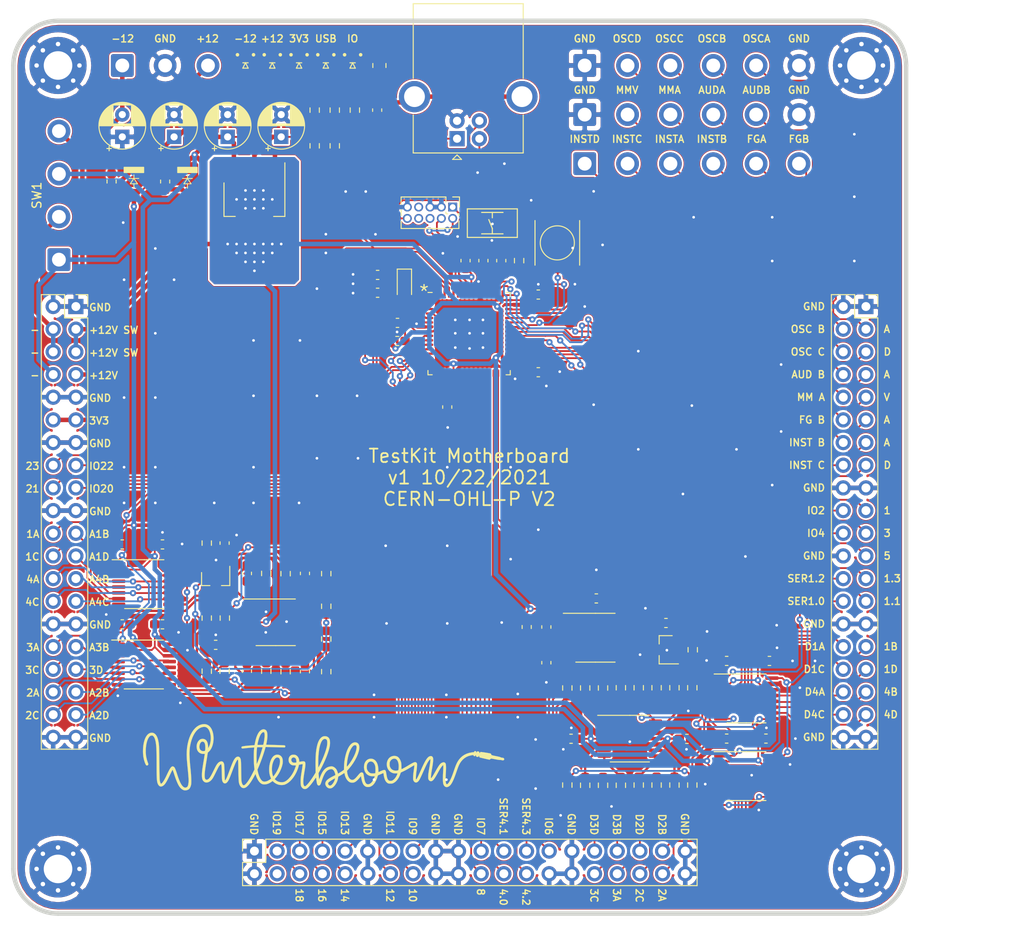
<source format=kicad_pcb>
(kicad_pcb (version 20171130) (host pcbnew "(5.1.10-1-10_14)")
  (title_block (title "TestKit Motherboard") (date 2021-10-22) (rev v1) (company Winterbloom) (comment 1 "Alethea Flowers") (comment 2 "CERN-OHL-P V2"))
  (layers (0 F.Cu signal) (31 B.Cu signal) (34 B.Paste user) (35 F.Paste user) (36 B.SilkS user) (37 F.SilkS user) (38 B.Mask user) (39 F.Mask user) (44 Edge.Cuts user))
  (net 0 "")
  (net 1 +12V)
  (net 2 -12V)
  (net 3 +3V3)
  (net 4 GND)
  (net 5 /MCU/DOTSTAR_CI)
  (net 6 /MCU/DOTSTAR_DI)
  (net 7 +12VRAW)
  (net 8 -12VRAW)
  (net 9 /MCU/SWCLK)
  (net 10 /MCU/RESET)
  (net 11 /MCU/SWDIO)
  (net 12 "Net-(R15-Pad2)")
  (net 13 "Net-(D1-Pad1)")
  (net 14 /MCU/VDDCORE)
  (net 15 /MCU/XOUT)
  (net 16 /MCU/XIN)
  (net 17 /MCU/DAC_CS)
  (net 18 "Net-(D2-Pad2)")
  (net 19 "Net-(D3-Pad6)")
  (net 20 "Net-(D3-Pad5)")
  (net 21 /Switching/DAC_1)
  (net 22 /Switching/DAC_3)
  (net 23 /Switching/DAC_4)
  (net 24 "Net-(R21-Pad2)")
  (net 25 "Net-(R22-Pad2)")
  (net 26 "Net-(R10-Pad1)")
  (net 27 "Net-(R11-Pad1)")
  (net 28 "Net-(R13-Pad1)")
  (net 29 "Net-(R19-Pad2)")
  (net 30 "Net-(R20-Pad2)")
  (net 31 "Net-(U5-Pad55)")
  (net 32 "Net-(U6-Pad8)")
  (net 33 SERIAL1.3)
  (net 34 SERIAL1.2)
  (net 35 SERIAL1.1)
  (net 36 SERIAL1.0)
  (net 37 +12VDOWNSTREAM)
  (net 38 -12VDOWNSTREAM)
  (net 39 /DAC_4D)
  (net 40 /DAC_2D)
  (net 41 /DAC_4C)
  (net 42 /DAC_2C)
  (net 43 /DAC_4B)
  (net 44 /DAC_2B)
  (net 45 /DAC_4A)
  (net 46 /DAC_2A)
  (net 47 /DAC_3D)
  (net 48 /DAC_1D)
  (net 49 /DAC_3C)
  (net 50 /DAC_1C)
  (net 51 /DAC_3B)
  (net 52 /DAC_1B)
  (net 53 /DAC_3A)
  (net 54 /DAC_1A)
  (net 55 /Switching/DAC_2)
  (net 56 "Net-(C21-Pad1)")
  (net 57 "Net-(C22-Pad1)")
  (net 58 "Net-(C23-Pad1)")
  (net 59 "Net-(C24-Pad1)")
  (net 60 SERIAL4.3)
  (net 61 SERIAL4.2)
  (net 62 SERIAL4.1)
  (net 63 SERIAL4.0)
  (net 64 "Net-(C5-Pad1)")
  (net 65 /AnalogOutBuffers/-10v_DAC)
  (net 66 /DAC/VDD_DAC)
  (net 67 /AnalogInBuffers/-10v_ADC)
  (net 68 /Switching/ADC_1)
  (net 69 /Switching/ADC_2)
  (net 70 /Switching/ADC_3)
  (net 71 /Switching/ADC_4)
  (net 72 "Net-(D4-Pad2)")
  (net 73 "Net-(D5-Pad2)")
  (net 74 "Net-(D6-Pad2)")
  (net 75 "Net-(D7-Pad2)")
  (net 76 "Net-(D8-Pad2)")
  (net 77 "Net-(J2-Pad8)")
  (net 78 "Net-(J2-Pad7)")
  (net 79 "Net-(J2-Pad6)")
  (net 80 /MCU/D-)
  (net 81 /MCU/VBUS)
  (net 82 /MCU/D+)
  (net 83 /DAC/DAC_1)
  (net 84 /DAC/DAC_2)
  (net 85 /DAC/DAC_3)
  (net 86 /DAC/DAC_4)
  (net 87 /DAC/DAC_VREF)
  (net 88 /MCU/SPI_COPI)
  (net 89 /DAC/SPI_COPI)
  (net 90 /MCU/ADC0.AIN1+ANAREF.VREF0)
  (net 91 /MCU/A1)
  (net 92 /MCU/A2)
  (net 93 /MCU/A3)
  (net 94 /MCU/A4)
  (net 95 /Switching/DAC_A1)
  (net 96 /Switching/DAC_A0)
  (net 97 /EXT_FG_B)
  (net 98 /EXT_FG_A)
  (net 99 /EXT_MM_A)
  (net 100 /EXT_MM_V)
  (net 101 /EXT_AUDIO_B)
  (net 102 /EXT_AUDIO_A)
  (net 103 /EXT_OSC_C)
  (net 104 /EXT_OSC_D)
  (net 105 /EXT_OSC_B)
  (net 106 /EXT_OSC_A)
  (net 107 /IO5)
  (net 108 /IO4)
  (net 109 /IO3)
  (net 110 /IO2)
  (net 111 /IO1)
  (net 112 /Switching/ADC_A1)
  (net 113 /Switching/ADC_A0)
  (net 114 /ADC_1D)
  (net 115 /ADC_1C)
  (net 116 /ADC_1B)
  (net 117 /ADC_1A)
  (net 118 /ADC_4A)
  (net 119 /ADC_4B)
  (net 120 /ADC_4C)
  (net 121 /ADC_4D)
  (net 122 /ADC_2A)
  (net 123 /ADC_2B)
  (net 124 /ADC_2C)
  (net 125 /ADC_2D)
  (net 126 /ADC_3D)
  (net 127 /ADC_3C)
  (net 128 /ADC_3B)
  (net 129 /ADC_3A)
  (net 130 /IO6)
  (net 131 /IO7)
  (net 132 /IO8)
  (net 133 /IO9)
  (net 134 /IO10)
  (net 135 /IO11)
  (net 136 /IO12)
  (net 137 /IO13)
  (net 138 /IO14)
  (net 139 /IO15)
  (net 140 /IO16)
  (net 141 /IO17)
  (net 142 /IO18)
  (net 143 /IO19)
  (net 144 /IO20)
  (net 145 /IO21)
  (net 146 "Net-(J7-Pad4)")
  (net 147 /IO22)
  (net 148 /IO23)
  (net 149 /EXT_INST_C)
  (net 150 /EXT_INST_D)
  (net 151 /EXT_INST_B)
  (net 152 /EXT_INST_A)
  (module winterbloom:ermine (layer F.Cu) (at 151.4 78.68)
    (fp_text reference "" hide)
    (fp_text value "" hide)
    (fp_poly (pts (xy 2.651783 -7.046892) (xy 2.771272 -6.986546) (xy 2.854481 -6.907755) (xy 2.925056 -6.788015) (xy 2.946762 -6.654578) (xy 2.919599 -6.507391) (xy 2.843565 -6.346403) (xy 2.836064 -6.33405) (xy 2.786152 -6.245225) (xy 2.747002 -6.161338) (xy 2.728568 -6.106094) (xy 2.733228 -6.011792) (xy 2.781334 -5.897639) (xy 2.873598 -5.762122) (xy 2.913287 -5.713134) (xy 2.982432 -5.634377) (xy 3.054871 -5.560899) (xy 3.134999 -5.489961) (xy 3.227212 -5.418823) (xy 3.335908 -5.344747) (xy 3.465483 -5.264993) (xy 3.620332 -5.176821) (xy 3.804852 -5.077493) (xy 4.02344 -4.96427) (xy 4.280491 -4.834412) (xy 4.4958 -4.727117) (xy 4.819725 -4.564765) (xy 5.102155 -4.419294) (xy 5.348195 -4.287367) (xy 5.562949 -4.165641) (xy 5.751524 -4.050777) (xy 5.919024 -3.939434) (xy 6.070555 -3.828272) (xy 6.211222 -3.713952) (xy 6.346131 -3.593132) (xy 6.480386 -3.462472) (xy 6.570928 -3.369423) (xy 6.841308 -3.051473) (xy 7.074178 -2.701938) (xy 7.270887 -2.318558) (xy 7.412749 -1.958363) (xy 7.5057 -1.6891) (xy 7.57174 -1.3716) (xy 7.61492 -1.1176) (xy 7.65302 -0.76454) (xy 7.66826 -0.37592) (xy 7.65048 -0.0508) (xy 7.60984 0.2032) (xy 7.57682 0.35306) (xy 7.5057 0.6985) (xy 7.420985 0.9525) (xy 7.253547 1.382365) (xy 7.046744 1.783497) (xy 6.798048 2.159836) (xy 6.504932 2.51532) (xy 6.254357 2.77068) (xy 6.002014 3.010616) (xy 5.987509 3.302358) (xy 5.970791 3.505533) (xy 5.939644 3.697054) (xy 5.890863 3.887706) (xy 5.821243 4.088274) (xy 5.727583 4.309543) (xy 5.623026 4.52935) (xy 5.439401 4.870319) (xy 5.239415 5.178524) (xy 5.013277 5.467209) (xy 4.751194 5.749621) (xy 4.642352 5.855939) (xy 4.276828 6.171655) (xy 3.884098 6.446804) (xy 3.462521 6.682206) (xy 3.010455 6.878677) (xy 2.526259 7.037038) (xy 2.0447 7.151022) (xy 1.945634 7.165953) (xy 1.814004 7.179322) (xy 1.662265 7.190545) (xy 1.502872 7.199039) (xy 1.348283 7.204223) (xy 1.210951 7.205511) (xy 1.103335 7.202322) (xy 1.0541 7.197397) (xy 0.743005 7.132685) (xy 0.47316 7.044154) (xy 0.24553 6.932441) (xy 0.061081 6.798181) (xy -0.079222 6.642011) (xy -0.174411 6.464564) (xy -0.204541 6.36905) (xy -0.224017 6.299434) (xy -0.24028 6.255844) (xy -0.246089 6.2484) (xy -0.271829 6.261507) (xy -0.325017 6.295004) (xy -0.363724 6.320923) (xy -0.633477 6.485972) (xy -0.919498 6.625947) (xy -1.211708 6.737304) (xy -1.500028 6.816497) (xy -1.774377 6.859982) (xy -1.9177 6.867412) (xy -2.042497 6.86673) (xy -2.132532 6.860621) (xy -2.20376 6.846527) (xy -2.272139 6.82189) (xy -2.3114 6.80428) (xy -2.478149 6.708943) (xy -2.598804 6.597571) (xy -2.676917 6.464885) (xy -2.716043 6.305608) (xy -2.722283 6.193937) (xy -2.705598 6.028049) (xy -2.652679 5.870028) (xy -2.617561 5.809551) (xy -1.408347 5.809551) (xy -1.381595 5.806707) (xy -1.313579 5.779259) (xy -1.2319 5.741329) (xy -1.152198 5.702674) (xy -1.114202 5.680809) (xy -1.113693 5.670817) (xy -1.146446 5.667784) (xy -1.1684 5.667412) (xy -1.258008 5.684579) (xy -1.345241 5.741432) (xy -1.395631 5.787792) (xy -1.408347 5.809551) (xy -2.617561 5.809551) (xy -2.55923 5.7091) (xy -2.494204 5.621963) (xy -2.389919 5.490827) (xy -2.68721 5.423109) (xy -2.813095 5.394194) (xy -2.929266 5.367081) (xy -3.021929 5.345014) (xy -3.0734 5.33226) (xy -3.138958 5.321158) (xy -3.169368 5.333487) (xy -3.172789 5.340615) (xy -3.188328 5.375741) (xy -3.221539 5.444469) (xy -3.266787 5.535261) (xy -3.296718 5.594255) (xy -3.428295 5.814531) (xy -3.57812 5.998746) (xy -3.742019 6.143223) (xy -3.915819 6.244284) (xy -4.095348 6.298251) (xy -4.095609 6.298293) (xy -4.264051 6.305186) (xy -4.440577 6.278333) (xy -4.599827 6.221705) (xy -4.606717 6.218247) (xy -4.751302 6.118101) (xy -4.886315 5.97248) (xy -5.009416 5.786192) (xy -5.118268 5.564045) (xy -5.210531 5.310846) (xy -5.283867 5.031402) (xy -5.335938 4.730521) (xy -5.337938 4.715029) (xy -5.356153 4.592911) (xy -5.375634 4.511837) (xy -5.399225 4.462076) (xy -5.417575 4.442343) (xy -5.439997 4.427324) (xy -5.461413 4.42667) (xy -5.487846 4.446236) (xy -5.525318 4.491875) (xy -5.579852 4.569441) (xy -5.639694 4.658243) (xy -5.839052 4.933982) (xy -6.03805 5.166513) (xy -6.2352 5.355139) (xy -6.429013 5.499167) (xy -6.617999 5.5979) (xy -6.800671 5.650645) (xy -6.975539 5.656705) (xy -7.141114 5.615387) (xy -7.295908 5.525994) (xy -7.367175 5.464618) (xy -7.493 5.343338) (xy -7.58444 5.15112) (xy -7.62762 4.90728) (xy -7.63524 4.6736) (xy -7.61492 4.50342) (xy -6.624029 4.37896) (xy -6.622948 4.410557) (xy -6.599817 4.401323) (xy -6.554035 4.351167) (xy -6.484998 4.261273) (xy -6.420576 4.172641) (xy -6.351119 4.074041) (xy -6.286697 3.979396) (xy -6.237666 3.904037) (xy -6.224307 3.882087) (xy -6.169823 3.789075) (xy -6.251498 3.696053) (xy -6.283972 3.658497) (xy -6.30889 3.634659) (xy -6.330133 3.629494) (xy -6.351584 3.647959) (xy -6.377125 3.695008) (xy -6.410639 3.775597) (xy -6.456007 3.894681) (xy -6.501017 4.014544) (xy -6.562461 4.180861) (xy -6.603666 4.301511) (xy -6.624029 4.377681) (xy -7.61492 4.50342) (xy -7.56158 4.36626) (xy -7.5311 4.2799) (xy -7.50316 4.2164) (xy -7.4676 4.11734) (xy -7.44389 4.051388) (xy -7.427604 3.999795) (xy -7.352265 3.795668) (xy -7.253842 3.571903) (xy -7.141745 3.34791) (xy -7.025381 3.143101) (xy -6.970964 3.057595) (xy -6.830793 2.846931) (xy -6.904112 2.699815) (xy -7.026863 2.41774) (xy -7.131835 2.104846) (xy -7.213615 1.779585) (xy -7.266098 1.466133) (xy -7.279812 1.304294) (xy -7.286808 1.110388) (xy -7.287494 0.896595) (xy -7.284591 0.77324) (xy -6.374175 0.77324) (xy -6.370089 0.99191) (xy -6.357573 1.194888) (xy -6.337738 1.3589) (xy -6.247567 1.758988) (xy -6.111293 2.13858) (xy -5.928394 2.498755) (xy -5.698343 2.840593) (xy -5.50388 3.07523) (xy -5.3721 3.221996) (xy -5.341118 2.944562) (xy -5.314649 2.746514) (xy -5.281476 2.55962) (xy -5.243735 2.392876) (xy -5.203564 2.255278) (xy -5.1631 2.155824) (xy -5.147352 2.128799) (xy -5.049994 2.02095) (xy -4.937437 1.955504) (xy -4.818137 1.932578) (xy -4.700549 1.952293) (xy -4.593128 2.014768) (xy -4.504562 2.119738) (xy -4.492911 2.142312) (xy -4.483188 2.171331) (xy -4.475123 2.211664) (xy -4.468448 2.268179) (xy -4.462894 2.345742) (xy -4.458191 2.449222) (xy -4.454072 2.583486) (xy -4.450267 2.753402) (xy -4.446507 2.963837) (xy -4.442523 3.21966) (xy -4.442053 3.2512) (xy -4.437113 3.547441) (xy -4.431684 3.797551) (xy -4.425563 4.006194) (xy -4.418548 4.178037) (xy -4.410436 4.317747) (xy -4.401025 4.42999) (xy -4.390113 4.519433) (xy -4.385836 4.5466) (xy -4.356625 4.705335) (xy -4.324457 4.854917) (xy -4.291477 4.987534) (xy -4.259826 5.095379) (xy -4.231647 5.17064) (xy -4.209084 5.205509) (xy -4.204648 5.207) (xy -4.184166 5.184946) (xy -4.150027 5.125412) (xy -4.106794 5.03834) (xy -4.059027 4.933671) (xy -4.01129 4.821346) (xy -3.968142 4.711306) (xy -3.938393 4.626722) (xy -3.903316 4.510131) (xy -3.863675 4.364029) (xy -3.824801 4.208731) (xy -3.797374 4.0894) (xy -3.745513 3.882292) (xy -3.688496 3.721289) (xy -3.622456 3.601711) (xy -3.543523 3.518879) (xy -3.44783 3.468113) (xy -3.331509 3.444735) (xy -3.262046 3.441848) (xy -3.106451 3.462655) (xy -2.979616 3.525188) (xy -2.882079 3.629125) (xy -2.847878 3.689343) (xy -2.81256 3.786873) (xy -2.797524 3.89806) (xy -2.802681 4.0327) (xy -2.827941 4.200589) (xy -2.842529 4.273887) (xy -2.889055 4.496474) (xy -2.835178 4.508706) (xy -2.7842 4.518547) (xy -2.691435 4.534781) (xy -2.565303 4.556057) (xy -2.414224 4.581021) (xy -2.246616 4.60832) (xy -2.0709 4.636602) (xy -1.895494 4.664514) (xy -1.728818 4.690703) (xy -1.579291 4.713816) (xy -1.455332 4.7325) (xy -1.365362 4.745403) (xy -1.3462 4.747952) (xy -1.002701 4.785756) (xy -0.631901 4.814999) (xy -0.248214 4.835161) (xy 0.133946 4.845725) (xy 0.500164 4.84617) (xy 0.836026 4.835978) (xy 0.937632 4.830199) (xy 1.354564 4.803282) (xy 1.492609 4.708207) (xy 1.645029 4.580216) (xy 1.76443 4.425698) (xy 1.858388 4.23458) (xy 1.868369 4.208559) (xy 1.990178 3.892452) (xy 2.102843 3.621308) (xy 2.208578 3.390576) (xy 2.309598 3.195705) (xy 2.408116 3.032144) (xy 2.506346 2.895341) (xy 2.508673 2.892406) (xy 2.691846 2.682653) (xy 2.87256 2.516563) (xy 3.048858 2.395193) (xy 3.218787 2.319603) (xy 3.38039 2.290851) (xy 3.531714 2.309994) (xy 3.564205 2.321033) (xy 3.692737 2.388746) (xy 3.777543 2.479185) (xy 3.822394 2.597045) (xy 3.829931 2.652206) (xy 3.82084 2.794347) (xy 3.767307 2.912107) (xy 3.668483 3.007192) (xy 3.645343 3.022326) (xy 3.576539 3.076224) (xy 3.48864 3.161532) (xy 3.391135 3.267663) (xy 3.293518 3.384034) (xy 3.205279 3.50006) (xy 3.16665 3.556138) (xy 3.130069 3.62114) (xy 3.0795 3.724468) (xy 3.019065 3.856985) (xy 2.952886 4.009556) (xy 2.885085 4.173045) (xy 2.858972 4.238095) (xy 2.778028 4.44002) (xy 2.711129 4.601875) (xy 2.65451 4.731163) (xy 2.604409 4.835389) (xy 2.557062 4.922059) (xy 2.508705 4.998677) (xy 2.455574 5.072749) (xy 2.412516 5.128383) (xy 2.363707 5.187736) (xy 2.31348 5.242219) (xy 2.257372 5.294665) (xy 2.190919 5.347908) (xy 2.109658 5.404782) (xy 2.009125 5.468119) (xy 1.884857 5.540753) (xy 1.732392 5.625518) (xy 1.547264 5.725248) (xy 1.325012 5.842775) (xy 1.108647 5.956132) (xy 0.959062 6.035994) (xy 0.85326 6.096548) (xy 0.788728 6.139404) (xy 0.762954 6.166171) (xy 0.765747 6.175671) (xy 0.82672 6.203598) (xy 0.922185 6.234446) (xy 1.036338 6.264008) (xy 1.153372 6.288075) (xy 1.2319 6.299797) (xy 1.39511 6.310073) (xy 1.575933 6.303374) (xy 1.784666 6.278934) (xy 1.9939 6.243228) (xy 2.409917 6.143367) (xy 2.810672 6.002729) (xy 3.1369 5.854086) (xy 3.530407 5.632252) (xy 3.881317 5.38288) (xy 4.189577 5.106022) (xy 4.455134 4.801727) (xy 4.677936 4.470044) (xy 4.755919 4.328077) (xy 4.87588 4.076815) (xy 4.962345 3.848737) (xy 5.018591 3.631978) (xy 5.047895 3.414675) (xy 5.054158 3.248316) (xy 5.044418 3.015654) (xy 5.010888 2.816986) (xy 4.948641 2.640598) (xy 4.852746 2.474774) (xy 4.718276 2.307798) (xy 4.611899 2.1971) (xy 4.317327 1.940135) (xy 3.98629 1.71465) (xy 3.624335 1.52356) (xy 3.237008 1.369785) (xy 2.829855 1.256241) (xy 2.818717 1.253778) (xy 2.676064 1.230913) (xy 2.494071 1.214691) (xy 2.283754 1.20504) (xy 2.056128 1.201891) (xy 1.822209 1.205172) (xy 1.59301 1.214812) (xy 1.379549 1.230742) (xy 1.192839 1.252888) (xy 1.121392 1.264696) (xy 0.805116 1.329247) (xy 0.469381 1.410399) (xy 0.107381 1.509999) (xy -0.287693 1.629894) (xy -0.611932 1.734953) (xy -0.853507 1.814652) (xy -1.054308 1.879401) (xy -1.221605 1.930744) (xy -1.362672 1.970225) (xy -1.484783 1.999386) (xy -1.595208 2.019771) (xy -1.701221 2.032924) (xy -1.810096 2.040389) (xy -1.929103 2.043708) (xy -2.065517 2.044425) (xy -2.0701 2.044422) (xy -2.278842 2.041314) (xy -2.450711 2.030359) (xy -2.599396 2.008638) (xy -2.738585 1.973229) (xy -2.881964 1.921213) (xy -3.043224 1.849671) (xy -3.092078 1.8264) (xy -3.307989 1.707317) (xy -3.481084 1.57614) (xy -3.619124 1.425545) (xy -3.729871 1.248207) (xy -3.751909 1.203685) (xy -3.800144 1.095857) (xy -3.829812 1.00743) (xy -3.846287 0.916317) (xy -3.854941 0.800433) (xy -3.856068 0.775585) (xy -3.85274 0.707836) (xy -2.866649 0.707836) (xy -2.82897 0.800811) (xy -2.742605 0.881756) (xy -2.606975 0.95194) (xy -2.577788 0.963339) (xy -2.356929 1.02927) (xy -2.129192 1.061532) (xy -1.883744 1.060816) (xy -1.60975 1.027815) (xy -1.598326 1.025882) (xy -1.510109 1.006964) (xy -1.382804 0.974377) (xy -1.225457 0.930704) (xy -1.047109 0.878527) (xy -0.856805 0.820431) (xy -0.663588 0.758997) (xy -0.6604 0.757962) (xy -0.342434 0.655795) (xy -0.065051 0.569495) (xy 0.178802 0.497282) (xy 0.39618 0.437378) (xy 0.594137 0.388003) (xy 0.779726 0.347379) (xy 0.960001 0.313726) (xy 1.142015 0.285265) (xy 1.294434 0.264938) (xy 1.486762 0.246796) (xy 1.709804 0.235324) (xy 1.949041 0.230497) (xy 2.189954 0.232289) (xy 2.418023 0.240674) (xy 2.618729 0.255628) (xy 2.717685 0.267416) (xy 3.021854 0.322162) (xy 3.332445 0.399194) (xy 3.633784 0.493785) (xy 3.910198 0.601208) (xy 4.065509 0.673864) (xy 4.133827 0.706804) (xy 4.179405 0.725562) (xy 4.191 0.727103) (xy 4.170402 0.706048) (xy 4.113374 0.663528) (xy 4.027065 0.604183) (xy 3.918624 0.532656) (xy 3.795198 0.453588) (xy 3.663937 0.371619) (xy 3.531989 0.291392) (xy 3.406504 0.217548) (xy 3.4036 0.215874) (xy 2.896344 -0.092558) (xy 2.428335 -0.41068) (xy 2.19494 -0.58905) (xy 3.937 -0.58905) (xy 4.08305 -0.506982) (xy 4.359939 -0.337777) (xy 4.622746 -0.150753) (xy 4.864478 0.047902) (xy 5.078139 0.252) (xy 5.256734 0.455355) (xy 5.393269 0.65178) (xy 5.393565 0.652278) (xy 5.462266 0.779264) (xy 5.531687 0.925547) (xy 5.588552 1.062849) (xy 5.596305 1.084078) (xy 5.629433 1.180956) (xy 5.651892 1.261076) (xy 5.665753 1.338933) (xy 5.673088 1.429022) (xy 5.675971 1.545837) (xy 5.67644 1.644633) (xy 5.677717 1.768726) (xy 5.680892 1.872191) (xy 5.685517 1.945684) (xy 5.691147 1.979865) (xy 5.692533 1.981183) (xy 5.714451 1.962878) (xy 5.760397 1.913721) (xy 5.822471 1.842377) (xy 5.860434 1.79705) (xy 6.108442 1.463392) (xy 6.312313 1.113797) (xy 6.47538 0.741417) (xy 6.600978 0.339408) (xy 6.63129 0.21446) (xy 6.675466 -0.066429) (xy 6.688984 -0.375676) (xy 6.673247 -0.702233) (xy 6.629657 -1.035054) (xy 6.559618 -1.36309) (xy 6.464532 -1.675296) (xy 6.358506 -1.934023) (xy 6.309443 -2.035347) (xy 6.267237 -2.116997) (xy 6.236922 -2.169575) (xy 6.224435 -2.1844) (xy 6.209151 -2.162171) (xy 6.18825 -2.105473) (xy 6.176193 -2.06375) (xy 6.124963 -1.914537) (xy 6.049583 -1.7502) (xy 5.959922 -1.589292) (xy 5.86585 -1.450363) (xy 5.820594 -1.395329) (xy 5.657596 -1.246174) (xy 5.477216 -1.140912) (xy 5.284767 -1.082332) (xy 5.205365 -1.072579) (xy 5.037609 -1.075035) (xy 4.8857 -1.110278) (xy 4.74331 -1.181959) (xy 4.604108 -1.293728) (xy 4.461765 -1.449235) (xy 4.387744 -1.544122) (xy 4.31316 -1.640308) (xy 4.246184 -1.720186) (xy 4.19415 -1.775426) (xy 4.164414 -1.797698) (xy 4.126474 -1.781237) (xy 4.081601 -1.726441) (xy 4.069814 -1.706715) (xy 4.013063 -1.578577) (xy 3.972903 -1.422597) (xy 3.948209 -1.232227) (xy 3.937855 -1.000918) (xy 3.937375 -0.935875) (xy 3.937 -0.58905) (xy 2.19494 -0.58905) (xy 2.001781 -0.736669) (xy 1.618889 -1.068703) (xy 1.281866 -1.404963) (xy 0.99292 -1.743626) (xy 0.932563 -1.82292) (xy 0.85704 -1.925242) (xy 0.791427 -2.015566) (xy 0.742385 -2.084624) (xy 0.716575 -2.123148) (xy 0.715623 -2.124794) (xy 0.695353 -2.148981) (xy 0.668949 -2.139733) (xy 0.636197 -2.109398) (xy 0.541593 -2.041227) (xy 0.426216 -1.994952) (xy 0.333033 -1.9812) (xy 0.27918 -1.973563) (xy 0.252377 -1.940385) (xy 0.241541 -1.89865) (xy 0.161408 -1.626939) (xy 0.03222 -1.367577) (xy -0.145677 -1.121057) (xy -0.371943 -0.88787) (xy -0.585127 -0.713059) (xy -0.686498 -0.640614) (xy -0.792337 -0.572412) (xy -0.909391 -0.505021) (xy -1.044408 -0.435005) (xy -1.204133 -0.358931) (xy -1.395313 -0.273364) (xy -1.624695 -0.17487) (xy -1.7272 -0.131693) (xy -1.960703 -0.033561) (xy -2.152279 0.047874) (xy -2.306894 0.115452) (xy -2.429515 0.172013) (xy -2.525109 0.220396) (xy -2.598641 0.26344) (xy -2.655078 0.303987) (xy -2.699387 0.344874) (xy -2.736533 0.388942) (xy -2.771483 0.439031) (xy -2.79827 0.480723) (xy -2.856223 0.601563) (xy -2.866649 0.707836) (xy -3.85274 0.707836) (xy -3.843006 0.509701) (xy -3.782337 0.255892) (xy -3.67663 0.018297) (xy -3.528455 -0.198945) (xy -3.340381 -0.391694) (xy -3.114978 -0.55581) (xy -2.984874 -0.627957) (xy -2.903276 -0.669249) (xy -2.860183 -0.695873) (xy -2.849268 -0.717043) (xy -2.864199 -0.741969) (xy -2.888348 -0.768451) (xy -2.948664 -0.860862) (xy -2.96233 -0.957556) (xy -2.928726 -1.061211) (xy -2.84723 -1.174506) (xy -2.777875 -1.245593) (xy -2.636942 -1.378882) (xy -2.721821 -1.361694) (xy -2.883247 -1.334687) (xy -3.00939 -1.327959) (xy -3.111691 -1.341857) (xy -3.2004 -1.376107) (xy -3.284809 -1.432693) (xy -3.344913 -1.497781) (xy -3.353318 -1.512324) (xy -3.362603 -1.52689) (xy -2.255379 -1.52689) (xy -2.18814 -1.511544) (xy -2.079871 -1.463867) (xy -2.003679 -1.383869) (xy -1.964355 -1.282073) (xy -1.966685 -1.169006) (xy -1.99574 -1.088644) (xy -2.020643 -1.037277) (xy -2.018499 -1.020286) (xy -1.985868 -1.027065) (xy -1.97669 -1.029929) (xy -1.927852 -1.047978) (xy -1.846461 -1.080807) (xy -1.746462 -1.122728) (xy -1.69523 -1.14472) (xy -1.494385 -1.243151) (xy -1.298523 -1.360188) (xy -1.124637 -1.485075) (xy -1.032676 -1.564203) (xy -0.935052 -1.656036) (xy -1.019976 -1.729088) (xy -1.080167 -1.774261) (xy -1.147601 -1.808514) (xy -1.232939 -1.835104) (xy -1.346841 -1.857284) (xy -1.499967 -1.878312) (xy -1.51435 -1.880056) (xy -1.624236 -1.892619) (xy -1.697398 -1.897301) (xy -1.74751 -1.892566) (xy -1.788251 -1.876876) (xy -1.833296 -1.848696) (xy -1.84121 -1.843338) (xy -1.930402 -1.793449) (xy -2.030771 -1.752848) (xy -2.120401 -1.729799) (xy -2.148798 -1.727342) (xy -2.174448 -1.705775) (xy -2.205423 -1.651852) (xy -2.216037 -1.627045) (xy -2.255379 -1.52689) (xy -3.362603 -1.52689) (xy -3.386437 -1.564275) (xy -3.423113 -1.57797) (xy -3.454918 -1.572005) (xy -3.549046 -1.556898) (xy -3.673779 -1.551517) (xy -3.809987 -1.555238) (xy -3.938541 -1.567438) (xy -4.040311 -1.587495) (xy -4.053126 -1.591491) (xy -4.20487 -1.658273) (xy -4.355469 -1.752242) (xy -4.491259 -1.86289) (xy -4.598579 -1.979706) (xy -4.641062 -2.043743) (xy -4.65944 -2.068231) (xy -4.685498 -2.071842) (xy -4.733553 -2.053312) (xy -4.777621 -2.031681) (xy -4.901842 -1.958905) (xy -5.04648 -1.857384) (xy -5.19892 -1.736967) (xy -5.346545 -1.607502) (xy -5.450195 -1.506617) (xy -5.713405 -1.202293) (xy -5.936694 -0.873292) (xy -6.117345 -0.524809) (xy -6.252642 -0.16204) (xy -6.336083 0.187588) (xy -6.357148 0.354628) (xy -6.369853 0.555329) (xy -6.374175 0.77324) (xy -7.284591 0.77324) (xy -7.28228 0.675098) (xy -7.271576 0.458077) (xy -7.25579 0.257712) (xy -7.235332 0.086185) (xy -7.216124 -0.020977) (xy -7.092469 -0.471275) (xy -6.927351 -0.89285) (xy -6.720169 -1.287162) (xy -6.643668 -1.4097) (xy -6.468508 -1.656635) (xy -6.267223 -1.901954) (xy -6.050643 -2.134038) (xy -5.829597 -2.341268) (xy -5.618828 -2.509222) (xy -5.522571 -2.571288) (xy -5.39473 -2.643987) (xy -5.250943 -2.719227) (xy -5.126197 -2.779555) (xy -3.881814 -2.779555) (xy -3.880365 -2.679103) (xy -3.860956 -2.589185) (xy -3.82654 -2.52213) (xy -3.78007 -2.490267) (xy -3.769155 -2.4892) (xy -3.730968 -2.500518) (xy -3.662389 -2.530364) (xy -3.577424 -2.572582) (xy -3.566956 -2.5781) (xy -3.495397 -2.610183) (xy -3.023526 -2.610183) (xy -2.958275 -2.549711) (xy -2.879472 -2.444827) (xy -2.831878 -2.314109) (xy -2.819286 -2.174488) (xy -2.845036 -2.044082) (xy -2.870671 -1.976656) (xy -2.762486 -1.99453) (xy -2.694833 -2.006807) (xy -2.652766 -2.016522) (xy -2.647088 -2.018832) (xy -2.647934 -2.045012) (xy -2.658146 -2.104512) (xy -2.666813 -2.145464) (xy -2.680378 -2.309393) (xy -2.64894 -2.465385) (xy -2.625506 -2.519689) (xy -2.600833 -2.572818) (xy -2.5908 -2.602916) (xy -2.614247 -2.609124) (xy -2.676825 -2.613115) (xy -2.766892 -2.614299) (xy -2.807163 -2.613869) (xy -3.023526 -2.610183) (xy -3.495397 -2.610183) (xy -3.425576 -2.641486) (xy -3.311718 -2.666474) (xy -3.294908 -2.667) (xy -3.190435 -2.667) (xy -3.26888 -2.74955) (xy -3.319008 -2.81212) (xy 0.385094 -2.81212) (xy 0.391274 -2.797925) (xy 0.416849 -2.770657) (xy 0.431552 -2.776251) (xy 0.4318 -2.779801) (xy 0.413758 -2.801285) (xy 0.402475 -2.809126) (xy 0.385094 -2.81212) (xy -3.319008 -2.81212) (xy -3.32996 -2.825789) (xy -3.388265 -2.917084) (xy -3.403822 -2.9464) (xy -3.464354 -3.055605) (xy -3.517806 -3.120992) (xy -3.569125 -3.148102) (xy -3.585264 -3.1496) (xy -3.640113 -3.129948) (xy -3.708379 -3.079367) (xy -3.777231 -3.010425) (xy -3.833839 -2.935689) (xy -3.862348 -2.878213) (xy -3.881814 -2.779555) (xy -5.126197 -2.779555) (xy -5.106848 -2.788912) (xy -4.978082 -2.84495) (xy -4.946228 -2.857347) (xy -4.86583 -2.894497) (xy -4.823527 -2.934884) (xy -4.810331 -2.969063) (xy -4.74998 -3.194069) (xy -4.675599 -3.381607) (xy -4.580685 -3.544447) (xy -4.458737 -3.695359) (xy -4.4196 -3.736464) (xy -4.233654 -3.895269) (xy -4.034619 -4.00989) (xy -3.82788 -4.080665) (xy -3.618825 -4.107933) (xy -3.41284 -4.092035) (xy -3.21531 -4.033309) (xy -3.031623 -3.932094) (xy -2.867164 -3.788731) (xy -2.744542 -3.630945) (xy -2.653277 -3.48999) (xy -2.532343 -3.516645) (xy -2.462258 -3.535365) (xy -2.417517 -3.561912) (xy -2.382651 -3.609996) (xy -2.348512 -3.679589) (xy -2.267123 -3.831449) (xy -2.175482 -3.946488) (xy -2.06023 -4.038588) (xy -1.936366 -4.107904) (xy -1.834873 -4.155895) (xy -1.756397 -4.184454) (xy -1.679691 -4.198502) (xy -1.583507 -4.202965) (xy -1.525318 -4.203151) (xy -1.403515 -4.199858) (xy -1.312269 -4.188212) (xy -1.231548 -4.164466) (xy -1.163952 -4.135576) (xy -0.99245 -4.031433) (xy -0.844393 -3.893501) (xy -0.727188 -3.731397) (xy -0.648244 -3.554734) (xy -0.619979 -3.429571) (xy -0.606599 -3.35592) (xy -0.58214 -3.310827) (xy -0.532663 -3.275699) (xy -0.487422 -3.252764) (xy -0.370804 -3.196107) (xy -0.322767 -3.262052) (xy -0.236653 -3.346333) (xy -0.124078 -3.409548) (xy 0.000384 -3.447403) (xy 0.122157 -3.455601) (xy 0.226666 -3.429849) (xy 0.233986 -3.426118) (xy 0.271352 -3.410453) (xy 0.276664 -3.429469) (xy 0.269236 -3.457868) (xy 0.255453 -3.533623) (xy 0.244987 -3.647953) (xy 0.238067 -3.788726) (xy 0.237852 -3.799365) (xy 0.967369 -3.799365) (xy 0.973444 -3.626213) (xy 0.987474 -3.487047) (xy 0.990342 -3.469718) (xy 1.034204 -3.27409) (xy 1.096896 -3.063816) (xy 1.171387 -2.85989) (xy 1.250642 -2.683305) (xy 1.259579 -2.666015) (xy 1.311863 -2.577621) (xy 1.38689 -2.465059) (xy 1.474557 -2.342913) (xy 1.563073 -2.227874) (xy 1.808847 -1.938829) (xy 2.068442 -1.670022) (xy 2.35095 -1.413136) (xy 2.665463 -1.159851) (xy 2.9845 -0.927331) (xy 3.2639 -0.731858) (xy 3.279858 -1.058079) (xy 3.289528 -1.202308) (xy 3.303723 -1.347405) (xy 3.32046 -1.475584) (xy 3.336127 -1.5621) (xy 3.368281 -1.69905) (xy 3.395506 -1.800453) (xy 3.422429 -1.880652) (xy 3.45368 -1.953994) (xy 3.479793 -2.007324) (xy 3.590726 -2.184823) (xy 3.721066 -2.315966) (xy 3.872986 -2.402186) (xy 4.048665 -2.444914) (xy 4.1529 -2.450413) (xy 4.329137 -2.432486) (xy 4.487309 -2.377674) (xy 4.6336 -2.282262) (xy 4.774197 -2.142533) (xy 4.87043 -2.0193) (xy 4.962362 -1.897334) (xy 5.034952 -1.815367) (xy 5.093025 -1.768716) (xy 5.141409 -1.752699) (xy 5.145355 -1.7526) (xy 5.204695 -1.774233) (xy 5.277172 -1.833407) (xy 5.354638 -1.921539) (xy 5.428944 -2.030045) (xy 5.459164 -2.083203) (xy 5.514767 -2.202118) (xy 5.574859 -2.354671) (xy 5.633999 -2.52468) (xy 5.686741 -2.695965) (xy 5.727642 -2.852343) (xy 5.743533 -2.928409) (xy 5.756198 -2.997532) (xy 5.76194 -3.050708) (xy 5.75575 -3.094641) (xy 5.732618 -3.136032) (xy 5.687535 -3.181581) (xy 5.615493 -3.237991) (xy 5.511481 -3.311964) (xy 5.3975 -3.39135) (xy 5.297042 -3.457746) (xy 5.172988 -3.532898) (xy 5.021374 -3.618964) (xy 4.838235 -3.718102) (xy 4.619609 -3.832472) (xy 4.36153 -3.964231) (xy 4.1529 -4.069157) (xy 3.937838 -4.177602) (xy 3.728899 -4.284514) (xy 3.532277 -4.386614) (xy 3.354164 -4.480622) (xy 3.200754 -4.563257) (xy 3.078241 -4.63124) (xy 2.992816 -4.681291) (xy 2.9718 -4.694641) (xy 2.789666 -4.828442) (xy 2.610559 -4.985011) (xy 2.442859 -5.155179) (xy 2.294947 -5.329774) (xy 2.1752 -5.499626) (xy 2.092 -5.655563) (xy 2.090467 -5.659189) (xy 2.067127 -5.731629) (xy 2.043065 -5.833211) (xy 2.023301 -5.942606) (xy 2.022472 -5.948196) (xy 1.9939 -6.143292) (xy 1.7907 -5.972308) (xy 1.588964 -5.772543) (xy 1.407191 -5.532202) (xy 1.249974 -5.259127) (xy 1.12191 -4.961163) (xy 1.037405 -4.6863) (xy 1.011809 -4.552623) (xy 0.991468 -4.38313) (xy 0.976921 -4.191783) (xy 0.968708 -3.992541) (xy 0.967369 -3.799365) (xy 0.237852 -3.799365) (xy 0.234922 -3.943811) (xy 0.23578 -4.101077) (xy 0.240872 -4.248392) (xy 0.250425 -4.373625) (xy 0.251733 -4.385314) (xy 0.317617 -4.765024) (xy 0.42367 -5.130756) (xy 0.566888 -5.478367) (xy 0.744265 -5.803716) (xy 0.952794 -6.102661) (xy 1.189471 -6.37106) (xy 1.451289 -6.604773) (xy 1.735243 -6.799656) (xy 2.038327 -6.951569) (xy 2.143504 -6.992091) (xy 2.341496 -7.049238) (xy 2.509724 -7.067647) (xy 2.651783 -7.046892)) (layer F.Cu) (width 0.01))
  )
  (module winterbloom:Extra_Long_Wiggly_Boi_40mm (layer F.Cu) (at 109.75 131.49)
    (fp_text reference G*** hide)
    (fp_text value LOGO hide)
  )
  (module MountingHole:MountingHole_3.2mm_M3_Pad_Via (layer F.Cu) (at 80 54)
    (fp_text reference H1 hide)
    (fp_text value M3 hide)
    (pad 1 thru_hole circle (at 1.697056 -1.697056) (size 0.8 0.8) (drill 0.5) (layers *.Cu *.Mask) (net 4 GND))
    (pad 1 thru_hole circle (at 0 -2.4) (size 0.8 0.8) (drill 0.5) (layers *.Cu *.Mask) (net 4 GND))
    (pad 1 thru_hole circle (at -1.697056 -1.697056) (size 0.8 0.8) (drill 0.5) (layers *.Cu *.Mask) (net 4 GND))
    (pad 1 thru_hole circle (at -2.4 0) (size 0.8 0.8) (drill 0.5) (layers *.Cu *.Mask) (net 4 GND))
    (pad 1 thru_hole circle (at -1.697056 1.697056) (size 0.8 0.8) (drill 0.5) (layers *.Cu *.Mask) (net 4 GND))
    (pad 1 thru_hole circle (at 0 2.4) (size 0.8 0.8) (drill 0.5) (layers *.Cu *.Mask) (net 4 GND))
    (pad 1 thru_hole circle (at 1.697056 1.697056) (size 0.8 0.8) (drill 0.5) (layers *.Cu *.Mask) (net 4 GND))
    (pad 1 thru_hole circle (at 2.4 0) (size 0.8 0.8) (drill 0.5) (layers *.Cu *.Mask) (net 4 GND))
    (pad 1 thru_hole circle (at 0 0) (size 6.4 6.4) (drill 3.2) (layers *.Cu *.Mask) (net 4 GND))
  )
  (module MountingHole:MountingHole_3.2mm_M3_Pad_Via (layer F.Cu) (at 170 144)
    (fp_text reference H4 hide)
    (fp_text value M3 hide)
    (pad 1 thru_hole circle (at 1.697056 -1.697056) (size 0.8 0.8) (drill 0.5) (layers *.Cu *.Mask) (net 4 GND))
    (pad 1 thru_hole circle (at 0 -2.4) (size 0.8 0.8) (drill 0.5) (layers *.Cu *.Mask) (net 4 GND))
    (pad 1 thru_hole circle (at -1.697056 -1.697056) (size 0.8 0.8) (drill 0.5) (layers *.Cu *.Mask) (net 4 GND))
    (pad 1 thru_hole circle (at -2.4 0) (size 0.8 0.8) (drill 0.5) (layers *.Cu *.Mask) (net 4 GND))
    (pad 1 thru_hole circle (at -1.697056 1.697056) (size 0.8 0.8) (drill 0.5) (layers *.Cu *.Mask) (net 4 GND))
    (pad 1 thru_hole circle (at 0 2.4) (size 0.8 0.8) (drill 0.5) (layers *.Cu *.Mask) (net 4 GND))
    (pad 1 thru_hole circle (at 1.697056 1.697056) (size 0.8 0.8) (drill 0.5) (layers *.Cu *.Mask) (net 4 GND))
    (pad 1 thru_hole circle (at 2.4 0) (size 0.8 0.8) (drill 0.5) (layers *.Cu *.Mask) (net 4 GND))
    (pad 1 thru_hole circle (at 0 0) (size 6.4 6.4) (drill 3.2) (layers *.Cu *.Mask) (net 4 GND))
  )
  (module MountingHole:MountingHole_3.2mm_M3_Pad_Via (layer F.Cu) (at 170 54)
    (fp_text reference H3 hide)
    (fp_text value M3 hide)
    (pad 1 thru_hole circle (at 1.697056 -1.697056) (size 0.8 0.8) (drill 0.5) (layers *.Cu *.Mask) (net 4 GND))
    (pad 1 thru_hole circle (at 0 -2.4) (size 0.8 0.8) (drill 0.5) (layers *.Cu *.Mask) (net 4 GND))
    (pad 1 thru_hole circle (at -1.697056 -1.697056) (size 0.8 0.8) (drill 0.5) (layers *.Cu *.Mask) (net 4 GND))
    (pad 1 thru_hole circle (at -2.4 0) (size 0.8 0.8) (drill 0.5) (layers *.Cu *.Mask) (net 4 GND))
    (pad 1 thru_hole circle (at -1.697056 1.697056) (size 0.8 0.8) (drill 0.5) (layers *.Cu *.Mask) (net 4 GND))
    (pad 1 thru_hole circle (at 0 2.4) (size 0.8 0.8) (drill 0.5) (layers *.Cu *.Mask) (net 4 GND))
    (pad 1 thru_hole circle (at 1.697056 1.697056) (size 0.8 0.8) (drill 0.5) (layers *.Cu *.Mask) (net 4 GND))
    (pad 1 thru_hole circle (at 2.4 0) (size 0.8 0.8) (drill 0.5) (layers *.Cu *.Mask) (net 4 GND))
    (pad 1 thru_hole circle (at 0 0) (size 6.4 6.4) (drill 3.2) (layers *.Cu *.Mask) (net 4 GND))
  )
  (module MountingHole:MountingHole_3.2mm_M3_Pad_Via (layer F.Cu) (at 80 144)
    (fp_text reference H2 hide)
    (fp_text value M3 hide)
    (pad 1 thru_hole circle (at 1.697056 -1.697056) (size 0.8 0.8) (drill 0.5) (layers *.Cu *.Mask) (net 4 GND))
    (pad 1 thru_hole circle (at 0 -2.4) (size 0.8 0.8) (drill 0.5) (layers *.Cu *.Mask) (net 4 GND))
    (pad 1 thru_hole circle (at -1.697056 -1.697056) (size 0.8 0.8) (drill 0.5) (layers *.Cu *.Mask) (net 4 GND))
    (pad 1 thru_hole circle (at -2.4 0) (size 0.8 0.8) (drill 0.5) (layers *.Cu *.Mask) (net 4 GND))
    (pad 1 thru_hole circle (at -1.697056 1.697056) (size 0.8 0.8) (drill 0.5) (layers *.Cu *.Mask) (net 4 GND))
    (pad 1 thru_hole circle (at 0 2.4) (size 0.8 0.8) (drill 0.5) (layers *.Cu *.Mask) (net 4 GND))
    (pad 1 thru_hole circle (at 1.697056 1.697056) (size 0.8 0.8) (drill 0.5) (layers *.Cu *.Mask) (net 4 GND))
    (pad 1 thru_hole circle (at 2.4 0) (size 0.8 0.8) (drill 0.5) (layers *.Cu *.Mask) (net 4 GND))
    (pad 1 thru_hole circle (at 0 0) (size 6.4 6.4) (drill 3.2) (layers *.Cu *.Mask) (net 4 GND))
  )
  (module Connector_Wire:SolderWire-0.75sqmm_1x04_P4.8mm_D1.25mm_OD2.3mm (layer F.Cu) (at 80.1 75.75 90)
    (fp_text reference SW1 (at 7.2 -2.47 90) (layer F.SilkS))
    (fp_text value POWER)
    (pad 4 thru_hole circle (at 14.4 0 90) (size 2.55 2.55) (drill 1.55) (layers *.Cu *.Mask) (net 37 +12VDOWNSTREAM))
    (pad 3 thru_hole circle (at 9.6 0 90) (size 2.55 2.55) (drill 1.55) (layers *.Cu *.Mask) (net 1 +12V))
    (pad 2 thru_hole circle (at 4.8 0 90) (size 2.55 2.55) (drill 1.55) (layers *.Cu *.Mask) (net 38 -12VDOWNSTREAM))
    (pad 1 thru_hole roundrect (at 0 0 90) (size 2.55 2.55) (drill 1.55) (layers *.Cu *.Mask) (roundrect_rratio 0.098039) (net 2 -12V))
  )
  (module Resistor_SMD:R_0805_2012Metric_Pad1.20x1.40mm_HandSolder (layer F.Cu) (at 116 54 90)
    (fp_text reference R5 hide)
    (fp_text value 1M hide)
    (pad 2 smd roundrect (at 1 0 90) (size 1.2 1.4) (layers F.Cu F.Paste F.Mask) (roundrect_rratio 0.208333) (net 4 GND))
    (pad 1 smd roundrect (at -1 0 90) (size 1.2 1.4) (layers F.Cu F.Paste F.Mask) (roundrect_rratio 0.208333) (net 64 "Net-(C5-Pad1)"))
  )
  (module Connector_Wire:SolderWire-0.75sqmm_1x06_P4.8mm_D1.25mm_OD2.3mm (layer F.Cu) (at 139 65)
    (fp_text reference J9 hide)
    (fp_text value EXT hide)
    (pad 6 thru_hole circle (at 24 0) (size 2.55 2.55) (drill 1.55) (layers *.Cu *.Mask) (net 97 /EXT_FG_B))
    (pad 5 thru_hole circle (at 19.2 0) (size 2.55 2.55) (drill 1.55) (layers *.Cu *.Mask) (net 98 /EXT_FG_A))
    (pad 4 thru_hole circle (at 14.4 0) (size 2.55 2.55) (drill 1.55) (layers *.Cu *.Mask) (net 151 /EXT_INST_B))
    (pad 3 thru_hole circle (at 9.6 0) (size 2.55 2.55) (drill 1.55) (layers *.Cu *.Mask) (net 152 /EXT_INST_A))
    (pad 2 thru_hole circle (at 4.8 0) (size 2.55 2.55) (drill 1.55) (layers *.Cu *.Mask) (net 149 /EXT_INST_C))
    (pad 1 thru_hole roundrect (at 0 0) (size 2.55 2.55) (drill 1.55) (layers *.Cu *.Mask) (roundrect_rratio 0.098039) (net 150 /EXT_INST_D))
  )
  (module Connector_Wire:SolderWire-0.75sqmm_1x06_P4.8mm_D1.25mm_OD2.3mm (layer F.Cu) (at 139 59.5)
    (fp_text reference J4 hide)
    (fp_text value EXT hide)
    (pad 6 thru_hole circle (at 24 0) (size 2.55 2.55) (drill 1.55) (layers *.Cu *.Mask) (net 4 GND))
    (pad 5 thru_hole circle (at 19.2 0) (size 2.55 2.55) (drill 1.55) (layers *.Cu *.Mask) (net 101 /EXT_AUDIO_B))
    (pad 4 thru_hole circle (at 14.4 0) (size 2.55 2.55) (drill 1.55) (layers *.Cu *.Mask) (net 102 /EXT_AUDIO_A))
    (pad 3 thru_hole circle (at 9.6 0) (size 2.55 2.55) (drill 1.55) (layers *.Cu *.Mask) (net 99 /EXT_MM_A))
    (pad 2 thru_hole circle (at 4.8 0) (size 2.55 2.55) (drill 1.55) (layers *.Cu *.Mask) (net 100 /EXT_MM_V))
    (pad 1 thru_hole roundrect (at 0 0) (size 2.55 2.55) (drill 1.55) (layers *.Cu *.Mask) (roundrect_rratio 0.098039) (net 4 GND))
  )
  (module Connector_Wire:SolderWire-0.75sqmm_1x06_P4.8mm_D1.25mm_OD2.3mm (layer F.Cu) (at 139 54)
    (fp_text reference J8 hide)
    (fp_text value EXT hide)
    (pad 6 thru_hole circle (at 24 0) (size 2.55 2.55) (drill 1.55) (layers *.Cu *.Mask) (net 4 GND))
    (pad 5 thru_hole circle (at 19.2 0) (size 2.55 2.55) (drill 1.55) (layers *.Cu *.Mask) (net 106 /EXT_OSC_A))
    (pad 4 thru_hole circle (at 14.4 0) (size 2.55 2.55) (drill 1.55) (layers *.Cu *.Mask) (net 105 /EXT_OSC_B))
    (pad 3 thru_hole circle (at 9.6 0) (size 2.55 2.55) (drill 1.55) (layers *.Cu *.Mask) (net 103 /EXT_OSC_C))
    (pad 2 thru_hole circle (at 4.8 0) (size 2.55 2.55) (drill 1.55) (layers *.Cu *.Mask) (net 104 /EXT_OSC_D))
    (pad 1 thru_hole roundrect (at 0 0) (size 2.55 2.55) (drill 1.55) (layers *.Cu *.Mask) (roundrect_rratio 0.098039) (net 4 GND))
  )
  (module Capacitor_SMD:C_0603_1608Metric_Pad1.08x0.95mm_HandSolder (layer F.Cu) (at 159.69 120.7)
    (fp_text reference C32 hide)
    (fp_text value 0.1uF hide)
    (pad 2 smd roundrect (at 0.8625 0) (size 1.075 0.95) (layers F.Cu F.Paste F.Mask) (net 4 GND))
    (pad 1 smd roundrect (at -0.8625 0) (size 1.075 0.95) (layers F.Cu F.Paste F.Mask) (net 1 +12V))
  )
  (module Capacitor_SMD:C_0603_1608Metric_Pad1.08x0.95mm_HandSolder (layer F.Cu) (at 91.7 116.6)
    (fp_text reference C31 hide)
    (fp_text value 0.1uF hide)
    (pad 2 smd roundrect (at 0.8625 0) (size 1.075 0.95) (layers F.Cu F.Paste F.Mask) (net 4 GND))
    (pad 1 smd roundrect (at -0.8625 0) (size 1.075 0.95) (layers F.Cu F.Paste F.Mask) (net 1 +12V))
  )
  (module Capacitor_SMD:C_0603_1608Metric_Pad1.08x0.95mm_HandSolder (layer F.Cu) (at 159.3 129.4)
    (fp_text reference C30 hide)
    (fp_text value 0.1uF hide)
    (pad 2 smd roundrect (at 0.8625 0) (size 1.075 0.95) (layers F.Cu F.Paste F.Mask) (net 4 GND))
    (pad 1 smd roundrect (at -0.8625 0) (size 1.075 0.95) (layers F.Cu F.Paste F.Mask) (net 1 +12V))
  )
  (module Capacitor_SMD:C_0603_1608Metric_Pad1.08x0.95mm_HandSolder (layer F.Cu) (at 91.7 107.65)
    (fp_text reference C29 hide)
    (fp_text value 0.1uF hide)
    (pad 2 smd roundrect (at 0.8625 0) (size 1.075 0.95) (layers F.Cu F.Paste F.Mask) (net 4 GND))
    (pad 1 smd roundrect (at -0.8625 0) (size 1.075 0.95) (layers F.Cu F.Paste F.Mask) (net 1 +12V))
  )
  (module Capacitor_SMD:C_0603_1608Metric_Pad1.08x0.95mm_HandSolder (layer F.Cu) (at 154.9 120.7 180)
    (fp_text reference C28 hide)
    (fp_text value 0.1uF hide)
    (pad 2 smd roundrect (at 0.8625 0 180) (size 1.075 0.95) (layers F.Cu F.Paste F.Mask) (net 4 GND))
    (pad 1 smd roundrect (at -0.8625 0 180) (size 1.075 0.95) (layers F.Cu F.Paste F.Mask) (net 2 -12V))
  )
  (module Capacitor_SMD:C_0603_1608Metric_Pad1.08x0.95mm_HandSolder (layer F.Cu) (at 154.9 129.4 180)
    (fp_text reference C27 hide)
    (fp_text value 0.1uF hide)
    (pad 2 smd roundrect (at 0.8625 0 180) (size 1.075 0.95) (layers F.Cu F.Paste F.Mask) (net 4 GND))
    (pad 1 smd roundrect (at -0.8625 0 180) (size 1.075 0.95) (layers F.Cu F.Paste F.Mask) (net 2 -12V))
  )
  (module Capacitor_SMD:C_0603_1608Metric_Pad1.08x0.95mm_HandSolder (layer F.Cu) (at 87.2 116.6 180)
    (fp_text reference C26 hide)
    (fp_text value 0.1uF hide)
    (pad 2 smd roundrect (at 0.8625 0 180) (size 1.075 0.95) (layers F.Cu F.Paste F.Mask) (net 4 GND))
    (pad 1 smd roundrect (at -0.8625 0 180) (size 1.075 0.95) (layers F.Cu F.Paste F.Mask) (net 2 -12V))
  )
  (module Capacitor_SMD:C_0603_1608Metric_Pad1.08x0.95mm_HandSolder (layer F.Cu) (at 87.2 107.65)
    (fp_text reference C25 hide)
    (fp_text value 0.1uF hide)
    (pad 2 smd roundrect (at 0.8625 0) (size 1.075 0.95) (layers F.Cu F.Paste F.Mask) (net 4 GND))
    (pad 1 smd roundrect (at -0.8625 0) (size 1.075 0.95) (layers F.Cu F.Paste F.Mask) (net 2 -12V))
  )
  (module Connector_Wire:SolderWire-0.75sqmm_1x03_P4.8mm_D1.25mm_OD2.3mm (layer F.Cu) (at 87.2 54)
    (fp_text reference J1 hide)
    (fp_text value POWER hide)
    (pad 3 thru_hole circle (at 9.6 0) (size 2.55 2.55) (drill 1.55) (layers *.Cu *.Mask) (net 7 +12VRAW))
    (pad 2 thru_hole circle (at 4.8 0) (size 2.55 2.55) (drill 1.55) (layers *.Cu *.Mask) (net 4 GND))
    (pad 1 thru_hole roundrect (at 0 0) (size 2.55 2.55) (drill 1.55) (layers *.Cu *.Mask) (roundrect_rratio 0.098039) (net 8 -12VRAW))
  )
  (module Connector_USB:USB_B_OST_USB-B1HSxx_Horizontal (layer F.Cu) (at 124.7 62.2 90)
    (fp_text reference J3 hide)
    (fp_text value USB_B_Receptacle hide)
    (pad 5 thru_hole circle (at 4.71 7.27 90) (size 3.5 3.5) (drill 2.33) (layers *.Cu *.Mask) (net 64 "Net-(C5-Pad1)"))
    (pad 5 thru_hole circle (at 4.71 -4.77 90) (size 3.5 3.5) (drill 2.33) (layers *.Cu *.Mask) (net 64 "Net-(C5-Pad1)"))
    (pad 4 thru_hole circle (at 2 0 90) (size 1.7 1.7) (drill 0.92) (layers *.Cu *.Mask) (net 4 GND))
    (pad 3 thru_hole circle (at 2 2.5 90) (size 1.7 1.7) (drill 0.92) (layers *.Cu *.Mask) (net 82 /MCU/D+))
    (pad 2 thru_hole circle (at 0 2.5 90) (size 1.7 1.7) (drill 0.92) (layers *.Cu *.Mask) (net 80 /MCU/D-))
    (pad 1 thru_hole rect (at 0 0 90) (size 1.7 1.7) (drill 0.92) (layers *.Cu *.Mask) (net 81 /MCU/VBUS))
  )
  (module winterbloom:DIODE_SOD-123_SOD-123F (layer F.Cu) (at 94.5 67 270)
    (fp_text reference D2 hide)
    (fp_text value BARRIER hide)
    (pad 1 smd rect (at -1.5 0 270) (size 1.35 1.22) (layers F.Cu F.Paste F.Mask) (net 1 +12V))
    (pad 2 smd rect (at 1.5 0 270) (size 1.35 1.22) (layers F.Cu F.Paste F.Mask) (net 18 "Net-(D2-Pad2)"))
  )
  (module winterbloom:DIODE_SOD-123_SOD-123F (layer F.Cu) (at 88.5 67 270)
    (fp_text reference D1 hide)
    (fp_text value BARRIER hide)
    (pad 1 smd rect (at -1.5 0 270) (size 1.35 1.22) (layers F.Cu F.Paste F.Mask) (net 13 "Net-(D1-Pad1)"))
    (pad 2 smd rect (at 1.5 0 270) (size 1.35 1.22) (layers F.Cu F.Paste F.Mask) (net 2 -12V))
  )
  (module Capacitor_THT:CP_Radial_D5.0mm_P2.50mm (layer F.Cu) (at 105 62 90)
    (fp_text reference C4 hide)
    (fp_text value 10uF hide)
    (pad 2 thru_hole circle (at 2.5 0 90) (size 1.6 1.6) (drill 0.8) (layers *.Cu *.Mask) (net 4 GND))
    (pad 1 thru_hole rect (at 0 0 90) (size 1.6 1.6) (drill 0.8) (layers *.Cu *.Mask) (net 3 +3V3))
  )
  (module Capacitor_THT:CP_Radial_D5.0mm_P2.50mm (layer F.Cu) (at 99 62 90)
    (fp_text reference C3 hide)
    (fp_text value 10uF hide)
    (pad 2 thru_hole circle (at 2.5 0 90) (size 1.6 1.6) (drill 0.8) (layers *.Cu *.Mask) (net 4 GND))
    (pad 1 thru_hole rect (at 0 0 90) (size 1.6 1.6) (drill 0.8) (layers *.Cu *.Mask) (net 1 +12V))
  )
  (module Capacitor_THT:CP_Radial_D5.0mm_P2.50mm (layer F.Cu) (at 87.2 62 90)
    (fp_text reference C2 hide)
    (fp_text value 47uF hide)
    (pad 2 thru_hole circle (at 2.5 0 90) (size 1.6 1.6) (drill 0.8) (layers *.Cu *.Mask) (net 8 -12VRAW))
    (pad 1 thru_hole rect (at 0 0 90) (size 1.6 1.6) (drill 0.8) (layers *.Cu *.Mask) (net 4 GND))
  )
  (module Capacitor_THT:CP_Radial_D5.0mm_P2.50mm (layer F.Cu) (at 93 62 90)
    (fp_text reference C1 hide)
    (fp_text value 47uF hide)
    (pad 2 thru_hole circle (at 2.5 0 90) (size 1.6 1.6) (drill 0.8) (layers *.Cu *.Mask) (net 4 GND))
    (pad 1 thru_hole rect (at 0 0 90) (size 1.6 1.6) (drill 0.8) (layers *.Cu *.Mask) (net 7 +12VRAW))
  )
  (module Package_SO:TSSOP-16_4.4x5mm_P0.65mm (layer F.Cu) (at 157.1 124.9)
    (fp_text reference U9 hide)
    (fp_text value MUX509 hide)
    (pad 16 smd roundrect (at 2.8625 -2.275) (size 1.475 0.4) (layers F.Cu F.Paste F.Mask) (net 95 /Switching/DAC_A1))
    (pad 15 smd roundrect (at 2.8625 -1.625) (size 1.475 0.4) (layers F.Cu F.Paste F.Mask) (net 4 GND))
    (pad 14 smd roundrect (at 2.8625 -0.975) (size 1.475 0.4) (layers F.Cu F.Paste F.Mask) (net 1 +12V))
    (pad 13 smd roundrect (at 2.8625 -0.325) (size 1.475 0.4) (layers F.Cu F.Paste F.Mask) (net 45 /DAC_4A))
    (pad 12 smd roundrect (at 2.8625 0.325) (size 1.475 0.4) (layers F.Cu F.Paste F.Mask) (net 43 /DAC_4B))
    (pad 11 smd roundrect (at 2.8625 0.975) (size 1.475 0.4) (layers F.Cu F.Paste F.Mask) (net 41 /DAC_4C))
    (pad 10 smd roundrect (at 2.8625 1.625) (size 1.475 0.4) (layers F.Cu F.Paste F.Mask) (net 39 /DAC_4D))
    (pad 9 smd roundrect (at 2.8625 2.275) (size 1.475 0.4) (layers F.Cu F.Paste F.Mask) (net 23 /Switching/DAC_4))
    (pad 8 smd roundrect (at -2.8625 2.275) (size 1.475 0.4) (layers F.Cu F.Paste F.Mask) (net 21 /Switching/DAC_1))
    (pad 7 smd roundrect (at -2.8625 1.625) (size 1.475 0.4) (layers F.Cu F.Paste F.Mask) (net 48 /DAC_1D))
    (pad 6 smd roundrect (at -2.8625 0.975) (size 1.475 0.4) (layers F.Cu F.Paste F.Mask) (net 50 /DAC_1C))
    (pad 5 smd roundrect (at -2.8625 0.325) (size 1.475 0.4) (layers F.Cu F.Paste F.Mask) (net 52 /DAC_1B))
    (pad 4 smd roundrect (at -2.8625 -0.325) (size 1.475 0.4) (layers F.Cu F.Paste F.Mask) (net 54 /DAC_1A))
    (pad 3 smd roundrect (at -2.8625 -0.975) (size 1.475 0.4) (layers F.Cu F.Paste F.Mask) (net 2 -12V))
    (pad 2 smd roundrect (at -2.8625 -1.625) (size 1.475 0.4) (layers F.Cu F.Paste F.Mask) (net 1 +12V))
    (pad 1 smd roundrect (at -2.8625 -2.275) (size 1.475 0.4) (layers F.Cu F.Paste F.Mask) (net 96 /Switching/DAC_A0))
  )
  (module Package_SO:TSSOP-16_4.4x5mm_P0.65mm (layer F.Cu) (at 89.61 121.1)
    (fp_text reference U8 hide)
    (fp_text value MUX509 hide)
    (pad 16 smd roundrect (at 2.8625 -2.275) (size 1.475 0.4) (layers F.Cu F.Paste F.Mask) (net 112 /Switching/ADC_A1))
    (pad 15 smd roundrect (at 2.8625 -1.625) (size 1.475 0.4) (layers F.Cu F.Paste F.Mask) (net 4 GND))
    (pad 14 smd roundrect (at 2.8625 -0.975) (size 1.475 0.4) (layers F.Cu F.Paste F.Mask) (net 1 +12V))
    (pad 13 smd roundrect (at 2.8625 -0.325) (size 1.475 0.4) (layers F.Cu F.Paste F.Mask) (net 122 /ADC_2A))
    (pad 12 smd roundrect (at 2.8625 0.325) (size 1.475 0.4) (layers F.Cu F.Paste F.Mask) (net 123 /ADC_2B))
    (pad 11 smd roundrect (at 2.8625 0.975) (size 1.475 0.4) (layers F.Cu F.Paste F.Mask) (net 124 /ADC_2C))
    (pad 10 smd roundrect (at 2.8625 1.625) (size 1.475 0.4) (layers F.Cu F.Paste F.Mask) (net 125 /ADC_2D))
    (pad 9 smd roundrect (at 2.8625 2.275) (size 1.475 0.4) (layers F.Cu F.Paste F.Mask) (net 69 /Switching/ADC_2))
    (pad 8 smd roundrect (at -2.8625 2.275) (size 1.475 0.4) (layers F.Cu F.Paste F.Mask) (net 70 /Switching/ADC_3))
    (pad 7 smd roundrect (at -2.8625 1.625) (size 1.475 0.4) (layers F.Cu F.Paste F.Mask) (net 126 /ADC_3D))
    (pad 6 smd roundrect (at -2.8625 0.975) (size 1.475 0.4) (layers F.Cu F.Paste F.Mask) (net 127 /ADC_3C))
    (pad 5 smd roundrect (at -2.8625 0.325) (size 1.475 0.4) (layers F.Cu F.Paste F.Mask) (net 128 /ADC_3B))
    (pad 4 smd roundrect (at -2.8625 -0.325) (size 1.475 0.4) (layers F.Cu F.Paste F.Mask) (net 129 /ADC_3A))
    (pad 3 smd roundrect (at -2.8625 -0.975) (size 1.475 0.4) (layers F.Cu F.Paste F.Mask) (net 2 -12V))
    (pad 2 smd roundrect (at -2.8625 -1.625) (size 1.475 0.4) (layers F.Cu F.Paste F.Mask) (net 1 +12V))
    (pad 1 smd roundrect (at -2.8625 -2.275) (size 1.475 0.4) (layers F.Cu F.Paste F.Mask) (net 113 /Switching/ADC_A0))
  )
  (module Package_SO:TSSOP-16_4.4x5mm_P0.65mm (layer F.Cu) (at 89.66 112.1)
    (fp_text reference U7 hide)
    (fp_text value MUX509 hide)
    (pad 16 smd roundrect (at 2.8625 -2.275) (size 1.475 0.4) (layers F.Cu F.Paste F.Mask) (net 112 /Switching/ADC_A1))
    (pad 15 smd roundrect (at 2.8625 -1.625) (size 1.475 0.4) (layers F.Cu F.Paste F.Mask) (net 4 GND))
    (pad 14 smd roundrect (at 2.8625 -0.975) (size 1.475 0.4) (layers F.Cu F.Paste F.Mask) (net 1 +12V))
    (pad 13 smd roundrect (at 2.8625 -0.325) (size 1.475 0.4) (layers F.Cu F.Paste F.Mask) (net 118 /ADC_4A))
    (pad 12 smd roundrect (at 2.8625 0.325) (size 1.475 0.4) (layers F.Cu F.Paste F.Mask) (net 119 /ADC_4B))
    (pad 11 smd roundrect (at 2.8625 0.975) (size 1.475 0.4) (layers F.Cu F.Paste F.Mask) (net 120 /ADC_4C))
    (pad 10 smd roundrect (at 2.8625 1.625) (size 1.475 0.4) (layers F.Cu F.Paste F.Mask) (net 121 /ADC_4D))
    (pad 9 smd roundrect (at 2.8625 2.275) (size 1.475 0.4) (layers F.Cu F.Paste F.Mask) (net 71 /Switching/ADC_4))
    (pad 8 smd roundrect (at -2.8625 2.275) (size 1.475 0.4) (layers F.Cu F.Paste F.Mask) (net 68 /Switching/ADC_1))
    (pad 7 smd roundrect (at -2.8625 1.625) (size 1.475 0.4) (layers F.Cu F.Paste F.Mask) (net 114 /ADC_1D))
    (pad 6 smd roundrect (at -2.8625 0.975) (size 1.475 0.4) (layers F.Cu F.Paste F.Mask) (net 115 /ADC_1C))
    (pad 5 smd roundrect (at -2.8625 0.325) (size 1.475 0.4) (layers F.Cu F.Paste F.Mask) (net 116 /ADC_1B))
    (pad 4 smd roundrect (at -2.8625 -0.325) (size 1.475 0.4) (layers F.Cu F.Paste F.Mask) (net 117 /ADC_1A))
    (pad 3 smd roundrect (at -2.8625 -0.975) (size 1.475 0.4) (layers F.Cu F.Paste F.Mask) (net 2 -12V))
    (pad 2 smd roundrect (at -2.8625 -1.625) (size 1.475 0.4) (layers F.Cu F.Paste F.Mask) (net 1 +12V))
    (pad 1 smd roundrect (at -2.8625 -2.275) (size 1.475 0.4) (layers F.Cu F.Paste F.Mask) (net 113 /Switching/ADC_A0))
  )
  (module Package_SO:TSSOP-16_4.4x5mm_P0.65mm (layer F.Cu) (at 140.2 118.1)
    (fp_text reference U6 hide)
    (fp_text value AD5685R?RUZ hide)
    (pad 16 smd roundrect (at 2.8625 -2.275) (size 1.475 0.4) (layers F.Cu F.Paste F.Mask) (net 3 +3V3))
    (pad 15 smd roundrect (at 2.8625 -1.625) (size 1.475 0.4) (layers F.Cu F.Paste F.Mask) (net 3 +3V3))
    (pad 14 smd roundrect (at 2.8625 -0.975) (size 1.475 0.4) (layers F.Cu F.Paste F.Mask) (net 89 /DAC/SPI_COPI))
    (pad 13 smd roundrect (at 2.8625 -0.325) (size 1.475 0.4) (layers F.Cu F.Paste F.Mask) (net 17 /MCU/DAC_CS))
    (pad 12 smd roundrect (at 2.8625 0.325) (size 1.475 0.4) (layers F.Cu F.Paste F.Mask) (net 88 /MCU/SPI_COPI))
    (pad 11 smd roundrect (at 2.8625 0.975) (size 1.475 0.4) (layers F.Cu F.Paste F.Mask) (net 3 +3V3))
    (pad 10 smd roundrect (at 2.8625 1.625) (size 1.475 0.4) (layers F.Cu F.Paste F.Mask) (net 4 GND))
    (pad 9 smd roundrect (at 2.8625 2.275) (size 1.475 0.4) (layers F.Cu F.Paste F.Mask) (net 4 GND))
    (pad 8 smd roundrect (at -2.8625 2.275) (size 1.475 0.4) (layers F.Cu F.Paste F.Mask) (net 32 "Net-(U6-Pad8)"))
    (pad 7 smd roundrect (at -2.8625 1.625) (size 1.475 0.4) (layers F.Cu F.Paste F.Mask) (net 84 /DAC/DAC_2))
    (pad 6 smd roundrect (at -2.8625 0.975) (size 1.475 0.4) (layers F.Cu F.Paste F.Mask) (net 85 /DAC/DAC_3))
    (pad 5 smd roundrect (at -2.8625 0.325) (size 1.475 0.4) (layers F.Cu F.Paste F.Mask) (net 66 /DAC/VDD_DAC))
    (pad 4 smd roundrect (at -2.8625 -0.325) (size 1.475 0.4) (layers F.Cu F.Paste F.Mask) (net 4 GND))
    (pad 3 smd roundrect (at -2.8625 -0.975) (size 1.475 0.4) (layers F.Cu F.Paste F.Mask) (net 83 /DAC/DAC_1))
    (pad 2 smd roundrect (at -2.8625 -1.625) (size 1.475 0.4) (layers F.Cu F.Paste F.Mask) (net 86 /DAC/DAC_4))
    (pad 1 smd roundrect (at -2.8625 -2.275) (size 1.475 0.4) (layers F.Cu F.Paste F.Mask) (net 87 /DAC/DAC_VREF))
  )
  (module Package_SO:TSSOP-16_4.4x5mm_P0.65mm (layer F.Cu) (at 157.1 133.6)
    (fp_text reference U4 hide)
    (fp_text value MUX509 hide)
    (pad 16 smd roundrect (at 2.8625 -2.275) (size 1.475 0.4) (layers F.Cu F.Paste F.Mask) (net 95 /Switching/DAC_A1))
    (pad 15 smd roundrect (at 2.8625 -1.625) (size 1.475 0.4) (layers F.Cu F.Paste F.Mask) (net 4 GND))
    (pad 14 smd roundrect (at 2.8625 -0.975) (size 1.475 0.4) (layers F.Cu F.Paste F.Mask) (net 1 +12V))
    (pad 13 smd roundrect (at 2.8625 -0.325) (size 1.475 0.4) (layers F.Cu F.Paste F.Mask) (net 46 /DAC_2A))
    (pad 12 smd roundrect (at 2.8625 0.325) (size 1.475 0.4) (layers F.Cu F.Paste F.Mask) (net 44 /DAC_2B))
    (pad 11 smd roundrect (at 2.8625 0.975) (size 1.475 0.4) (layers F.Cu F.Paste F.Mask) (net 42 /DAC_2C))
    (pad 10 smd roundrect (at 2.8625 1.625) (size 1.475 0.4) (layers F.Cu F.Paste F.Mask) (net 40 /DAC_2D))
    (pad 9 smd roundrect (at 2.8625 2.275) (size 1.475 0.4) (layers F.Cu F.Paste F.Mask) (net 55 /Switching/DAC_2))
    (pad 8 smd roundrect (at -2.8625 2.275) (size 1.475 0.4) (layers F.Cu F.Paste F.Mask) (net 22 /Switching/DAC_3))
    (pad 7 smd roundrect (at -2.8625 1.625) (size 1.475 0.4) (layers F.Cu F.Paste F.Mask) (net 47 /DAC_3D))
    (pad 6 smd roundrect (at -2.8625 0.975) (size 1.475 0.4) (layers F.Cu F.Paste F.Mask) (net 49 /DAC_3C))
    (pad 5 smd roundrect (at -2.8625 0.325) (size 1.475 0.4) (layers F.Cu F.Paste F.Mask) (net 51 /DAC_3B))
    (pad 4 smd roundrect (at -2.8625 -0.325) (size 1.475 0.4) (layers F.Cu F.Paste F.Mask) (net 53 /DAC_3A))
    (pad 3 smd roundrect (at -2.8625 -0.975) (size 1.475 0.4) (layers F.Cu F.Paste F.Mask) (net 2 -12V))
    (pad 2 smd roundrect (at -2.8625 -1.625) (size 1.475 0.4) (layers F.Cu F.Paste F.Mask) (net 1 +12V))
    (pad 1 smd roundrect (at -2.8625 -2.275) (size 1.475 0.4) (layers F.Cu F.Paste F.Mask) (net 96 /Switching/DAC_A0))
  )
  (module Package_TO_SOT_SMD:SOT-23 (layer F.Cu) (at 97.66 111.5 270)
    (fp_text reference U3 hide)
    (fp_text value LM4040-10 hide)
    (pad 3 smd rect (at 1 0 270) (size 0.9 0.8) (layers F.Cu F.Paste F.Mask))
    (pad 2 smd rect (at -1 0.95 270) (size 0.9 0.8) (layers F.Cu F.Paste F.Mask) (net 67 /AnalogInBuffers/-10v_ADC))
    (pad 1 smd rect (at -1 -0.95 270) (size 0.9 0.8) (layers F.Cu F.Paste F.Mask) (net 4 GND))
  )
  (module Package_TO_SOT_SMD:SOT-23 (layer F.Cu) (at 148.1 119.45 180)
    (fp_text reference U2 hide)
    (fp_text value LM4040-10 hide)
    (pad 3 smd rect (at 1 0 180) (size 0.9 0.8) (layers F.Cu F.Paste F.Mask))
    (pad 2 smd rect (at -1 0.95 180) (size 0.9 0.8) (layers F.Cu F.Paste F.Mask) (net 65 /AnalogOutBuffers/-10v_DAC))
    (pad 1 smd rect (at -1 -0.95 180) (size 0.9 0.8) (layers F.Cu F.Paste F.Mask) (net 4 GND))
  )
  (module Package_TO_SOT_SMD:SOT-223-3_TabPin2 (layer F.Cu) (at 102 69 270)
    (fp_text reference U1 hide)
    (fp_text value LD1117-3.3 hide)
    (pad 1 smd rect (at -3.15 -2.3 270) (size 2 1.5) (layers F.Cu F.Paste F.Mask) (net 4 GND))
    (pad 3 smd rect (at -3.15 2.3 270) (size 2 1.5) (layers F.Cu F.Paste F.Mask) (net 1 +12V))
    (pad 2 smd rect (at -3.15 0 270) (size 2 1.5) (layers F.Cu F.Paste F.Mask) (net 3 +3V3))
    (pad 2 smd rect (at 3.15 0 270) (size 2 3.8) (layers F.Cu F.Paste F.Mask) (net 3 +3V3))
  )
  (module Resistor_SMD:R_0603_1608Metric_Pad0.98x0.95mm_HandSolder (layer F.Cu) (at 96.66 107.5 270)
    (fp_text reference R37 hide)
    (fp_text value 1k hide)
    (pad 2 smd roundrect (at 0.9125 0 270) (size 0.975 0.95) (layers F.Cu F.Paste F.Mask) (net 67 /AnalogInBuffers/-10v_ADC))
    (pad 1 smd roundrect (at -0.9125 0 270) (size 0.975 0.95) (layers F.Cu F.Paste F.Mask) (net 2 -12V))
  )
  (module Resistor_SMD:R_0603_1608Metric_Pad0.98x0.95mm_HandSolder (layer F.Cu) (at 151.1 119.45 270)
    (fp_text reference R36 hide)
    (fp_text value 1k hide)
    (pad 2 smd roundrect (at 0.9125 0 270) (size 0.975 0.95) (layers F.Cu F.Paste F.Mask) (net 65 /AnalogOutBuffers/-10v_DAC))
    (pad 1 smd roundrect (at -0.9125 0 270) (size 0.975 0.95) (layers F.Cu F.Paste F.Mask) (net 2 -12V))
  )
  (module Resistor_SMD:R_0603_1608Metric_Pad0.98x0.95mm_HandSolder (layer F.Cu) (at 111 59 90)
    (fp_text reference R35 hide)
    (fp_text value 1k hide)
    (pad 2 smd roundrect (at 0.9125 0 90) (size 0.975 0.95) (layers F.Cu F.Paste F.Mask) (net 76 "Net-(D8-Pad2)"))
    (pad 1 smd roundrect (at -0.9125 0 90) (size 0.975 0.95) (layers F.Cu F.Paste F.Mask) (net 81 /MCU/VBUS))
  )
  (module Resistor_SMD:R_0603_1608Metric_Pad0.98x0.95mm_HandSolder (layer F.Cu) (at 113.25 59 90)
    (fp_text reference R6 hide)
    (fp_text value 1k hide)
    (pad 2 smd roundrect (at 0.9125 0 90) (size 0.975 0.95) (layers F.Cu F.Paste F.Mask) (net 75 "Net-(D7-Pad2)"))
    (pad 1 smd roundrect (at -0.9125 0 90) (size 0.975 0.95) (layers F.Cu F.Paste F.Mask) (net 148 /IO23))
  )
  (module Resistor_SMD:R_0603_1608Metric_Pad0.98x0.95mm_HandSolder (layer F.Cu) (at 108.75 63 90)
    (fp_text reference R3 hide)
    (fp_text value 1k hide)
    (pad 2 smd roundrect (at 0.9125 0 90) (size 0.975 0.95) (layers F.Cu F.Paste F.Mask) (net 74 "Net-(D6-Pad2)"))
    (pad 1 smd roundrect (at -0.9125 0 90) (size 0.975 0.95) (layers F.Cu F.Paste F.Mask) (net 4 GND))
  )
  (module Resistor_SMD:R_0603_1608Metric_Pad0.98x0.95mm_HandSolder (layer F.Cu) (at 108.75 59 90)
    (fp_text reference R2 hide)
    (fp_text value 1k hide)
    (pad 2 smd roundrect (at 0.9125 0 90) (size 0.975 0.95) (layers F.Cu F.Paste F.Mask) (net 73 "Net-(D5-Pad2)"))
    (pad 1 smd roundrect (at -0.9125 0 90) (size 0.975 0.95) (layers F.Cu F.Paste F.Mask) (net 1 +12V))
  )
  (module Resistor_SMD:R_0603_1608Metric_Pad0.98x0.95mm_HandSolder (layer F.Cu) (at 111 63 90)
    (fp_text reference R1 hide)
    (fp_text value 1k hide)
    (pad 2 smd roundrect (at 0.9125 0 90) (size 0.975 0.95) (layers F.Cu F.Paste F.Mask) (net 72 "Net-(D4-Pad2)"))
    (pad 1 smd roundrect (at -0.9125 0 90) (size 0.975 0.95) (layers F.Cu F.Paste F.Mask) (net 3 +3V3))
  )
  (module Connector_PinHeader_1.27mm:PinHeader_2x05_P1.27mm_Vertical (layer F.Cu) (at 124.21 69.86 270)
    (fp_text reference J2 hide)
    (fp_text value SWD hide)
    (pad 10 thru_hole oval (at 1.27 5.08 270) (size 1 1) (drill 0.65) (layers *.Cu *.Mask) (net 10 /MCU/RESET))
    (pad 9 thru_hole oval (at 0 5.08 270) (size 1 1) (drill 0.65) (layers *.Cu *.Mask) (net 4 GND))
    (pad 8 thru_hole oval (at 1.27 3.81 270) (size 1 1) (drill 0.65) (layers *.Cu *.Mask) (net 77 "Net-(J2-Pad8)"))
    (pad 7 thru_hole oval (at 0 3.81 270) (size 1 1) (drill 0.65) (layers *.Cu *.Mask) (net 78 "Net-(J2-Pad7)"))
    (pad 6 thru_hole oval (at 1.27 2.54 270) (size 1 1) (drill 0.65) (layers *.Cu *.Mask) (net 79 "Net-(J2-Pad6)"))
    (pad 5 thru_hole oval (at 0 2.54 270) (size 1 1) (drill 0.65) (layers *.Cu *.Mask) (net 4 GND))
    (pad 4 thru_hole oval (at 1.27 1.27 270) (size 1 1) (drill 0.65) (layers *.Cu *.Mask) (net 9 /MCU/SWCLK))
    (pad 3 thru_hole oval (at 0 1.27 270) (size 1 1) (drill 0.65) (layers *.Cu *.Mask) (net 4 GND))
    (pad 2 thru_hole oval (at 1.27 0 270) (size 1 1) (drill 0.65) (layers *.Cu *.Mask) (net 11 /MCU/SWDIO))
    (pad 1 thru_hole rect (at 0 0 270) (size 1 1) (drill 0.65) (layers *.Cu *.Mask) (net 3 +3V3))
  )
  (module Inductor_SMD:L_0603_1608Metric_Pad1.05x0.95mm_HandSolder (layer F.Cu) (at 132.5 116.9 90)
    (fp_text reference FB4 hide)
    (fp_text value 300mA hide)
    (pad 2 smd roundrect (at 0.875 0 90) (size 1.05 0.95) (layers F.Cu F.Paste F.Mask) (net 3 +3V3))
    (pad 1 smd roundrect (at -0.875 0 90) (size 1.05 0.95) (layers F.Cu F.Paste F.Mask) (net 66 /DAC/VDD_DAC))
  )
  (module winterbloom:LED_0805_Kingbright_APT2012 (layer F.Cu) (at 110 54 270)
    (fp_text reference D8 hide)
    (fp_text value VBUS hide)
    (pad 2 smd roundrect (at 1.175 0 270) (size 1.25 1.25) (layers F.Cu F.Paste F.Mask) (roundrect_rratio 0.05) (net 76 "Net-(D8-Pad2)"))
    (pad 1 smd roundrect (at -1.175 0 270) (size 1.25 1.25) (layers F.Cu F.Paste F.Mask) (roundrect_rratio 0.05) (net 4 GND))
  )
  (module winterbloom:LED_0805_Kingbright_APT2012 (layer F.Cu) (at 113 54 270)
    (fp_text reference D7 hide)
    (fp_text value ACT hide)
    (pad 2 smd roundrect (at 1.175 0 270) (size 1.25 1.25) (layers F.Cu F.Paste F.Mask) (roundrect_rratio 0.05) (net 75 "Net-(D7-Pad2)"))
    (pad 1 smd roundrect (at -1.175 0 270) (size 1.25 1.25) (layers F.Cu F.Paste F.Mask) (roundrect_rratio 0.05) (net 4 GND))
  )
  (module winterbloom:LED_0805_Kingbright_APT2012 (layer F.Cu) (at 101 54 270)
    (fp_text reference D6 hide)
    (fp_text value -12V hide)
    (pad 2 smd roundrect (at 1.175 0 270) (size 1.25 1.25) (layers F.Cu F.Paste F.Mask) (roundrect_rratio 0.05) (net 74 "Net-(D6-Pad2)"))
    (pad 1 smd roundrect (at -1.175 0 270) (size 1.25 1.25) (layers F.Cu F.Paste F.Mask) (roundrect_rratio 0.05) (net 2 -12V))
  )
  (module winterbloom:LED_0805_Kingbright_APT2012 (layer F.Cu) (at 104 54 270)
    (fp_text reference D5 hide)
    (fp_text value +12V hide)
    (pad 2 smd roundrect (at 1.175 0 270) (size 1.25 1.25) (layers F.Cu F.Paste F.Mask) (roundrect_rratio 0.05) (net 73 "Net-(D5-Pad2)"))
    (pad 1 smd roundrect (at -1.175 0 270) (size 1.25 1.25) (layers F.Cu F.Paste F.Mask) (roundrect_rratio 0.05) (net 4 GND))
  )
  (module winterbloom:LED_0805_Kingbright_APT2012 (layer F.Cu) (at 107 54 270)
    (fp_text reference D4 hide)
    (fp_text value 3.3 hide)
    (pad 2 smd roundrect (at 1.175 0 270) (size 1.25 1.25) (layers F.Cu F.Paste F.Mask) (roundrect_rratio 0.05) (net 72 "Net-(D4-Pad2)"))
    (pad 1 smd roundrect (at -1.175 0 270) (size 1.25 1.25) (layers F.Cu F.Paste F.Mask) (roundrect_rratio 0.05) (net 4 GND))
  )
  (module Capacitor_SMD:C_0603_1608Metric_Pad1.08x0.95mm_HandSolder (layer F.Cu) (at 98.66 107.5 270)
    (fp_text reference C19 hide)
    (fp_text value 0.1uF hide)
    (pad 2 smd roundrect (at 0.8625 0 270) (size 1.075 0.95) (layers F.Cu F.Paste F.Mask) (net 67 /AnalogInBuffers/-10v_ADC))
    (pad 1 smd roundrect (at -0.8625 0 270) (size 1.075 0.95) (layers F.Cu F.Paste F.Mask) (net 4 GND))
  )
  (module Capacitor_SMD:C_0603_1608Metric_Pad1.08x0.95mm_HandSolder (layer F.Cu) (at 134.7 120.9 270)
    (fp_text reference C18 hide)
    (fp_text value 1uF hide)
    (pad 2 smd roundrect (at 0.8625 0 270) (size 1.075 0.95) (layers F.Cu F.Paste F.Mask) (net 4 GND))
    (pad 1 smd roundrect (at -0.8625 0 270) (size 1.075 0.95) (layers F.Cu F.Paste F.Mask) (net 66 /DAC/VDD_DAC))
  )
  (module Capacitor_SMD:C_0603_1608Metric_Pad1.08x0.95mm_HandSolder (layer F.Cu) (at 134.7 116.9 90)
    (fp_text reference C17 hide)
    (fp_text value 0.1uF hide)
    (pad 2 smd roundrect (at 0.8625 0 90) (size 1.075 0.95) (layers F.Cu F.Paste F.Mask) (net 4 GND))
    (pad 1 smd roundrect (at -0.8625 0 90) (size 1.075 0.95) (layers F.Cu F.Paste F.Mask) (net 66 /DAC/VDD_DAC))
  )
  (module Capacitor_SMD:C_0603_1608Metric_Pad1.08x0.95mm_HandSolder (layer F.Cu) (at 140.3 113.7 180)
    (fp_text reference C16 hide)
    (fp_text value 0.1uF hide)
    (pad 2 smd roundrect (at 0.8625 0 180) (size 1.075 0.95) (layers F.Cu F.Paste F.Mask) (net 4 GND))
    (pad 1 smd roundrect (at -0.8625 0 180) (size 1.075 0.95) (layers F.Cu F.Paste F.Mask) (net 3 +3V3))
  )
  (module Capacitor_SMD:C_0603_1608Metric_Pad1.08x0.95mm_HandSolder (layer F.Cu) (at 148.1 116.45)
    (fp_text reference C15 hide)
    (fp_text value 0.1uF hide)
    (pad 2 smd roundrect (at 0.8625 0) (size 1.075 0.95) (layers F.Cu F.Paste F.Mask) (net 65 /AnalogOutBuffers/-10v_DAC))
    (pad 1 smd roundrect (at -0.8625 0) (size 1.075 0.95) (layers F.Cu F.Paste F.Mask) (net 4 GND))
  )
  (module Capacitor_SMD:C_0603_1608Metric_Pad1.08x0.95mm_HandSolder (layer F.Cu) (at 115.75 59 270)
    (fp_text reference C5 hide)
    (fp_text value 4.7nF hide)
    (pad 2 smd roundrect (at 0.8625 0 270) (size 1.075 0.95) (layers F.Cu F.Paste F.Mask) (net 4 GND))
    (pad 1 smd roundrect (at -0.8625 0 270) (size 1.075 0.95) (layers F.Cu F.Paste F.Mask) (net 64 "Net-(C5-Pad1)"))
  )
  (module Package_DFN_QFN:QFN-64-1EP_9x9mm_P0.5mm_EP3.8x3.8mm (layer F.Cu) (at 126.05 84.035)
    (fp_text reference U5 hide)
    (fp_text value ATSAMD51J20A-M hide)
    (pad 65 smd rect (at 0 0) (size 3.8 3.8) (layers F.Cu F.Mask) (net 4 GND))
    (pad 64 smd roundrect (at -3.75 -4.4375) (size 0.25 0.825) (layers F.Cu F.Paste F.Mask) (net 112 /Switching/ADC_A1))
    (pad 63 smd roundrect (at -3.25 -4.4375) (size 0.25 0.825) (layers F.Cu F.Paste F.Mask) (net 113 /Switching/ADC_A0))
    (pad 62 smd roundrect (at -2.75 -4.4375) (size 0.25 0.825) (layers F.Cu F.Paste F.Mask) (net 144 /IO20))
    (pad 61 smd roundrect (at -2.25 -4.4375) (size 0.25 0.825) (layers F.Cu F.Paste F.Mask) (net 145 /IO21))
    (pad 60 smd roundrect (at -1.75 -4.4375) (size 0.25 0.825) (layers F.Cu F.Paste F.Mask) (net 147 /IO22))
    (pad 59 smd roundrect (at -1.25 -4.4375) (size 0.25 0.825) (layers F.Cu F.Paste F.Mask) (net 148 /IO23))
    (pad 58 smd roundrect (at -0.75 -4.4375) (size 0.25 0.825) (layers F.Cu F.Paste F.Mask) (net 11 /MCU/SWDIO))
    (pad 57 smd roundrect (at -0.25 -4.4375) (size 0.25 0.825) (layers F.Cu F.Paste F.Mask) (net 9 /MCU/SWCLK))
    (pad 56 smd roundrect (at 0.25 -4.4375) (size 0.25 0.825) (layers F.Cu F.Paste F.Mask) (net 3 +3V3))
    (pad 55 smd roundrect (at 0.75 -4.4375) (size 0.25 0.825) (layers F.Cu F.Paste F.Mask) (net 31 "Net-(U5-Pad55)"))
    (pad 54 smd roundrect (at 1.25 -4.4375) (size 0.25 0.825) (layers F.Cu F.Paste F.Mask) (net 4 GND))
    (pad 53 smd roundrect (at 1.75 -4.4375) (size 0.25 0.825) (layers F.Cu F.Paste F.Mask) (net 14 /MCU/VDDCORE))
    (pad 52 smd roundrect (at 2.25 -4.4375) (size 0.25 0.825) (layers F.Cu F.Paste F.Mask) (net 10 /MCU/RESET))
    (pad 51 smd roundrect (at 2.75 -4.4375) (size 0.25 0.825) (layers F.Cu F.Paste F.Mask) (net 111 /IO1))
    (pad 50 smd roundrect (at 3.25 -4.4375) (size 0.25 0.825) (layers F.Cu F.Paste F.Mask) (net 110 /IO2))
    (pad 49 smd roundrect (at 3.75 -4.4375) (size 0.25 0.825) (layers F.Cu F.Paste F.Mask) (net 109 /IO3))
    (pad 48 smd roundrect (at 4.4375 -3.75) (size 0.825 0.25) (layers F.Cu F.Paste F.Mask) (net 3 +3V3))
    (pad 47 smd roundrect (at 4.4375 -3.25) (size 0.825 0.25) (layers F.Cu F.Paste F.Mask) (net 4 GND))
    (pad 46 smd roundrect (at 4.4375 -2.75) (size 0.825 0.25) (layers F.Cu F.Paste F.Mask) (net 82 /MCU/D+))
    (pad 45 smd roundrect (at 4.4375 -2.25) (size 0.825 0.25) (layers F.Cu F.Paste F.Mask) (net 80 /MCU/D-))
    (pad 44 smd roundrect (at 4.4375 -1.75) (size 0.825 0.25) (layers F.Cu F.Paste F.Mask) (net 5 /MCU/DOTSTAR_CI))
    (pad 43 smd roundrect (at 4.4375 -1.25) (size 0.825 0.25) (layers F.Cu F.Paste F.Mask) (net 6 /MCU/DOTSTAR_DI))
    (pad 42 smd roundrect (at 4.4375 -0.75) (size 0.825 0.25) (layers F.Cu F.Paste F.Mask) (net 108 /IO4))
    (pad 41 smd roundrect (at 4.4375 -0.25) (size 0.825 0.25) (layers F.Cu F.Paste F.Mask) (net 107 /IO5))
    (pad 40 smd roundrect (at 4.4375 0.25) (size 0.825 0.25) (layers F.Cu F.Paste F.Mask) (net 95 /Switching/DAC_A1))
    (pad 39 smd roundrect (at 4.4375 0.75) (size 0.825 0.25) (layers F.Cu F.Paste F.Mask) (net 96 /Switching/DAC_A0))
    (pad 38 smd roundrect (at 4.4375 1.25) (size 0.825 0.25) (layers F.Cu F.Paste F.Mask) (net 33 SERIAL1.3))
    (pad 37 smd roundrect (at 4.4375 1.75) (size 0.825 0.25) (layers F.Cu F.Paste F.Mask) (net 34 SERIAL1.2))
    (pad 36 smd roundrect (at 4.4375 2.25) (size 0.825 0.25) (layers F.Cu F.Paste F.Mask) (net 35 SERIAL1.1))
    (pad 35 smd roundrect (at 4.4375 2.75) (size 0.825 0.25) (layers F.Cu F.Paste F.Mask) (net 36 SERIAL1.0))
    (pad 34 smd roundrect (at 4.4375 3.25) (size 0.825 0.25) (layers F.Cu F.Paste F.Mask) (net 3 +3V3))
    (pad 33 smd roundrect (at 4.4375 3.75) (size 0.825 0.25) (layers F.Cu F.Paste F.Mask) (net 4 GND))
    (pad 32 smd roundrect (at 3.75 4.4375) (size 0.25 0.825) (layers F.Cu F.Paste F.Mask) (net 88 /MCU/SPI_COPI))
    (pad 31 smd roundrect (at 3.25 4.4375) (size 0.25 0.825) (layers F.Cu F.Paste F.Mask) (net 17 /MCU/DAC_CS))
    (pad 30 smd roundrect (at 2.75 4.4375) (size 0.25 0.825) (layers F.Cu F.Paste F.Mask) (net 89 /DAC/SPI_COPI))
    (pad 29 smd roundrect (at 2.25 4.4375) (size 0.25 0.825) (layers F.Cu F.Paste F.Mask) (net 130 /IO6))
    (pad 28 smd roundrect (at 1.75 4.4375) (size 0.25 0.825) (layers F.Cu F.Paste F.Mask) (net 60 SERIAL4.3))
    (pad 27 smd roundrect (at 1.25 4.4375) (size 0.25 0.825) (layers F.Cu F.Paste F.Mask) (net 61 SERIAL4.2))
    (pad 26 smd roundrect (at 0.75 4.4375) (size 0.25 0.825) (layers F.Cu F.Paste F.Mask) (net 62 SERIAL4.1))
    (pad 25 smd roundrect (at 0.25 4.4375) (size 0.25 0.825) (layers F.Cu F.Paste F.Mask) (net 63 SERIAL4.0))
    (pad 24 smd roundrect (at -0.25 4.4375) (size 0.25 0.825) (layers F.Cu F.Paste F.Mask) (net 131 /IO7))
    (pad 23 smd roundrect (at -0.75 4.4375) (size 0.25 0.825) (layers F.Cu F.Paste F.Mask) (net 132 /IO8))
    (pad 22 smd roundrect (at -1.25 4.4375) (size 0.25 0.825) (layers F.Cu F.Paste F.Mask) (net 4 GND))
    (pad 21 smd roundrect (at -1.75 4.4375) (size 0.25 0.825) (layers F.Cu F.Paste F.Mask) (net 3 +3V3))
    (pad 20 smd roundrect (at -2.25 4.4375) (size 0.25 0.825) (layers F.Cu F.Paste F.Mask) (net 133 /IO9))
    (pad 19 smd roundrect (at -2.75 4.4375) (size 0.25 0.825) (layers F.Cu F.Paste F.Mask) (net 134 /IO10))
    (pad 18 smd roundrect (at -3.25 4.4375) (size 0.25 0.825) (layers F.Cu F.Paste F.Mask) (net 135 /IO11))
    (pad 17 smd roundrect (at -3.75 4.4375) (size 0.25 0.825) (layers F.Cu F.Paste F.Mask) (net 136 /IO12))
    (pad 16 smd roundrect (at -4.4375 3.75) (size 0.825 0.25) (layers F.Cu F.Paste F.Mask) (net 137 /IO13))
    (pad 15 smd roundrect (at -4.4375 3.25) (size 0.825 0.25) (layers F.Cu F.Paste F.Mask) (net 138 /IO14))
    (pad 14 smd roundrect (at -4.4375 2.75) (size 0.825 0.25) (layers F.Cu F.Paste F.Mask) (net 139 /IO15))
    (pad 13 smd roundrect (at -4.4375 2.25) (size 0.825 0.25) (layers F.Cu F.Paste F.Mask) (net 140 /IO16))
    (pad 12 smd roundrect (at -4.4375 1.75) (size 0.825 0.25) (layers F.Cu F.Paste F.Mask) (net 92 /MCU/A2))
    (pad 11 smd roundrect (at -4.4375 1.25) (size 0.825 0.25) (layers F.Cu F.Paste F.Mask) (net 93 /MCU/A3))
    (pad 10 smd roundrect (at -4.4375 0.75) (size 0.825 0.25) (layers F.Cu F.Paste F.Mask) (net 141 /IO17))
    (pad 9 smd roundrect (at -4.4375 0.25) (size 0.825 0.25) (layers F.Cu F.Paste F.Mask) (net 142 /IO18))
    (pad 8 smd roundrect (at -4.4375 -0.25) (size 0.825 0.25) (layers F.Cu F.Paste F.Mask) (net 90 /MCU/ADC0.AIN1+ANAREF.VREF0))
    (pad 7 smd roundrect (at -4.4375 -0.75) (size 0.825 0.25) (layers F.Cu F.Paste F.Mask) (net 4 GND))
    (pad 6 smd roundrect (at -4.4375 -1.25) (size 0.825 0.25) (layers F.Cu F.Paste F.Mask) (net 94 /MCU/A4))
    (pad 5 smd roundrect (at -4.4375 -1.75) (size 0.825 0.25) (layers F.Cu F.Paste F.Mask) (net 91 /MCU/A1))
    (pad 4 smd roundrect (at -4.4375 -2.25) (size 0.825 0.25) (layers F.Cu F.Paste F.Mask) (net 90 /MCU/ADC0.AIN1+ANAREF.VREF0))
    (pad 3 smd roundrect (at -4.4375 -2.75) (size 0.825 0.25) (layers F.Cu F.Paste F.Mask) (net 143 /IO19))
    (pad 2 smd roundrect (at -4.4375 -3.25) (size 0.825 0.25) (layers F.Cu F.Paste F.Mask) (net 15 /MCU/XOUT))
    (pad 1 smd roundrect (at -4.4375 -3.75) (size 0.825 0.25) (layers F.Cu F.Paste F.Mask) (net 16 /MCU/XIN))
  )
  (module Capacitor_SMD:C_0603_1608Metric_Pad1.08x0.95mm_HandSolder (layer F.Cu) (at 137.47 129.42 180)
    (fp_text reference C34 hide)
    (fp_text value 0.1uF hide)
    (pad 2 smd roundrect (at 0.8625 0 180) (size 1.075 0.95) (layers F.Cu F.Paste F.Mask) (net 4 GND))
    (pad 1 smd roundrect (at -0.8625 0 180) (size 1.075 0.95) (layers F.Cu F.Paste F.Mask) (net 1 +12V))
  )
  (module Capacitor_SMD:C_0603_1608Metric_Pad1.08x0.95mm_HandSolder (layer F.Cu) (at 150.45 129.43 180)
    (fp_text reference C33 hide)
    (fp_text value 0.1uF hide)
    (pad 2 smd roundrect (at 0.8625 0 180) (size 1.075 0.95) (layers F.Cu F.Paste F.Mask) (net 2 -12V))
    (pad 1 smd roundrect (at -0.8625 0 180) (size 1.075 0.95) (layers F.Cu F.Paste F.Mask) (net 4 GND))
  )
  (module Crystal:Crystal_SMD_2012-2Pin_2.0x1.2mm_HandSoldering (layer F.Cu) (at 118.8 78.46 270)
    (fp_text reference Y1 hide)
    (fp_text value "32.768 kHz" hide)
    (pad 2 smd rect (at 0.925 0 270) (size 1.05 1.1) (layers F.Cu F.Paste F.Mask) (net 15 /MCU/XOUT))
    (pad 1 smd rect (at -0.925 0 270) (size 1.05 1.1) (layers F.Cu F.Paste F.Mask) (net 16 /MCU/XIN))
  )
  (module Capacitor_SMD:C_0603_1608Metric_Pad1.08x0.95mm_HandSolder (layer F.Cu) (at 127.65 75.86 90)
    (fp_text reference C10 hide)
    (fp_text value 4.7uF hide)
    (pad 2 smd roundrect (at 0.8625 0 90) (size 1.075 0.95) (layers F.Cu F.Paste F.Mask) (net 4 GND))
    (pad 1 smd roundrect (at -0.8625 0 90) (size 1.075 0.95) (layers F.Cu F.Paste F.Mask) (net 14 /MCU/VDDCORE))
  )
  (module Capacitor_SMD:C_0603_1608Metric_Pad1.08x0.95mm_HandSolder (layer F.Cu) (at 107.66 110.9 90)
    (fp_text reference C24 hide)
    (fp_text value 22pF hide)
    (pad 2 smd roundrect (at 0.8625 0 90) (size 1.075 0.95) (layers F.Cu F.Paste F.Mask) (net 71 /Switching/ADC_4))
    (pad 1 smd roundrect (at -0.8625 0 90) (size 1.075 0.95) (layers F.Cu F.Paste F.Mask) (net 59 "Net-(C24-Pad1)"))
  )
  (module Capacitor_SMD:C_0603_1608Metric_Pad1.08x0.95mm_HandSolder (layer F.Cu) (at 107.66 121.9 270)
    (fp_text reference C23 hide)
    (fp_text value 22pF hide)
    (pad 2 smd roundrect (at 0.8625 0 270) (size 1.075 0.95) (layers F.Cu F.Paste F.Mask) (net 70 /Switching/ADC_3))
    (pad 1 smd roundrect (at -0.8625 0 270) (size 1.075 0.95) (layers F.Cu F.Paste F.Mask) (net 58 "Net-(C23-Pad1)"))
  )
  (module Capacitor_SMD:C_0603_1608Metric_Pad1.08x0.95mm_HandSolder (layer F.Cu) (at 101.16 121.85 270)
    (fp_text reference C22 hide)
    (fp_text value 22pF hide)
    (pad 2 smd roundrect (at 0.8625 0 270) (size 1.075 0.95) (layers F.Cu F.Paste F.Mask) (net 69 /Switching/ADC_2))
    (pad 1 smd roundrect (at -0.8625 0 270) (size 1.075 0.95) (layers F.Cu F.Paste F.Mask) (net 57 "Net-(C22-Pad1)"))
  )
  (module Capacitor_SMD:C_0603_1608Metric_Pad1.08x0.95mm_HandSolder (layer F.Cu) (at 101.16 110.9 90)
    (fp_text reference C21 hide)
    (fp_text value 22pF hide)
    (pad 2 smd roundrect (at 0.8625 0 90) (size 1.075 0.95) (layers F.Cu F.Paste F.Mask) (net 68 /Switching/ADC_1))
    (pad 1 smd roundrect (at -0.8625 0 90) (size 1.075 0.95) (layers F.Cu F.Paste F.Mask) (net 56 "Net-(C21-Pad1)"))
  )
  (module Capacitor_SMD:C_0603_1608Metric_Pad1.08x0.95mm_HandSolder (layer F.Cu) (at 97.66 118.9 180)
    (fp_text reference C20 hide)
    (fp_text value 0.1uF hide)
    (pad 2 smd roundrect (at 0.8625 0 180) (size 1.075 0.95) (layers F.Cu F.Paste F.Mask) (net 4 GND))
    (pad 1 smd roundrect (at -0.8625 0 180) (size 1.075 0.95) (layers F.Cu F.Paste F.Mask) (net 3 +3V3))
  )
  (module Capacitor_SMD:C_0603_1608Metric_Pad1.08x0.95mm_HandSolder (layer F.Cu) (at 133.8 88.36)
    (fp_text reference C14 hide)
    (fp_text value 0.1uF hide)
    (pad 2 smd roundrect (at 0.8625 0) (size 1.075 0.95) (layers F.Cu F.Paste F.Mask) (net 4 GND))
    (pad 1 smd roundrect (at -0.8625 0) (size 1.075 0.95) (layers F.Cu F.Paste F.Mask) (net 3 +3V3))
  )
  (module Capacitor_SMD:C_0603_1608Metric_Pad1.08x0.95mm_HandSolder (layer F.Cu) (at 125.65 75.86 90)
    (fp_text reference C13 hide)
    (fp_text value 0.1uF hide)
    (pad 2 smd roundrect (at 0.8625 0 90) (size 1.075 0.95) (layers F.Cu F.Paste F.Mask) (net 4 GND))
    (pad 1 smd roundrect (at -0.8625 0 90) (size 1.075 0.95) (layers F.Cu F.Paste F.Mask) (net 3 +3V3))
  )
  (module Capacitor_SMD:C_0603_1608Metric_Pad1.08x0.95mm_HandSolder (layer F.Cu) (at 133.8 79.66)
    (fp_text reference C12 hide)
    (fp_text value 0.1uF hide)
    (pad 2 smd roundrect (at 0.8625 0) (size 1.075 0.95) (layers F.Cu F.Paste F.Mask) (net 4 GND))
    (pad 1 smd roundrect (at -0.8625 0) (size 1.075 0.95) (layers F.Cu F.Paste F.Mask) (net 3 +3V3))
  )
  (module Capacitor_SMD:C_0603_1608Metric_Pad1.08x0.95mm_HandSolder (layer F.Cu) (at 123.6 92.26 270)
    (fp_text reference C11 hide)
    (fp_text value 0.1uF hide)
    (pad 2 smd roundrect (at 0.8625 0 270) (size 1.075 0.95) (layers F.Cu F.Paste F.Mask) (net 4 GND))
    (pad 1 smd roundrect (at -0.8625 0 270) (size 1.075 0.95) (layers F.Cu F.Paste F.Mask) (net 3 +3V3))
  )
  (module Capacitor_SMD:C_0603_1608Metric_Pad1.08x0.95mm_HandSolder (layer F.Cu) (at 129.65 75.86 90)
    (fp_text reference C9 hide)
    (fp_text value 0.1uF hide)
    (pad 2 smd roundrect (at 0.8625 0 90) (size 1.075 0.95) (layers F.Cu F.Paste F.Mask) (net 4 GND))
    (pad 1 smd roundrect (at -0.8625 0 90) (size 1.075 0.95) (layers F.Cu F.Paste F.Mask) (net 14 /MCU/VDDCORE))
  )
  (module Capacitor_SMD:C_0603_1608Metric_Pad1.08x0.95mm_HandSolder (layer F.Cu) (at 115.8 79.46)
    (fp_text reference C8 hide)
    (fp_text value 22pF hide)
    (pad 2 smd roundrect (at 0.8625 0) (size 1.075 0.95) (layers F.Cu F.Paste F.Mask) (net 15 /MCU/XOUT))
    (pad 1 smd roundrect (at -0.8625 0) (size 1.075 0.95) (layers F.Cu F.Paste F.Mask) (net 4 GND))
  )
  (module Capacitor_SMD:C_0603_1608Metric_Pad1.08x0.95mm_HandSolder (layer F.Cu) (at 115.8 77.46)
    (fp_text reference C7 hide)
    (fp_text value 22pF hide)
    (pad 2 smd roundrect (at 0.8625 0) (size 1.075 0.95) (layers F.Cu F.Paste F.Mask) (net 16 /MCU/XIN))
    (pad 1 smd roundrect (at -0.8625 0) (size 1.075 0.95) (layers F.Cu F.Paste F.Mask) (net 4 GND))
  )
  (module Capacitor_SMD:C_0603_1608Metric_Pad1.08x0.95mm_HandSolder (layer F.Cu) (at 118.025 82.835 180)
    (fp_text reference C6 hide)
    (fp_text value 0.1uF hide)
    (pad 2 smd roundrect (at 0.8625 0 180) (size 1.075 0.95) (layers F.Cu F.Paste F.Mask) (net 4 GND))
    (pad 1 smd roundrect (at -0.8625 0 180) (size 1.075 0.95) (layers F.Cu F.Paste F.Mask) (net 90 /MCU/ADC0.AIN1+ANAREF.VREF0))
  )
  (module Resistor_SMD:R_0603_1608Metric_Pad0.98x0.95mm_HandSolder (layer F.Cu) (at 105.493332 110.925 270)
    (fp_text reference R34 hide)
    (fp_text value 18.7k hide)
    (pad 2 smd roundrect (at 0.9125 0 270) (size 0.975 0.95) (layers F.Cu F.Paste F.Mask) (net 59 "Net-(C24-Pad1)"))
    (pad 1 smd roundrect (at -0.9125 0 270) (size 0.975 0.95) (layers F.Cu F.Paste F.Mask) (net 71 /Switching/ADC_4))
  )
  (module Resistor_SMD:R_0603_1608Metric_Pad0.98x0.95mm_HandSolder (layer F.Cu) (at 105.493332 121.9 90)
    (fp_text reference R33 hide)
    (fp_text value 18.7k hide)
    (pad 2 smd roundrect (at 0.9125 0 90) (size 0.975 0.95) (layers F.Cu F.Paste F.Mask) (net 58 "Net-(C23-Pad1)"))
    (pad 1 smd roundrect (at -0.9125 0 90) (size 0.975 0.95) (layers F.Cu F.Paste F.Mask) (net 70 /Switching/ADC_3))
  )
  (module Resistor_SMD:R_0603_1608Metric_Pad0.98x0.95mm_HandSolder (layer F.Cu) (at 103.326666 121.85 90)
    (fp_text reference R32 hide)
    (fp_text value 18.7k hide)
    (pad 2 smd roundrect (at 0.9125 0 90) (size 0.975 0.95) (layers F.Cu F.Paste F.Mask) (net 57 "Net-(C22-Pad1)"))
    (pad 1 smd roundrect (at -0.9125 0 90) (size 0.975 0.95) (layers F.Cu F.Paste F.Mask) (net 69 /Switching/ADC_2))
  )
  (module Resistor_SMD:R_0603_1608Metric_Pad0.98x0.95mm_HandSolder (layer F.Cu) (at 103.326666 110.9 270)
    (fp_text reference R31 hide)
    (fp_text value 18.7k hide)
    (pad 2 smd roundrect (at 0.9125 0 270) (size 0.975 0.95) (layers F.Cu F.Paste F.Mask) (net 56 "Net-(C21-Pad1)"))
    (pad 1 smd roundrect (at -0.9125 0 270) (size 0.975 0.95) (layers F.Cu F.Paste F.Mask) (net 68 /Switching/ADC_1))
  )
  (module Resistor_SMD:R_0603_1608Metric_Pad0.98x0.95mm_HandSolder (layer F.Cu) (at 110.045 114.58 270)
    (fp_text reference R30 hide)
    (fp_text value 121k hide)
    (pad 2 smd roundrect (at 0.9125 0 270) (size 0.975 0.95) (layers F.Cu F.Paste F.Mask) (net 67 /AnalogInBuffers/-10v_ADC))
    (pad 1 smd roundrect (at -0.9125 0 270) (size 0.975 0.95) (layers F.Cu F.Paste F.Mask) (net 59 "Net-(C24-Pad1)"))
  )
  (module Resistor_SMD:R_0603_1608Metric_Pad0.98x0.95mm_HandSolder (layer F.Cu) (at 110.045 110.92 90)
    (fp_text reference R29 hide)
    (fp_text value 100k hide)
    (pad 2 smd roundrect (at 0.9125 0 90) (size 0.975 0.95) (layers F.Cu F.Paste F.Mask) (net 94 /MCU/A4))
    (pad 1 smd roundrect (at -0.9125 0 90) (size 0.975 0.95) (layers F.Cu F.Paste F.Mask) (net 59 "Net-(C24-Pad1)"))
  )
  (module Resistor_SMD:R_0603_1608Metric_Pad0.98x0.95mm_HandSolder (layer F.Cu) (at 110.045 118.24 90)
    (fp_text reference R28 hide)
    (fp_text value 121k hide)
    (pad 1 smd roundrect (at -0.9125 0 90) (size 0.975 0.95) (layers F.Cu F.Paste F.Mask) (net 58 "Net-(C23-Pad1)"))
    (pad 2 smd roundrect (at 0.9125 0 90) (size 0.975 0.95) (layers F.Cu F.Paste F.Mask) (net 67 /AnalogInBuffers/-10v_ADC))
  )
  (module Resistor_SMD:R_0603_1608Metric_Pad0.98x0.95mm_HandSolder (layer F.Cu) (at 110.045 121.9 270)
    (fp_text reference R27 hide)
    (fp_text value 100k hide)
    (pad 2 smd roundrect (at 0.9125 0 270) (size 0.975 0.95) (layers F.Cu F.Paste F.Mask) (net 93 /MCU/A3))
    (pad 1 smd roundrect (at -0.9125 0 270) (size 0.975 0.95) (layers F.Cu F.Paste F.Mask) (net 58 "Net-(C23-Pad1)"))
  )
  (module Resistor_SMD:R_0603_1608Metric_Pad0.98x0.95mm_HandSolder (layer F.Cu) (at 96.66 121.85 90)
    (fp_text reference R26 hide)
    (fp_text value 121k hide)
    (pad 2 smd roundrect (at 0.9125 0 90) (size 0.975 0.95) (layers F.Cu F.Paste F.Mask) (net 67 /AnalogInBuffers/-10v_ADC))
    (pad 1 smd roundrect (at -0.9125 0 90) (size 0.975 0.95) (layers F.Cu F.Paste F.Mask) (net 57 "Net-(C22-Pad1)"))
  )
  (module Resistor_SMD:R_0603_1608Metric_Pad0.98x0.95mm_HandSolder (layer F.Cu) (at 98.66 121.85 270)
    (fp_text reference R25 hide)
    (fp_text value 100k hide)
    (pad 2 smd roundrect (at 0.9125 0 270) (size 0.975 0.95) (layers F.Cu F.Paste F.Mask) (net 92 /MCU/A2))
    (pad 1 smd roundrect (at -0.9125 0 270) (size 0.975 0.95) (layers F.Cu F.Paste F.Mask) (net 57 "Net-(C22-Pad1)"))
  )
  (module Resistor_SMD:R_0603_1608Metric_Pad0.98x0.95mm_HandSolder (layer F.Cu) (at 96.66 115.9 270)
    (fp_text reference R24 hide)
    (fp_text value 121k hide)
    (pad 2 smd roundrect (at 0.9125 0 270) (size 0.975 0.95) (layers F.Cu F.Paste F.Mask) (net 67 /AnalogInBuffers/-10v_ADC))
    (pad 1 smd roundrect (at -0.9125 0 270) (size 0.975 0.95) (layers F.Cu F.Paste F.Mask) (net 56 "Net-(C21-Pad1)"))
  )
  (module Resistor_SMD:R_0603_1608Metric_Pad0.98x0.95mm_HandSolder (layer F.Cu) (at 98.685 115.9 90)
    (fp_text reference R23 hide)
    (fp_text value 100k hide)
    (pad 2 smd roundrect (at 0.9125 0 90) (size 0.975 0.95) (layers F.Cu F.Paste F.Mask) (net 91 /MCU/A1))
    (pad 1 smd roundrect (at -0.9125 0 90) (size 0.975 0.95) (layers F.Cu F.Paste F.Mask) (net 56 "Net-(C21-Pad1)"))
  )
  (module Resistor_SMD:R_0603_1608Metric_Pad0.98x0.95mm_HandSolder (layer F.Cu) (at 145.05 123.705 270)
    (fp_text reference R22 hide)
    (fp_text value 1k hide)
    (pad 2 smd roundrect (at 0.9125 0 270) (size 0.975 0.95) (layers F.Cu F.Paste F.Mask) (net 25 "Net-(R22-Pad2)"))
    (pad 1 smd roundrect (at -0.9125 0 270) (size 0.975 0.95) (layers F.Cu F.Paste F.Mask) (net 23 /Switching/DAC_4))
  )
  (module Resistor_SMD:R_0603_1608Metric_Pad0.98x0.95mm_HandSolder (layer F.Cu) (at 145.05 134.605 90)
    (fp_text reference R21 hide)
    (fp_text value 1k hide)
    (pad 2 smd roundrect (at 0.9125 0 90) (size 0.975 0.95) (layers F.Cu F.Paste F.Mask) (net 24 "Net-(R21-Pad2)"))
    (pad 1 smd roundrect (at -0.9125 0 90) (size 0.975 0.95) (layers F.Cu F.Paste F.Mask) (net 22 /Switching/DAC_3))
  )
  (module Resistor_SMD:R_0603_1608Metric_Pad0.98x0.95mm_HandSolder (layer F.Cu) (at 143.05 134.63 90)
    (fp_text reference R20 hide)
    (fp_text value 1k hide)
    (pad 2 smd roundrect (at 0.9125 0 90) (size 0.975 0.95) (layers F.Cu F.Paste F.Mask) (net 30 "Net-(R20-Pad2)"))
    (pad 1 smd roundrect (at -0.9125 0 90) (size 0.975 0.95) (layers F.Cu F.Paste F.Mask) (net 55 /Switching/DAC_2))
  )
  (module Resistor_SMD:R_0603_1608Metric_Pad0.98x0.95mm_HandSolder (layer F.Cu) (at 143.05 123.705 270)
    (fp_text reference R19 hide)
    (fp_text value 1k hide)
    (pad 2 smd roundrect (at 0.9125 0 270) (size 0.975 0.95) (layers F.Cu F.Paste F.Mask) (net 29 "Net-(R19-Pad2)"))
    (pad 1 smd roundrect (at -0.9125 0 270) (size 0.975 0.95) (layers F.Cu F.Paste F.Mask) (net 21 /Switching/DAC_1))
  )
  (module Resistor_SMD:R_0603_1608Metric_Pad0.98x0.95mm_HandSolder (layer F.Cu) (at 147.05 123.705 270)
    (fp_text reference R18 hide)
    (fp_text value 10k hide)
    (pad 2 smd roundrect (at 0.9125 0 270) (size 0.975 0.95) (layers F.Cu F.Paste F.Mask) (net 28 "Net-(R13-Pad1)"))
    (pad 1 smd roundrect (at -0.9125 0 270) (size 0.975 0.95) (layers F.Cu F.Paste F.Mask) (net 23 /Switching/DAC_4))
  )
  (module Resistor_SMD:R_0603_1608Metric_Pad0.98x0.95mm_HandSolder (layer F.Cu) (at 147.05 134.605 90)
    (fp_text reference R17 hide)
    (fp_text value 10k hide)
    (pad 2 smd roundrect (at 0.9125 0 90) (size 0.975 0.95) (layers F.Cu F.Paste F.Mask) (net 27 "Net-(R11-Pad1)"))
    (pad 1 smd roundrect (at -0.9125 0 90) (size 0.975 0.95) (layers F.Cu F.Paste F.Mask) (net 22 /Switching/DAC_3))
  )
  (module Resistor_SMD:R_0603_1608Metric_Pad0.98x0.95mm_HandSolder (layer F.Cu) (at 141.05 134.63 90)
    (fp_text reference R16 hide)
    (fp_text value 10k hide)
    (pad 2 smd roundrect (at 0.9125 0 90) (size 0.975 0.95) (layers F.Cu F.Paste F.Mask) (net 26 "Net-(R10-Pad1)"))
    (pad 1 smd roundrect (at -0.9125 0 90) (size 0.975 0.95) (layers F.Cu F.Paste F.Mask) (net 55 /Switching/DAC_2))
  )
  (module Resistor_SMD:R_0603_1608Metric_Pad0.98x0.95mm_HandSolder (layer F.Cu) (at 141.05 123.73 270)
    (fp_text reference R15 hide)
    (fp_text value 10k hide)
    (pad 2 smd roundrect (at 0.9125 0 270) (size 0.975 0.95) (layers F.Cu F.Paste F.Mask) (net 12 "Net-(R15-Pad2)"))
    (pad 1 smd roundrect (at -0.9125 0 270) (size 0.975 0.95) (layers F.Cu F.Paste F.Mask) (net 21 /Switching/DAC_1))
  )
  (module Resistor_SMD:R_0603_1608Metric_Pad0.98x0.95mm_HandSolder (layer F.Cu) (at 151.05 123.705 90)
    (fp_text reference R14 hide)
    (fp_text value 12.4k hide)
    (pad 2 smd roundrect (at 0.9125 0 90) (size 0.975 0.95) (layers F.Cu F.Paste F.Mask) (net 65 /AnalogOutBuffers/-10v_DAC))
    (pad 1 smd roundrect (at -0.9125 0 90) (size 0.975 0.95) (layers F.Cu F.Paste F.Mask) (net 28 "Net-(R13-Pad1)"))
  )
  (module Resistor_SMD:R_0603_1608Metric_Pad0.98x0.95mm_HandSolder (layer F.Cu) (at 149.05 123.705 90)
    (fp_text reference R13 hide)
    (fp_text value 1.54k hide)
    (pad 2 smd roundrect (at 0.9125 0 90) (size 0.975 0.95) (layers F.Cu F.Paste F.Mask) (net 86 /DAC/DAC_4))
    (pad 1 smd roundrect (at -0.9125 0 90) (size 0.975 0.95) (layers F.Cu F.Paste F.Mask) (net 28 "Net-(R13-Pad1)"))
  )
  (module Resistor_SMD:R_0603_1608Metric_Pad0.98x0.95mm_HandSolder (layer F.Cu) (at 151.05 134.605 90)
    (fp_text reference R12 hide)
    (fp_text value 12.4k hide)
    (pad 2 smd roundrect (at 0.9125 0 90) (size 0.975 0.95) (layers F.Cu F.Paste F.Mask) (net 65 /AnalogOutBuffers/-10v_DAC))
    (pad 1 smd roundrect (at -0.9125 0 90) (size 0.975 0.95) (layers F.Cu F.Paste F.Mask) (net 27 "Net-(R11-Pad1)"))
  )
  (module Resistor_SMD:R_0603_1608Metric_Pad0.98x0.95mm_HandSolder (layer F.Cu) (at 149.05 134.605 270)
    (fp_text reference R11 hide)
    (fp_text value 1.54k hide)
    (pad 2 smd roundrect (at 0.9125 0 270) (size 0.975 0.95) (layers F.Cu F.Paste F.Mask) (net 85 /DAC/DAC_3))
    (pad 1 smd roundrect (at -0.9125 0 270) (size 0.975 0.95) (layers F.Cu F.Paste F.Mask) (net 27 "Net-(R11-Pad1)"))
  )
  (module Resistor_SMD:R_0603_1608Metric_Pad0.98x0.95mm_HandSolder (layer F.Cu) (at 137.05 134.605 90)
    (fp_text reference R10 hide)
    (fp_text value 12.4k hide)
    (pad 2 smd roundrect (at 0.9125 0 90) (size 0.975 0.95) (layers F.Cu F.Paste F.Mask) (net 65 /AnalogOutBuffers/-10v_DAC))
    (pad 1 smd roundrect (at -0.9125 0 90) (size 0.975 0.95) (layers F.Cu F.Paste F.Mask) (net 26 "Net-(R10-Pad1)"))
  )
  (module Resistor_SMD:R_0603_1608Metric_Pad0.98x0.95mm_HandSolder (layer F.Cu) (at 139.05 134.63 270)
    (fp_text reference R9 hide)
    (fp_text value 1.54k hide)
    (pad 2 smd roundrect (at 0.9125 0 270) (size 0.975 0.95) (layers F.Cu F.Paste F.Mask) (net 84 /DAC/DAC_2))
    (pad 1 smd roundrect (at -0.9125 0 270) (size 0.975 0.95) (layers F.Cu F.Paste F.Mask) (net 26 "Net-(R10-Pad1)"))
  )
  (module Resistor_SMD:R_0603_1608Metric_Pad0.98x0.95mm_HandSolder (layer F.Cu) (at 137.05 123.73 270)
    (fp_text reference R8 hide)
    (fp_text value 12.4k hide)
    (pad 2 smd roundrect (at 0.9125 0 270) (size 0.975 0.95) (layers F.Cu F.Paste F.Mask) (net 65 /AnalogOutBuffers/-10v_DAC))
    (pad 1 smd roundrect (at -0.9125 0 270) (size 0.975 0.95) (layers F.Cu F.Paste F.Mask) (net 12 "Net-(R15-Pad2)"))
  )
  (module Resistor_SMD:R_0603_1608Metric_Pad0.98x0.95mm_HandSolder (layer F.Cu) (at 139.05 123.73 90)
    (fp_text reference R7 hide)
    (fp_text value 1.54k hide)
    (pad 2 smd roundrect (at 0.9125 0 90) (size 0.975 0.95) (layers F.Cu F.Paste F.Mask) (net 83 /DAC/DAC_1))
    (pad 1 smd roundrect (at -0.9125 0 90) (size 0.975 0.95) (layers F.Cu F.Paste F.Mask) (net 12 "Net-(R15-Pad2)"))
  )
  (module Resistor_SMD:R_0603_1608Metric_Pad0.98x0.95mm_HandSolder (layer F.Cu) (at 131.65 75.86 270)
    (fp_text reference R4 hide)
    (fp_text value 10k hide)
    (pad 2 smd roundrect (at 0.9125 0 270) (size 0.975 0.95) (layers F.Cu F.Paste F.Mask) (net 3 +3V3))
    (pad 1 smd roundrect (at -0.9125 0 270) (size 0.975 0.95) (layers F.Cu F.Paste F.Mask) (net 10 /MCU/RESET))
  )
  (module Connector_PinSocket_2.54mm:PinSocket_2x20_P2.54mm_Vertical (layer F.Cu) (at 102 142 90)
    (fp_text reference J7 hide)
    (fp_text value Bottom hide)
    (pad 40 thru_hole oval (at -2.54 48.26 90) (size 1.7 1.7) (drill 1) (layers *.Cu *.Mask) (net 4 GND))
    (pad 39 thru_hole oval (at 0 48.26 90) (size 1.7 1.7) (drill 1) (layers *.Cu *.Mask) (net 4 GND))
    (pad 38 thru_hole oval (at -2.54 45.72 90) (size 1.7 1.7) (drill 1) (layers *.Cu *.Mask) (net 46 /DAC_2A))
    (pad 37 thru_hole oval (at 0 45.72 90) (size 1.7 1.7) (drill 1) (layers *.Cu *.Mask) (net 44 /DAC_2B))
    (pad 36 thru_hole oval (at -2.54 43.18 90) (size 1.7 1.7) (drill 1) (layers *.Cu *.Mask) (net 42 /DAC_2C))
    (pad 35 thru_hole oval (at 0 43.18 90) (size 1.7 1.7) (drill 1) (layers *.Cu *.Mask) (net 40 /DAC_2D))
    (pad 34 thru_hole oval (at -2.54 40.64 90) (size 1.7 1.7) (drill 1) (layers *.Cu *.Mask) (net 53 /DAC_3A))
    (pad 33 thru_hole oval (at 0 40.64 90) (size 1.7 1.7) (drill 1) (layers *.Cu *.Mask) (net 51 /DAC_3B))
    (pad 32 thru_hole oval (at -2.54 38.1 90) (size 1.7 1.7) (drill 1) (layers *.Cu *.Mask) (net 49 /DAC_3C))
    (pad 31 thru_hole oval (at 0 38.1 90) (size 1.7 1.7) (drill 1) (layers *.Cu *.Mask) (net 47 /DAC_3D))
    (pad 30 thru_hole oval (at -2.54 35.56 90) (size 1.7 1.7) (drill 1) (layers *.Cu *.Mask) (net 4 GND))
    (pad 29 thru_hole oval (at 0 35.56 90) (size 1.7 1.7) (drill 1) (layers *.Cu *.Mask) (net 4 GND))
    (pad 28 thru_hole oval (at -2.54 33.02 90) (size 1.7 1.7) (drill 1) (layers *.Cu *.Mask) (net 4 GND))
    (pad 27 thru_hole oval (at 0 33.02 90) (size 1.7 1.7) (drill 1) (layers *.Cu *.Mask) (net 130 /IO6))
    (pad 26 thru_hole oval (at -2.54 30.48 90) (size 1.7 1.7) (drill 1) (layers *.Cu *.Mask) (net 61 SERIAL4.2))
    (pad 25 thru_hole oval (at 0 30.48 90) (size 1.7 1.7) (drill 1) (layers *.Cu *.Mask) (net 60 SERIAL4.3))
    (pad 24 thru_hole oval (at -2.54 27.94 90) (size 1.7 1.7) (drill 1) (layers *.Cu *.Mask) (net 63 SERIAL4.0))
    (pad 23 thru_hole oval (at 0 27.94 90) (size 1.7 1.7) (drill 1) (layers *.Cu *.Mask) (net 62 SERIAL4.1))
    (pad 22 thru_hole oval (at -2.54 25.4 90) (size 1.7 1.7) (drill 1) (layers *.Cu *.Mask) (net 132 /IO8))
    (pad 21 thru_hole oval (at 0 25.4 90) (size 1.7 1.7) (drill 1) (layers *.Cu *.Mask) (net 131 /IO7))
    (pad 20 thru_hole oval (at -2.54 22.86 90) (size 1.7 1.7) (drill 1) (layers *.Cu *.Mask) (net 4 GND))
    (pad 19 thru_hole oval (at 0 22.86 90) (size 1.7 1.7) (drill 1) (layers *.Cu *.Mask) (net 4 GND))
    (pad 18 thru_hole oval (at -2.54 20.32 90) (size 1.7 1.7) (drill 1) (layers *.Cu *.Mask) (net 4 GND))
    (pad 17 thru_hole oval (at 0 20.32 90) (size 1.7 1.7) (drill 1) (layers *.Cu *.Mask) (net 4 GND))
    (pad 16 thru_hole oval (at -2.54 17.78 90) (size 1.7 1.7) (drill 1) (layers *.Cu *.Mask) (net 134 /IO10))
    (pad 15 thru_hole oval (at 0 17.78 90) (size 1.7 1.7) (drill 1) (layers *.Cu *.Mask) (net 133 /IO9))
    (pad 14 thru_hole oval (at -2.54 15.24 90) (size 1.7 1.7) (drill 1) (layers *.Cu *.Mask) (net 136 /IO12))
    (pad 13 thru_hole oval (at 0 15.24 90) (size 1.7 1.7) (drill 1) (layers *.Cu *.Mask) (net 135 /IO11))
    (pad 12 thru_hole oval (at -2.54 12.7 90) (size 1.7 1.7) (drill 1) (layers *.Cu *.Mask) (net 4 GND))
    (pad 11 thru_hole oval (at 0 12.7 90) (size 1.7 1.7) (drill 1) (layers *.Cu *.Mask) (net 4 GND))
    (pad 10 thru_hole oval (at -2.54 10.16 90) (size 1.7 1.7) (drill 1) (layers *.Cu *.Mask) (net 138 /IO14))
    (pad 9 thru_hole oval (at 0 10.16 90) (size 1.7 1.7) (drill 1) (layers *.Cu *.Mask) (net 137 /IO13))
    (pad 8 thru_hole oval (at -2.54 7.62 90) (size 1.7 1.7) (drill 1) (layers *.Cu *.Mask) (net 140 /IO16))
    (pad 7 thru_hole oval (at 0 7.62 90) (size 1.7 1.7) (drill 1) (layers *.Cu *.Mask) (net 139 /IO15))
    (pad 6 thru_hole oval (at -2.54 5.08 90) (size 1.7 1.7) (drill 1) (layers *.Cu *.Mask) (net 142 /IO18))
    (pad 5 thru_hole oval (at 0 5.08 90) (size 1.7 1.7) (drill 1) (layers *.Cu *.Mask) (net 141 /IO17))
    (pad 4 thru_hole oval (at -2.54 2.54 90) (size 1.7 1.7) (drill 1) (layers *.Cu *.Mask) (net 146 "Net-(J7-Pad4)"))
    (pad 3 thru_hole oval (at 0 2.54 90) (size 1.7 1.7) (drill 1) (layers *.Cu *.Mask) (net 143 /IO19))
    (pad 2 thru_hole oval (at -2.54 0 90) (size 1.7 1.7) (drill 1) (layers *.Cu *.Mask) (net 4 GND))
    (pad 1 thru_hole rect (at 0 0 90) (size 1.7 1.7) (drill 1) (layers *.Cu *.Mask) (net 4 GND))
  )
  (module Connector_PinSocket_2.54mm:PinSocket_2x20_P2.54mm_Vertical (layer F.Cu) (at 170.5 81)
    (fp_text reference J6 hide)
    (fp_text value Right hide)
    (pad 40 thru_hole oval (at -2.54 48.26) (size 1.7 1.7) (drill 1) (layers *.Cu *.Mask) (net 4 GND))
    (pad 39 thru_hole oval (at 0 48.26) (size 1.7 1.7) (drill 1) (layers *.Cu *.Mask) (net 4 GND))
    (pad 38 thru_hole oval (at -2.54 45.72) (size 1.7 1.7) (drill 1) (layers *.Cu *.Mask) (net 41 /DAC_4C))
    (pad 37 thru_hole oval (at 0 45.72) (size 1.7 1.7) (drill 1) (layers *.Cu *.Mask) (net 39 /DAC_4D))
    (pad 36 thru_hole oval (at -2.54 43.18) (size 1.7 1.7) (drill 1) (layers *.Cu *.Mask) (net 45 /DAC_4A))
    (pad 35 thru_hole oval (at 0 43.18) (size 1.7 1.7) (drill 1) (layers *.Cu *.Mask) (net 43 /DAC_4B))
    (pad 34 thru_hole oval (at -2.54 40.64) (size 1.7 1.7) (drill 1) (layers *.Cu *.Mask) (net 50 /DAC_1C))
    (pad 33 thru_hole oval (at 0 40.64) (size 1.7 1.7) (drill 1) (layers *.Cu *.Mask) (net 48 /DAC_1D))
    (pad 32 thru_hole oval (at -2.54 38.1) (size 1.7 1.7) (drill 1) (layers *.Cu *.Mask) (net 54 /DAC_1A))
    (pad 31 thru_hole oval (at 0 38.1) (size 1.7 1.7) (drill 1) (layers *.Cu *.Mask) (net 52 /DAC_1B))
    (pad 30 thru_hole oval (at -2.54 35.56) (size 1.7 1.7) (drill 1) (layers *.Cu *.Mask) (net 4 GND))
    (pad 29 thru_hole oval (at 0 35.56) (size 1.7 1.7) (drill 1) (layers *.Cu *.Mask) (net 4 GND))
    (pad 28 thru_hole oval (at -2.54 33.02) (size 1.7 1.7) (drill 1) (layers *.Cu *.Mask) (net 36 SERIAL1.0))
    (pad 27 thru_hole oval (at 0 33.02) (size 1.7 1.7) (drill 1) (layers *.Cu *.Mask) (net 35 SERIAL1.1))
    (pad 26 thru_hole oval (at -2.54 30.48) (size 1.7 1.7) (drill 1) (layers *.Cu *.Mask) (net 34 SERIAL1.2))
    (pad 25 thru_hole oval (at 0 30.48) (size 1.7 1.7) (drill 1) (layers *.Cu *.Mask) (net 33 SERIAL1.3))
    (pad 24 thru_hole oval (at -2.54 27.94) (size 1.7 1.7) (drill 1) (layers *.Cu *.Mask) (net 4 GND))
    (pad 23 thru_hole oval (at 0 27.94) (size 1.7 1.7) (drill 1) (layers *.Cu *.Mask) (net 107 /IO5))
    (pad 22 thru_hole oval (at -2.54 25.4) (size 1.7 1.7) (drill 1) (layers *.Cu *.Mask) (net 108 /IO4))
    (pad 21 thru_hole oval (at 0 25.4) (size 1.7 1.7) (drill 1) (layers *.Cu *.Mask) (net 109 /IO3))
    (pad 20 thru_hole oval (at -2.54 22.86) (size 1.7 1.7) (drill 1) (layers *.Cu *.Mask) (net 110 /IO2))
    (pad 19 thru_hole oval (at 0 22.86) (size 1.7 1.7) (drill 1) (layers *.Cu *.Mask) (net 111 /IO1))
    (pad 18 thru_hole oval (at -2.54 20.32) (size 1.7 1.7) (drill 1) (layers *.Cu *.Mask) (net 4 GND))
    (pad 17 thru_hole oval (at 0 20.32) (size 1.7 1.7) (drill 1) (layers *.Cu *.Mask) (net 4 GND))
    (pad 16 thru_hole oval (at -2.54 17.78) (size 1.7 1.7) (drill 1) (layers *.Cu *.Mask) (net 149 /EXT_INST_C))
    (pad 15 thru_hole oval (at 0 17.78) (size 1.7 1.7) (drill 1) (layers *.Cu *.Mask) (net 150 /EXT_INST_D))
    (pad 14 thru_hole oval (at -2.54 15.24) (size 1.7 1.7) (drill 1) (layers *.Cu *.Mask) (net 151 /EXT_INST_B))
    (pad 13 thru_hole oval (at 0 15.24) (size 1.7 1.7) (drill 1) (layers *.Cu *.Mask) (net 152 /EXT_INST_A))
    (pad 12 thru_hole oval (at -2.54 12.7) (size 1.7 1.7) (drill 1) (layers *.Cu *.Mask) (net 97 /EXT_FG_B))
    (pad 11 thru_hole oval (at 0 12.7) (size 1.7 1.7) (drill 1) (layers *.Cu *.Mask) (net 98 /EXT_FG_A))
    (pad 10 thru_hole oval (at -2.54 10.16) (size 1.7 1.7) (drill 1) (layers *.Cu *.Mask) (net 99 /EXT_MM_A))
    (pad 9 thru_hole oval (at 0 10.16) (size 1.7 1.7) (drill 1) (layers *.Cu *.Mask) (net 100 /EXT_MM_V))
    (pad 8 thru_hole oval (at -2.54 7.62) (size 1.7 1.7) (drill 1) (layers *.Cu *.Mask) (net 101 /EXT_AUDIO_B))
    (pad 7 thru_hole oval (at 0 7.62) (size 1.7 1.7) (drill 1) (layers *.Cu *.Mask) (net 102 /EXT_AUDIO_A))
    (pad 6 thru_hole oval (at -2.54 5.08) (size 1.7 1.7) (drill 1) (layers *.Cu *.Mask) (net 103 /EXT_OSC_C))
    (pad 5 thru_hole oval (at 0 5.08) (size 1.7 1.7) (drill 1) (layers *.Cu *.Mask) (net 104 /EXT_OSC_D))
    (pad 4 thru_hole oval (at -2.54 2.54) (size 1.7 1.7) (drill 1) (layers *.Cu *.Mask) (net 105 /EXT_OSC_B))
    (pad 3 thru_hole oval (at 0 2.54) (size 1.7 1.7) (drill 1) (layers *.Cu *.Mask) (net 106 /EXT_OSC_A))
    (pad 2 thru_hole oval (at -2.54 0) (size 1.7 1.7) (drill 1) (layers *.Cu *.Mask) (net 4 GND))
    (pad 1 thru_hole rect (at 0 0) (size 1.7 1.7) (drill 1) (layers *.Cu *.Mask) (net 4 GND))
  )
  (module Connector_PinSocket_2.54mm:PinSocket_2x20_P2.54mm_Vertical (layer F.Cu) (at 82 81)
    (fp_text reference J5 hide)
    (fp_text value Left hide)
    (pad 40 thru_hole oval (at -2.54 48.26) (size 1.7 1.7) (drill 1) (layers *.Cu *.Mask) (net 4 GND))
    (pad 39 thru_hole oval (at 0 48.26) (size 1.7 1.7) (drill 1) (layers *.Cu *.Mask) (net 4 GND))
    (pad 38 thru_hole oval (at -2.54 45.72) (size 1.7 1.7) (drill 1) (layers *.Cu *.Mask) (net 124 /ADC_2C))
    (pad 37 thru_hole oval (at 0 45.72) (size 1.7 1.7) (drill 1) (layers *.Cu *.Mask) (net 125 /ADC_2D))
    (pad 36 thru_hole oval (at -2.54 43.18) (size 1.7 1.7) (drill 1) (layers *.Cu *.Mask) (net 122 /ADC_2A))
    (pad 35 thru_hole oval (at 0 43.18) (size 1.7 1.7) (drill 1) (layers *.Cu *.Mask) (net 123 /ADC_2B))
    (pad 34 thru_hole oval (at -2.54 40.64) (size 1.7 1.7) (drill 1) (layers *.Cu *.Mask) (net 127 /ADC_3C))
    (pad 33 thru_hole oval (at 0 40.64) (size 1.7 1.7) (drill 1) (layers *.Cu *.Mask) (net 126 /ADC_3D))
    (pad 32 thru_hole oval (at -2.54 38.1) (size 1.7 1.7) (drill 1) (layers *.Cu *.Mask) (net 129 /ADC_3A))
    (pad 31 thru_hole oval (at 0 38.1) (size 1.7 1.7) (drill 1) (layers *.Cu *.Mask) (net 128 /ADC_3B))
    (pad 30 thru_hole oval (at -2.54 35.56) (size 1.7 1.7) (drill 1) (layers *.Cu *.Mask) (net 4 GND))
    (pad 29 thru_hole oval (at 0 35.56) (size 1.7 1.7) (drill 1) (layers *.Cu *.Mask) (net 4 GND))
    (pad 28 thru_hole oval (at -2.54 33.02) (size 1.7 1.7) (drill 1) (layers *.Cu *.Mask) (net 120 /ADC_4C))
    (pad 27 thru_hole oval (at 0 33.02) (size 1.7 1.7) (drill 1) (layers *.Cu *.Mask) (net 121 /ADC_4D))
    (pad 26 thru_hole oval (at -2.54 30.48) (size 1.7 1.7) (drill 1) (layers *.Cu *.Mask) (net 118 /ADC_4A))
    (pad 25 thru_hole oval (at 0 30.48) (size 1.7 1.7) (drill 1) (layers *.Cu *.Mask) (net 119 /ADC_4B))
    (pad 24 thru_hole oval (at -2.54 27.94) (size 1.7 1.7) (drill 1) (layers *.Cu *.Mask) (net 115 /ADC_1C))
    (pad 23 thru_hole oval (at 0 27.94) (size 1.7 1.7) (drill 1) (layers *.Cu *.Mask) (net 114 /ADC_1D))
    (pad 22 thru_hole oval (at -2.54 25.4) (size 1.7 1.7) (drill 1) (layers *.Cu *.Mask) (net 117 /ADC_1A))
    (pad 21 thru_hole oval (at 0 25.4) (size 1.7 1.7) (drill 1) (layers *.Cu *.Mask) (net 116 /ADC_1B))
    (pad 20 thru_hole oval (at -2.54 22.86) (size 1.7 1.7) (drill 1) (layers *.Cu *.Mask) (net 4 GND))
    (pad 19 thru_hole oval (at 0 22.86) (size 1.7 1.7) (drill 1) (layers *.Cu *.Mask) (net 4 GND))
    (pad 18 thru_hole oval (at -2.54 20.32) (size 1.7 1.7) (drill 1) (layers *.Cu *.Mask) (net 145 /IO21))
    (pad 17 thru_hole oval (at 0 20.32) (size 1.7 1.7) (drill 1) (layers *.Cu *.Mask) (net 144 /IO20))
    (pad 16 thru_hole oval (at -2.54 17.78) (size 1.7 1.7) (drill 1) (layers *.Cu *.Mask) (net 148 /IO23))
    (pad 15 thru_hole oval (at 0 17.78) (size 1.7 1.7) (drill 1) (layers *.Cu *.Mask) (net 147 /IO22))
    (pad 14 thru_hole oval (at -2.54 15.24) (size 1.7 1.7) (drill 1) (layers *.Cu *.Mask) (net 4 GND))
    (pad 13 thru_hole oval (at 0 15.24) (size 1.7 1.7) (drill 1) (layers *.Cu *.Mask) (net 4 GND))
    (pad 12 thru_hole oval (at -2.54 12.7) (size 1.7 1.7) (drill 1) (layers *.Cu *.Mask) (net 3 +3V3))
    (pad 11 thru_hole oval (at 0 12.7) (size 1.7 1.7) (drill 1) (layers *.Cu *.Mask) (net 3 +3V3))
    (pad 10 thru_hole oval (at -2.54 10.16) (size 1.7 1.7) (drill 1) (layers *.Cu *.Mask) (net 4 GND))
    (pad 9 thru_hole oval (at 0 10.16) (size 1.7 1.7) (drill 1) (layers *.Cu *.Mask) (net 4 GND))
    (pad 8 thru_hole oval (at -2.54 7.62) (size 1.7 1.7) (drill 1) (layers *.Cu *.Mask) (net 2 -12V))
    (pad 7 thru_hole oval (at 0 7.62) (size 1.7 1.7) (drill 1) (layers *.Cu *.Mask) (net 1 +12V))
    (pad 6 thru_hole oval (at -2.54 5.08) (size 1.7 1.7) (drill 1) (layers *.Cu *.Mask) (net 38 -12VDOWNSTREAM))
    (pad 5 thru_hole oval (at 0 5.08) (size 1.7 1.7) (drill 1) (layers *.Cu *.Mask) (net 37 +12VDOWNSTREAM))
    (pad 4 thru_hole oval (at -2.54 2.54) (size 1.7 1.7) (drill 1) (layers *.Cu *.Mask) (net 38 -12VDOWNSTREAM))
    (pad 3 thru_hole oval (at 0 2.54) (size 1.7 1.7) (drill 1) (layers *.Cu *.Mask) (net 37 +12VDOWNSTREAM))
    (pad 2 thru_hole oval (at -2.54 0) (size 1.7 1.7) (drill 1) (layers *.Cu *.Mask) (net 4 GND))
    (pad 1 thru_hole rect (at 0 0) (size 1.7 1.7) (drill 1) (layers *.Cu *.Mask) (net 4 GND))
  )
  (module Package_SO:TSSOP-14_4.4x5mm_P0.65mm (layer F.Cu) (at 104.385 116.375)
    (fp_text reference U11 hide)
    (fp_text value MCP6004 hide)
    (pad 14 smd roundrect (at 2.8625 -1.95) (size 1.475 0.4) (layers F.Cu F.Paste F.Mask) (net 71 /Switching/ADC_4))
    (pad 13 smd roundrect (at 2.8625 -1.3) (size 1.475 0.4) (layers F.Cu F.Paste F.Mask) (net 59 "Net-(C24-Pad1)"))
    (pad 12 smd roundrect (at 2.8625 -0.65) (size 1.475 0.4) (layers F.Cu F.Paste F.Mask) (net 4 GND))
    (pad 11 smd roundrect (at 2.8625 0) (size 1.475 0.4) (layers F.Cu F.Paste F.Mask) (net 4 GND))
    (pad 10 smd roundrect (at 2.8625 0.65) (size 1.475 0.4) (layers F.Cu F.Paste F.Mask) (net 4 GND))
    (pad 9 smd roundrect (at 2.8625 1.3) (size 1.475 0.4) (layers F.Cu F.Paste F.Mask) (net 58 "Net-(C23-Pad1)"))
    (pad 8 smd roundrect (at 2.8625 1.95) (size 1.475 0.4) (layers F.Cu F.Paste F.Mask) (net 70 /Switching/ADC_3))
    (pad 7 smd roundrect (at -2.8625 1.95) (size 1.475 0.4) (layers F.Cu F.Paste F.Mask) (net 69 /Switching/ADC_2))
    (pad 6 smd roundrect (at -2.8625 1.3) (size 1.475 0.4) (layers F.Cu F.Paste F.Mask) (net 57 "Net-(C22-Pad1)"))
    (pad 5 smd roundrect (at -2.8625 0.65) (size 1.475 0.4) (layers F.Cu F.Paste F.Mask) (net 4 GND))
    (pad 4 smd roundrect (at -2.8625 0) (size 1.475 0.4) (layers F.Cu F.Paste F.Mask) (net 3 +3V3))
    (pad 3 smd roundrect (at -2.8625 -0.65) (size 1.475 0.4) (layers F.Cu F.Paste F.Mask) (net 4 GND))
    (pad 2 smd roundrect (at -2.8625 -1.3) (size 1.475 0.4) (layers F.Cu F.Paste F.Mask) (net 56 "Net-(C21-Pad1)"))
    (pad 1 smd roundrect (at -2.8625 -1.95) (size 1.475 0.4) (layers F.Cu F.Paste F.Mask) (net 68 /Switching/ADC_1))
  )
  (module Package_SO:TSSOP-14_4.4x5mm_P0.65mm (layer F.Cu) (at 144.05 129.405)
    (fp_text reference U10 hide)
    (fp_text value OPA4197 hide)
    (pad 14 smd roundrect (at 2.8625 -1.95) (size 1.475 0.4) (layers F.Cu F.Paste F.Mask) (net 25 "Net-(R22-Pad2)"))
    (pad 13 smd roundrect (at 2.8625 -1.3) (size 1.475 0.4) (layers F.Cu F.Paste F.Mask) (net 28 "Net-(R13-Pad1)"))
    (pad 12 smd roundrect (at 2.8625 -0.65) (size 1.475 0.4) (layers F.Cu F.Paste F.Mask) (net 4 GND))
    (pad 11 smd roundrect (at 2.8625 0) (size 1.475 0.4) (layers F.Cu F.Paste F.Mask) (net 2 -12V))
    (pad 10 smd roundrect (at 2.8625 0.65) (size 1.475 0.4) (layers F.Cu F.Paste F.Mask) (net 4 GND))
    (pad 9 smd roundrect (at 2.8625 1.3) (size 1.475 0.4) (layers F.Cu F.Paste F.Mask) (net 27 "Net-(R11-Pad1)"))
    (pad 8 smd roundrect (at 2.8625 1.95) (size 1.475 0.4) (layers F.Cu F.Paste F.Mask) (net 24 "Net-(R21-Pad2)"))
    (pad 7 smd roundrect (at -2.8625 1.95) (size 1.475 0.4) (layers F.Cu F.Paste F.Mask) (net 30 "Net-(R20-Pad2)"))
    (pad 6 smd roundrect (at -2.8625 1.3) (size 1.475 0.4) (layers F.Cu F.Paste F.Mask) (net 26 "Net-(R10-Pad1)"))
    (pad 5 smd roundrect (at -2.8625 0.65) (size 1.475 0.4) (layers F.Cu F.Paste F.Mask) (net 4 GND))
    (pad 4 smd roundrect (at -2.8625 0) (size 1.475 0.4) (layers F.Cu F.Paste F.Mask) (net 1 +12V))
    (pad 3 smd roundrect (at -2.8625 -0.65) (size 1.475 0.4) (layers F.Cu F.Paste F.Mask) (net 4 GND))
    (pad 2 smd roundrect (at -2.8625 -1.3) (size 1.475 0.4) (layers F.Cu F.Paste F.Mask) (net 12 "Net-(R15-Pad2)"))
    (pad 1 smd roundrect (at -2.8625 -1.95) (size 1.475 0.4) (layers F.Cu F.Paste F.Mask) (net 29 "Net-(R19-Pad2)"))
  )
  (module Inductor_SMD:L_0603_1608Metric_Pad1.05x0.95mm_HandSolder (layer F.Cu) (at 118 84.86 180)
    (fp_text reference FB3 hide)
    (fp_text value 300mA hide)
    (pad 2 smd roundrect (at 0.875 0 180) (size 1.05 0.95) (layers F.Cu F.Paste F.Mask) (net 3 +3V3))
    (pad 1 smd roundrect (at -0.875 0 180) (size 1.05 0.95) (layers F.Cu F.Paste F.Mask) (net 90 /MCU/ADC0.AIN1+ANAREF.VREF0))
  )
  (module Inductor_SMD:L_0603_1608Metric_Pad1.05x0.95mm_HandSolder (layer F.Cu) (at 86 67 270)
    (fp_text reference FB2 hide)
    (fp_text value 1A hide)
    (pad 2 smd roundrect (at 0.875 0 270) (size 1.05 0.95) (layers F.Cu F.Paste F.Mask) (net 13 "Net-(D1-Pad1)"))
    (pad 1 smd roundrect (at -0.875 0 270) (size 1.05 0.95) (layers F.Cu F.Paste F.Mask) (net 8 -12VRAW))
  )
  (module Inductor_SMD:L_0603_1608Metric_Pad1.05x0.95mm_HandSolder (layer F.Cu) (at 92 67 270)
    (fp_text reference FB1 hide)
    (fp_text value 1A hide)
    (pad 2 smd roundrect (at 0.875 0 270) (size 1.05 0.95) (layers F.Cu F.Paste F.Mask) (net 18 "Net-(D2-Pad2)"))
    (pad 1 smd roundrect (at -0.875 0 270) (size 1.05 0.95) (layers F.Cu F.Paste F.Mask) (net 7 +12VRAW))
  )
  (module winterbloom:Tactile_Switch_4.2mm (layer F.Cu) (at 128.65 71.66)
    (fp_text reference SW2 hide)
    (fp_text value Reset hide)
    (pad 2 smd rect (at 2.07264 1.07442 90) (size 0.6477 1.04902) (layers F.Cu F.Paste F.Mask) (net 4 GND))
    (pad 2 smd rect (at -2.07264 1.07442 90) (size 0.6477 1.04902) (layers F.Cu F.Paste F.Mask) (net 4 GND))
    (pad 1 smd rect (at 2.07264 -1.07442 90) (size 0.6477 1.04902) (layers F.Cu F.Paste F.Mask) (net 10 /MCU/RESET))
    (pad 1 smd rect (at -2.07264 -1.07442 90) (size 0.6477 1.04902) (layers F.Cu F.Paste F.Mask) (net 10 /MCU/RESET))
  )
  (module winterbloom:Dotstar_5050 (layer F.Cu) (at 135.93 73.87 90)
    (fp_text reference D3 hide)
    (fp_text value Dotstar hide)
    (pad 6 smd rect (at 2.4 -1.7 180) (size 1.1 2) (layers F.Cu F.Paste F.Mask) (net 19 "Net-(D3-Pad6)"))
    (pad 5 smd rect (at 2.4 0 180) (size 1.1 2) (layers F.Cu F.Paste F.Mask) (net 20 "Net-(D3-Pad5)"))
    (pad 4 smd rect (at 2.4 1.7 180) (size 1.1 2) (layers F.Cu F.Paste F.Mask) (net 3 +3V3))
    (pad 3 smd rect (at -2.4 1.7 180) (size 1.1 2) (layers F.Cu F.Paste F.Mask) (net 4 GND))
    (pad 2 smd rect (at -2.4 0 180) (size 1.1 2) (layers F.Cu F.Paste F.Mask) (net 5 /MCU/DOTSTAR_CI))
    (pad 1 smd rect (at -2.4 -1.7 180) (size 1.1 2) (layers F.Cu F.Paste F.Mask) (net 6 /MCU/DOTSTAR_DI))
  )
  (gr_text "TestKit Motherboard\nv1 10/22/2021\nCERN-OHL-P V2" (at 126.07 100.15) (layer F.SilkS) (effects (font (size 1.5 1.5) (thickness 0.2))))
  (gr_text - (at 78 86.158946) (layer F.SilkS) (effects (font (size 0.8 0.8)) (justify right)))
  (gr_text - (at 78 88.698419) (layer F.SilkS) (effects (font (size 0.8 0.8)) (justify right)))
  (gr_text - (at 78 83.619473) (layer F.SilkS) (effects (font (size 0.8 0.8)) (justify right)))
  (gr_text GND (at 83.4 81.1) (layer F.SilkS) (effects (font (size 0.8 0.8)) (justify left)))
  (gr_text GND (at 83.4 91.257892) (layer F.SilkS) (effects (font (size 0.8 0.8)) (justify left)))
  (gr_text "+12V SW" (at 83.4 83.639473) (layer F.SilkS) (effects (font (size 0.8 0.8)) (justify left)))
  (gr_text GND (at 83.4 96.336838) (layer F.SilkS) (effects (font (size 0.8 0.8)) (justify left)))
  (gr_text IO22 (at 83.4 98.876311) (layer F.SilkS) (effects (font (size 0.8 0.8)) (justify left)))
  (gr_text A2D (at 83.4 126.810514) (layer F.SilkS) (effects (font (size 0.8 0.8)) (justify left)))
  (gr_text A1D (at 83.4 109.034203) (layer F.SilkS) (effects (font (size 0.8 0.8)) (justify left)))
  (gr_text A1B (at 83.4 106.49473) (layer F.SilkS) (effects (font (size 0.8 0.8)) (justify left)))
  (gr_text +12V (at 83.4 88.718419) (layer F.SilkS) (effects (font (size 0.8 0.8)) (justify left)))
  (gr_text "+12V SW" (at 83.4 86.178946) (layer F.SilkS) (effects (font (size 0.8 0.8)) (justify left)))
  (gr_text A4B (at 83.4 111.573676) (layer F.SilkS) (effects (font (size 0.8 0.8)) (justify left)))
  (gr_text A4C (at 83.4 114.113149) (layer F.SilkS) (effects (font (size 0.8 0.8)) (justify left)))
  (gr_text GND (at 83.4 129.35) (layer F.SilkS) (effects (font (size 0.8 0.8)) (justify left)))
  (gr_text GND (at 83.4 116.652622) (layer F.SilkS) (effects (font (size 0.8 0.8)) (justify left)))
  (gr_text GND (at 83.4 103.955257) (layer F.SilkS) (effects (font (size 0.8 0.8)) (justify left)))
  (gr_text A2B (at 83.4 124.271041) (layer F.SilkS) (effects (font (size 0.8 0.8)) (justify left)))
  (gr_text A3B (at 83.4 119.192095) (layer F.SilkS) (effects (font (size 0.8 0.8)) (justify left)))
  (gr_text 3D (at 83.4 121.731568) (layer F.SilkS) (effects (font (size 0.8 0.8)) (justify left)))
  (gr_text IO20 (at 83.4 101.415784) (layer F.SilkS) (effects (font (size 0.8 0.8)) (justify left)))
  (gr_text 3V3 (at 83.4 93.797365) (layer F.SilkS) (effects (font (size 0.8 0.8)) (justify left)))
  (gr_text 1A (at 78 106.49473) (layer F.SilkS) (effects (font (size 0.8 0.8)) (justify right)))
  (gr_text 1C (at 78 109.034203) (layer F.SilkS) (effects (font (size 0.8 0.8)) (justify right)))
  (gr_text 4A (at 78 111.573676) (layer F.SilkS) (effects (font (size 0.8 0.8)) (justify right)))
  (gr_text 4C (at 78 114.113149) (layer F.SilkS) (effects (font (size 0.8 0.8)) (justify right)))
  (gr_text 23 (at 78 98.876311) (layer F.SilkS) (effects (font (size 0.8 0.8)) (justify right)))
  (gr_text 2C (at 78 126.810514) (layer F.SilkS) (effects (font (size 0.8 0.8)) (justify right)))
  (gr_text 2A (at 78 124.271041) (layer F.SilkS) (effects (font (size 0.8 0.8)) (justify right)))
  (gr_text 3A (at 78 119.192095) (layer F.SilkS) (effects (font (size 0.8 0.8)) (justify right)))
  (gr_text 3C (at 78 121.731568) (layer F.SilkS) (effects (font (size 0.8 0.8)) (justify right)))
  (gr_text 21 (at 78 101.415784) (layer F.SilkS) (effects (font (size 0.8 0.8)) (justify right)))
  (gr_text 2C (at 145.121054 146.1 -90) (layer F.SilkS) (effects (font (size 0.8 0.8)) (justify left)))
  (gr_text 3A (at 142.581581 146.1 -90) (layer F.SilkS) (effects (font (size 0.8 0.8)) (justify left)))
  (gr_text 10 (at 119.726324 146.1 -90) (layer F.SilkS) (effects (font (size 0.8 0.8)) (justify left)))
  (gr_text 12 (at 117.186851 146.1 -90) (layer F.SilkS) (effects (font (size 0.8 0.8)) (justify left)))
  (gr_text 8 (at 127.344743 146.1 -90) (layer F.SilkS) (effects (font (size 0.8 0.8)) (justify left)))
  (gr_text 4.2 (at 132.423689 146.1 -90) (layer F.SilkS) (effects (font (size 0.8 0.8)) (justify left)))
  (gr_text 18 (at 107.028959 146.1 -90) (layer F.SilkS) (effects (font (size 0.8 0.8)) (justify left)))
  (gr_text 14 (at 112.107905 146.1 -90) (layer F.SilkS) (effects (font (size 0.8 0.8)) (justify left)))
  (gr_text 16 (at 109.568432 146.1 -90) (layer F.SilkS) (effects (font (size 0.8 0.8)) (justify left)))
  (gr_text 4.0 (at 129.884216 146.1 -90) (layer F.SilkS) (effects (font (size 0.8 0.8)) (justify left)))
  (gr_text 2A (at 147.660527 146.1 -90) (layer F.SilkS) (effects (font (size 0.8 0.8)) (justify left)))
  (gr_text 3C (at 140.042108 146.1 -90) (layer F.SilkS) (effects (font (size 0.8 0.8)) (justify left)))
  (gr_text IO9 (at 119.726324 140.3 -90) (layer F.SilkS) (effects (font (size 0.8 0.8)) (justify right)))
  (gr_text IO15 (at 109.568432 140.3 -90) (layer F.SilkS) (effects (font (size 0.8 0.8)) (justify right)))
  (gr_text GND (at 101.95 140.3 270) (layer F.SilkS) (effects (font (size 0.8 0.8)) (justify right)))
  (gr_text IO17 (at 107.028959 140.3 -90) (layer F.SilkS) (effects (font (size 0.8 0.8)) (justify right)))
  (gr_text SER4.3 (at 132.423689 140.3 -90) (layer F.SilkS) (effects (font (size 0.8 0.8)) (justify right)))
  (gr_text IO13 (at 112.107905 140.3 -90) (layer F.SilkS) (effects (font (size 0.8 0.8)) (justify right)))
  (gr_text GND (at 114.647378 140.3 270) (layer F.SilkS) (effects (font (size 0.8 0.8)) (justify right)))
  (gr_text IO19 (at 104.489486 140.3 -90) (layer F.SilkS) (effects (font (size 0.8 0.8)) (justify right)))
  (gr_text IO11 (at 117.186851 140.3 -90) (layer F.SilkS) (effects (font (size 0.8 0.8)) (justify right)))
  (gr_text SER4.1 (at 129.884216 140.3 -90) (layer F.SilkS) (effects (font (size 0.8 0.8)) (justify right)))
  (gr_text IO7 (at 127.344743 140.3 -90) (layer F.SilkS) (effects (font (size 0.8 0.8)) (justify right)))
  (gr_text IO6 (at 134.963162 140.3 -90) (layer F.SilkS) (effects (font (size 0.8 0.8)) (justify right)))
  (gr_text GND (at 137.502635 140.3 -90) (layer F.SilkS) (effects (font (size 0.8 0.8)) (justify right)))
  (gr_text GND (at 122.265797 140.3 270) (layer F.SilkS) (effects (font (size 0.8 0.8)) (justify right)))
  (gr_text GND (at 124.80527 140.3 -90) (layer F.SilkS) (effects (font (size 0.8 0.8)) (justify right)))
  (gr_text D2D (at 145.121054 140.3 -90) (layer F.SilkS) (effects (font (size 0.8 0.8)) (justify right)))
  (gr_text D3B (at 142.581581 140.3 -90) (layer F.SilkS) (effects (font (size 0.8 0.8)) (justify right)))
  (gr_text GND (at 150.2 140.3 270) (layer F.SilkS) (effects (font (size 0.8 0.8)) (justify right)))
  (gr_text D2B (at 147.660527 140.3 -90) (layer F.SilkS) (effects (font (size 0.8 0.8)) (justify right)))
  (gr_text D3D (at 140.042108 140.3 -90) (layer F.SilkS) (effects (font (size 0.8 0.8)) (justify right)))
  (gr_text 4D (at 172.4 126.710514) (layer F.SilkS) (effects (font (size 0.8 0.8)) (justify left)))
  (gr_text 4B (at 172.4 124.171041) (layer F.SilkS) (effects (font (size 0.8 0.8)) (justify left)))
  (gr_text 1D (at 172.4 121.631568) (layer F.SilkS) (effects (font (size 0.8 0.8)) (justify left)))
  (gr_text 1B (at 172.4 119.092095) (layer F.SilkS) (effects (font (size 0.8 0.8)) (justify left)))
  (gr_text 1.1 (at 172.4 114.013149) (layer F.SilkS) (effects (font (size 0.8 0.8)) (justify left)))
  (gr_text 1.3 (at 172.4 111.473676) (layer F.SilkS) (effects (font (size 0.8 0.8)) (justify left)))
  (gr_text 5 (at 172.4 108.934203) (layer F.SilkS) (effects (font (size 0.8 0.8)) (justify left)))
  (gr_text 3 (at 172.4 106.39473) (layer F.SilkS) (effects (font (size 0.8 0.8)) (justify left)))
  (gr_text 1 (at 172.4 103.855257) (layer F.SilkS) (effects (font (size 0.8 0.8)) (justify left)))
  (gr_text D (at 172.4 98.776311) (layer F.SilkS) (effects (font (size 0.8 0.8)) (justify left)))
  (gr_text A (at 172.4 96.236838) (layer F.SilkS) (effects (font (size 0.8 0.8)) (justify left)))
  (gr_text A (at 172.4 93.697365) (layer F.SilkS) (effects (font (size 0.8 0.8)) (justify left)))
  (gr_text GND (at 166 129.25) (layer F.SilkS) (effects (font (size 0.8 0.8)) (justify right)))
  (gr_text D4C (at 166 126.710514) (layer F.SilkS) (effects (font (size 0.8 0.8)) (justify right)))
  (gr_text D4A (at 166 124.171041) (layer F.SilkS) (effects (font (size 0.8 0.8)) (justify right)))
  (gr_text D1C (at 166 121.631568) (layer F.SilkS) (effects (font (size 0.8 0.8)) (justify right)))
  (gr_text D1A (at 166 119.092095) (layer F.SilkS) (effects (font (size 0.8 0.8)) (justify right)))
  (gr_text GND (at 166 116.552622) (layer F.SilkS) (effects (font (size 0.8 0.8)) (justify right)))
  (gr_text SER1.0 (at 166 114.013149) (layer F.SilkS) (effects (font (size 0.8 0.8)) (justify right)))
  (gr_text SER1.2 (at 166 111.473676) (layer F.SilkS) (effects (font (size 0.8 0.8)) (justify right)))
  (gr_text GND (at 166 108.934203) (layer F.SilkS) (effects (font (size 0.8 0.8)) (justify right)))
  (gr_text IO4 (at 166 106.39473) (layer F.SilkS) (effects (font (size 0.8 0.8)) (justify right)))
  (gr_text IO2 (at 166 103.855257) (layer F.SilkS) (effects (font (size 0.8 0.8)) (justify right)))
  (gr_text GND (at 166 101.315784) (layer F.SilkS) (effects (font (size 0.8 0.8)) (justify right)))
  (gr_text "INST C" (at 166 98.776311) (layer F.SilkS) (effects (font (size 0.8 0.8)) (justify right)))
  (gr_text "INST B" (at 166 96.236838) (layer F.SilkS) (effects (font (size 0.8 0.8)) (justify right)))
  (gr_text "FG B" (at 166 93.697365) (layer F.SilkS) (effects (font (size 0.8 0.8)) (justify right)))
  (gr_text V (at 172.4 91.157892) (layer F.SilkS) (effects (font (size 0.8 0.8)) (justify left)))
  (gr_text "MM A" (at 166 91.157892) (layer F.SilkS) (effects (font (size 0.8 0.8)) (justify right)))
  (gr_text A (at 172.4 88.618419) (layer F.SilkS) (effects (font (size 0.8 0.8)) (justify left)))
  (gr_text "AUD B" (at 166 88.618419) (layer F.SilkS) (effects (font (size 0.8 0.8)) (justify right)))
  (gr_text D (at 172.4 86.078946) (layer F.SilkS) (effects (font (size 0.8 0.8)) (justify left)))
  (gr_text "OSC C" (at 166 86.078946) (layer F.SilkS) (effects (font (size 0.8 0.8)) (justify right)))
  (gr_text A (at 172.4 83.539473) (layer F.SilkS) (effects (font (size 0.8 0.8)) (justify left)))
  (gr_text "OSC B" (at 166 83.539473) (layer F.SilkS) (effects (font (size 0.8 0.8)) (justify right)))
  (gr_text GND (at 166 81) (layer F.SilkS) (effects (font (size 0.8 0.8)) (justify right)))
  (gr_text FGA (at 158.25 62.25) (layer F.SilkS) (effects (font (size 0.8 0.8))))
  (gr_text INSTC (at 143.75 62.25) (layer F.SilkS) (effects (font (size 0.8 0.8))))
  (gr_text INSTB (at 153.25 62.25) (layer F.SilkS) (effects (font (size 0.8 0.8))))
  (gr_text INSTA (at 148.5 62.25) (layer F.SilkS) (effects (font (size 0.8 0.8))))
  (gr_text INSTD (at 139 62.25) (layer F.SilkS) (effects (font (size 0.8 0.8))))
  (gr_text FGB (at 163 62.25) (layer F.SilkS) (effects (font (size 0.8 0.8))))
  (gr_text AUDB (at 158.25 56.75) (layer F.SilkS) (effects (font (size 0.8 0.8))))
  (gr_text AUDA (at 153.25 56.75) (layer F.SilkS) (effects (font (size 0.8 0.8))))
  (gr_text MMV (at 143.75 56.75) (layer F.SilkS) (effects (font (size 0.8 0.8))))
  (gr_text MMA (at 148.5 56.75) (layer F.SilkS) (effects (font (size 0.8 0.8))))
  (gr_text OSCA (at 158.25 51) (layer F.SilkS) (effects (font (size 0.8 0.8))))
  (gr_text OSCB (at 153.25 51) (layer F.SilkS) (effects (font (size 0.8 0.8))))
  (gr_text OSCC (at 148.5 51) (layer F.SilkS) (effects (font (size 0.8 0.8))))
  (gr_text OSCD (at 143.75 51) (layer F.SilkS) (effects (font (size 0.8 0.8))))
  (gr_text GND (at 163 51) (layer F.SilkS) (effects (font (size 0.8 0.8))))
  (gr_text GND (at 163 56.75) (layer F.SilkS) (effects (font (size 0.8 0.8))))
  (gr_text GND (at 139 56.75) (layer F.SilkS) (effects (font (size 0.8 0.8))))
  (gr_text GND (at 139 51) (layer F.SilkS) (effects (font (size 0.8 0.8))))
  (gr_text GND (at 92 51) (layer F.SilkS) (effects (font (size 0.8 0.8))))
  (gr_text +12 (at 96.75 51) (layer F.SilkS) (effects (font (size 0.8 0.8))))
  (gr_text -12 (at 87.25 51) (layer F.SilkS) (effects (font (size 0.8 0.8))))
  (gr_text IO (at 113 51) (layer F.SilkS) (effects (font (size 0.8 0.8))))
  (gr_text USB (at 110 51) (layer F.SilkS) (effects (font (size 0.8 0.8))))
  (gr_text 3V3 (at 107 51) (layer F.SilkS) (effects (font (size 0.8 0.8))))
  (gr_text +12 (at 104 51) (layer F.SilkS) (effects (font (size 0.8 0.8))))
  (gr_text -12 (at 101 51) (layer F.SilkS) (effects (font (size 0.8 0.8))))
  (gr_text * (at 121 79.36) (layer F.SilkS) (effects (font (size 1.5 1.5))))
  (gr_arc (start 80 144) (end 75 144) (angle -90) (layer Edge.Cuts) (width 0.5))
  (gr_arc (start 170 144) (end 170 149) (angle -90) (layer Edge.Cuts) (width 0.5))
  (gr_arc (start 170 54) (end 175 54) (angle -90) (layer Edge.Cuts) (width 0.5))
  (gr_arc (start 80 54) (end 80 49) (angle -90) (layer Edge.Cuts) (width 0.5))
  (gr_line (start 75 144) (end 75 54) (layer Edge.Cuts) (width 0.5))
  (gr_line (start 170 149) (end 80 149) (layer Edge.Cuts) (width 0.5))
  (gr_line (start 175 54) (end 175 144) (layer Edge.Cuts) (width 0.5))
  (gr_line (start 80 49) (end 170 49) (layer Edge.Cuts) (width 0.5))
  (segment (start 119.75 80.36) (end 119.55 80.56) (width 0.2) (layer F.Cu) (net 0))
  (segment (start 120.05 80.06) (end 119.75 80.36) (width 0.2) (layer F.Cu) (net 0))
  (segment (start 119.55 80.56) (end 114.45 80.56) (width 0.2) (layer F.Cu) (net 0))
  (segment (start 114.45 80.56) (end 114.35 80.56) (width 0.2) (layer F.Cu) (net 0))
  (segment (start 114.35 80.56) (end 113.85 80.06) (width 0.2) (layer F.Cu) (net 0))
  (segment (start 113.85 80.06) (end 113.85 79.06) (width 0.2) (layer F.Cu) (net 0))
  (segment (start 120.05 78.06) (end 120.05 77.224001) (width 0.2) (layer F.Cu) (net 0))
  (segment (start 113.85 77.06) (end 113.85 78.06) (width 0.2) (layer F.Cu) (net 0))
  (segment (start 120.05 77.224001) (end 119.546062 76.720063) (width 0.2) (layer F.Cu) (net 0))
  (segment (start 118.080418 76.720062) (end 118.075348 76.714992) (width 0.2) (layer F.Cu) (net 0))
  (segment (start 119.546062 76.720063) (end 118.080418 76.720062) (width 0.2) (layer F.Cu) (net 0))
  (segment (start 114.195008 76.714992) (end 113.85 77.06) (width 0.2) (layer F.Cu) (net 0))
  (segment (start 118.075348 76.714992) (end 114.195008 76.714992) (width 0.2) (layer F.Cu) (net 0))
  (segment (start 141.1625 129.43) (end 141.1875 129.405) (width 0.25) (layer F.Cu) (net 1))
  (segment (start 94.5 65.5) (end 94.5 64.8) (width 0.5) (layer F.Cu) (net 1))
  (segment (start 97.3 62) (end 99 62) (width 0.5) (layer F.Cu) (net 1))
  (segment (start 99.7 62.7) (end 99 62) (width 0.5) (layer F.Cu) (net 1))
  (segment (start 99.7 65.85) (end 99.7 62.7) (width 0.5) (layer F.Cu) (net 1))
  (segment (start 92.5225 111.125) (end 91.675 111.125) (width 0.2) (layer F.Cu) (net 1))
  (segment (start 91.675 111.125) (end 90.8375 110.2875) (width 0.2) (layer F.Cu) (net 1))
  (segment (start 92.4725 120.125) (end 91.825 120.125) (width 0.2) (layer F.Cu) (net 1))
  (segment (start 91.825 120.125) (end 90.8375 119.1375) (width 0.2) (layer F.Cu) (net 1))
  (segment (start 159.9625 132.625) (end 159.225 132.625) (width 0.2) (layer F.Cu) (net 1))
  (segment (start 158.4375 131.8375) (end 158.4375 129.4) (width 0.2) (layer F.Cu) (net 1))
  (segment (start 159.225 132.625) (end 158.4375 131.8375) (width 0.2) (layer F.Cu) (net 1))
  (segment (start 141.1725 129.42) (end 141.1875 129.405) (width 0.2) (layer F.Cu) (net 1))
  (segment (start 158.4375 129.4) (end 158.4375 128.9875) (width 0.2) (layer F.Cu) (net 1))
  (segment (start 90.2625 108.9625) (end 90.8375 108.9625) (width 0.5) (layer B.Cu) (net 1))
  (segment (start 89.5 108.2) (end 90.2625 108.9625) (width 0.5) (layer B.Cu) (net 1))
  (segment (start 89.5 69.9) (end 89.5 108.2) (width 0.5) (layer B.Cu) (net 1))
  (segment (start 90.35 69.05) (end 89.5 69.9) (width 0.5) (layer B.Cu) (net 1))
  (via (at 95.3 64) (size 0.7) (drill 0.3) (layers F.Cu B.Cu) (net 1))
  (segment (start 95.3 64) (end 97.3 62) (width 0.5) (layer F.Cu) (net 1))
  (segment (start 94.5 64.8) (end 95.3 64) (width 0.5) (layer F.Cu) (net 1))
  (segment (start 99.7 65.85) (end 99.7 64.65) (width 0.2) (layer F.Cu) (net 1))
  (segment (start 108.75 59.9125) (end 108.3125 59.9125) (width 0.2) (layer F.Cu) (net 1))
  (segment (start 108.3125 59.9125) (end 107.4 59) (width 0.2) (layer F.Cu) (net 1))
  (segment (start 107.4 59) (end 107.4 58) (width 0.2) (layer F.Cu) (net 1))
  (segment (start 107.4 58) (end 106.7 57.3) (width 0.2) (layer F.Cu) (net 1))
  (segment (start 106.7 57.3) (end 103.1 57.3) (width 0.2) (layer F.Cu) (net 1))
  (segment (start 99 62) (end 100.35 62) (width 0.2) (layer F.Cu) (net 1))
  (segment (start 102.275 60.075) (end 102.275 58.125) (width 0.2) (layer F.Cu) (net 1))
  (segment (start 100.35 62) (end 102.275 60.075) (width 0.2) (layer F.Cu) (net 1))
  (segment (start 103.1 57.3) (end 102.275 58.125) (width 0.2) (layer F.Cu) (net 1))
  (segment (start 90.8375 108.9625) (end 90.8375 107.65) (width 0.2) (layer F.Cu) (net 1))
  (via (at 90.8375 108.9625) (size 0.7) (drill 0.3) (layers F.Cu B.Cu) (net 1))
  (segment (start 90.8375 110.2875) (end 90.8375 108.9625) (width 0.2) (layer F.Cu) (net 1))
  (segment (start 90.8375 108.9625) (end 90.8375 110.4375) (width 0.5) (layer B.Cu) (net 1))
  (segment (start 90.8375 110.4375) (end 91.4 111) (width 0.5) (layer B.Cu) (net 1))
  (segment (start 91.4 111) (end 91.4 115.4) (width 0.5) (layer B.Cu) (net 1))
  (via (at 90.8375 117.7375) (size 0.7) (drill 0.3) (layers F.Cu B.Cu) (net 1))
  (segment (start 90.8375 115.9625) (end 90.8375 117.7375) (width 0.5) (layer B.Cu) (net 1))
  (segment (start 91.4 115.4) (end 90.8375 115.9625) (width 0.5) (layer B.Cu) (net 1))
  (segment (start 90.8375 117.7375) (end 90.8375 116.6) (width 0.2) (layer F.Cu) (net 1))
  (segment (start 90.8375 119.1375) (end 90.8375 117.7375) (width 0.2) (layer F.Cu) (net 1))
  (via (at 139.68 129.42) (size 0.7) (drill 0.3) (layers F.Cu B.Cu) (net 1))
  (segment (start 139.68 129.42) (end 141.1725 129.42) (width 0.2) (layer F.Cu) (net 1))
  (segment (start 138.3325 129.42) (end 139.68 129.42) (width 0.2) (layer F.Cu) (net 1))
  (segment (start 136.947538 125.4) (end 139.68 128.132462) (width 0.5) (layer B.Cu) (net 1))
  (segment (start 90.8375 117.7375) (end 98.5 125.4) (width 0.5) (layer B.Cu) (net 1))
  (segment (start 98.5 125.4) (end 136.947538 125.4) (width 0.5) (layer B.Cu) (net 1))
  (segment (start 139.68 128.132462) (end 139.68 129.42) (width 0.5) (layer B.Cu) (net 1))
  (segment (start 139.68 129.42) (end 139.68 129.78) (width 0.5) (layer B.Cu) (net 1))
  (segment (start 139.68 129.78) (end 140.4 130.5) (width 0.5) (layer B.Cu) (net 1))
  (segment (start 143.680399 130.520001) (end 146.079999 130.520001) (width 0.5) (layer B.Cu) (net 1))
  (segment (start 143.660398 130.5) (end 143.680399 130.520001) (width 0.5) (layer B.Cu) (net 1))
  (segment (start 140.4 130.5) (end 143.660398 130.5) (width 0.5) (layer B.Cu) (net 1))
  (segment (start 146.079999 130.520001) (end 148 128.6) (width 0.5) (layer B.Cu) (net 1))
  (segment (start 148 128.6) (end 149.9 128.6) (width 0.5) (layer B.Cu) (net 1))
  (segment (start 149.9 128.6) (end 152.3 131) (width 0.5) (layer B.Cu) (net 1))
  (segment (start 152.3 131) (end 154.6 131) (width 0.5) (layer B.Cu) (net 1))
  (via (at 158.4375 131.8375) (size 0.7) (drill 0.3) (layers F.Cu B.Cu) (net 1))
  (segment (start 155.4375 131.8375) (end 158.4375 131.8375) (width 0.5) (layer B.Cu) (net 1))
  (segment (start 154.6 131) (end 155.4375 131.8375) (width 0.5) (layer B.Cu) (net 1))
  (segment (start 89.325 110.475) (end 90.8375 108.9625) (width 0.2) (layer F.Cu) (net 1))
  (segment (start 86.7975 110.475) (end 89.325 110.475) (width 0.2) (layer F.Cu) (net 1))
  (segment (start 90.5 119.475) (end 90.8375 119.1375) (width 0.2) (layer F.Cu) (net 1))
  (segment (start 86.7475 119.475) (end 90.5 119.475) (width 0.2) (layer F.Cu) (net 1))
  (segment (start 158.3 131.975) (end 158.4375 131.8375) (width 0.2) (layer F.Cu) (net 1))
  (segment (start 154.2375 131.975) (end 158.3 131.975) (width 0.2) (layer F.Cu) (net 1))
  (via (at 155.65 122.85) (size 0.7) (drill 0.3) (layers F.Cu B.Cu) (net 1))
  (segment (start 155.225 123.275) (end 155.65 122.85) (width 0.2) (layer F.Cu) (net 1))
  (segment (start 154.2375 123.275) (end 155.225 123.275) (width 0.2) (layer F.Cu) (net 1))
  (segment (start 155.65 122.85) (end 158.4 122.85) (width 0.2) (layer B.Cu) (net 1))
  (via (at 158.4 122.85) (size 0.7) (drill 0.3) (layers F.Cu B.Cu) (net 1))
  (segment (start 158.4 123.1) (end 158.4 122.85) (width 0.2) (layer F.Cu) (net 1))
  (segment (start 159.225 123.925) (end 158.4 123.1) (width 0.2) (layer F.Cu) (net 1))
  (segment (start 159.9625 123.925) (end 159.225 123.925) (width 0.2) (layer F.Cu) (net 1))
  (segment (start 158.675 123.925) (end 159.9625 123.925) (width 0.2) (layer F.Cu) (net 1))
  (segment (start 157.82 124.78) (end 158.675 123.925) (width 0.2) (layer F.Cu) (net 1))
  (segment (start 157.82 128.07) (end 157.82 124.78) (width 0.2) (layer F.Cu) (net 1))
  (segment (start 158.4375 128.6875) (end 157.82 128.07) (width 0.2) (layer F.Cu) (net 1))
  (segment (start 158.4375 129.4) (end 158.4375 128.6875) (width 0.2) (layer F.Cu) (net 1))
  (segment (start 158.4 121.1275) (end 158.8275 120.7) (width 0.2) (layer F.Cu) (net 1))
  (segment (start 158.4 122.85) (end 158.4 121.1275) (width 0.2) (layer F.Cu) (net 1))
  (segment (start 90.35 69.05) (end 92.3 69.05) (width 0.5) (layer B.Cu) (net 1))
  (segment (start 95.3 66.05) (end 95.3 64) (width 0.5) (layer B.Cu) (net 1))
  (segment (start 92.3 69.05) (end 95.3 66.05) (width 0.5) (layer B.Cu) (net 1))
  (segment (start 87.45 66.15) (end 90.35 69.05) (width 0.5) (layer B.Cu) (net 1))
  (segment (start 80.1 66.15) (end 87.45 66.15) (width 0.5) (layer B.Cu) (net 1))
  (segment (start 82 88.62) (end 83.38 88.62) (width 0.5) (layer F.Cu) (net 1))
  (segment (start 83.38 88.62) (end 84.72 87.28) (width 0.5) (layer F.Cu) (net 1))
  (segment (start 84.72 87.28) (end 84.75 87.28) (width 0.5) (layer F.Cu) (net 1))
  (segment (start 84.75 87.28) (end 85.57 86.46) (width 0.5) (layer F.Cu) (net 1))
  (segment (start 85.57 86.46) (end 85.57 82.06) (width 0.5) (layer F.Cu) (net 1))
  (segment (start 85.57 82.06) (end 96.16 71.47) (width 0.5) (layer F.Cu) (net 1))
  (segment (start 96.16 64.86) (end 95.3 64) (width 0.5) (layer F.Cu) (net 1))
  (segment (start 96.16 71.47) (end 96.16 64.86) (width 0.5) (layer F.Cu) (net 1))
  (segment (start 149.5625 129.405) (end 149.5875 129.43) (width 0.25) (layer F.Cu) (net 2))
  (segment (start 153.6 118.5375) (end 155.7625 120.7) (width 0.2) (layer F.Cu) (net 2))
  (segment (start 151.1 118.5375) (end 153.6 118.5375) (width 0.2) (layer F.Cu) (net 2))
  (segment (start 155.7625 129.4) (end 155.7625 128.9625) (width 0.2) (layer F.Cu) (net 2))
  (segment (start 155.7625 128.9625) (end 154.9 128.1) (width 0.2) (layer F.Cu) (net 2))
  (segment (start 154.9 128.1) (end 153.81 128.1) (width 0.2) (layer F.Cu) (net 2))
  (segment (start 153.81 128.1) (end 153 127.29) (width 0.2) (layer F.Cu) (net 2))
  (segment (start 153.5 123.925) (end 154.2375 123.925) (width 0.2) (layer F.Cu) (net 2))
  (segment (start 153 124.425) (end 153.5 123.925) (width 0.2) (layer F.Cu) (net 2))
  (segment (start 153 127.29) (end 153 124.425) (width 0.2) (layer F.Cu) (net 2))
  (segment (start 154.2375 132.625) (end 153.175 132.625) (width 0.2) (layer F.Cu) (net 2))
  (segment (start 153.175 132.625) (end 152.8 132.25) (width 0.2) (layer F.Cu) (net 2))
  (segment (start 152.8 131.501724) (end 153.451724 130.85) (width 0.2) (layer F.Cu) (net 2))
  (segment (start 152.8 132.25) (end 152.8 131.501724) (width 0.2) (layer F.Cu) (net 2))
  (segment (start 153.451724 130.85) (end 155.35 130.85) (width 0.2) (layer F.Cu) (net 2))
  (segment (start 155.7625 130.4375) (end 155.7625 129.4) (width 0.2) (layer F.Cu) (net 2))
  (segment (start 155.35 130.85) (end 155.7625 130.4375) (width 0.2) (layer F.Cu) (net 2))
  (segment (start 153.5 123.925) (end 153 123.425) (width 0.2) (layer F.Cu) (net 2))
  (segment (start 153 123.425) (end 153 122.15) (width 0.2) (layer F.Cu) (net 2))
  (segment (start 153 122.15) (end 153.45 121.7) (width 0.2) (layer F.Cu) (net 2))
  (segment (start 154.7625 121.7) (end 155.7625 120.7) (width 0.2) (layer F.Cu) (net 2))
  (segment (start 153.45 121.7) (end 154.7625 121.7) (width 0.2) (layer F.Cu) (net 2))
  (via (at 88.5 69.8) (size 0.7) (drill 0.3) (layers F.Cu B.Cu) (net 2))
  (segment (start 88.5 68.5) (end 88.5 69.8) (width 0.5) (layer F.Cu) (net 2))
  (via (at 148.295 129.405) (size 0.7) (drill 0.3) (layers F.Cu B.Cu) (net 2))
  (segment (start 148.295 129.405) (end 149.5625 129.405) (width 0.25) (layer F.Cu) (net 2))
  (segment (start 146.9125 129.405) (end 148.295 129.405) (width 0.25) (layer F.Cu) (net 2))
  (segment (start 148.295 129.405) (end 148.295 130.195) (width 0.5) (layer B.Cu) (net 2))
  (via (at 152.7 131.9) (size 0.7) (drill 0.3) (layers F.Cu B.Cu) (net 2))
  (segment (start 150 131.9) (end 152.7 131.9) (width 0.5) (layer B.Cu) (net 2))
  (segment (start 148.295 130.195) (end 150 131.9) (width 0.5) (layer B.Cu) (net 2))
  (segment (start 96.425 126.1) (end 136.7 126.1) (width 0.5) (layer B.Cu) (net 2))
  (segment (start 138.8 128.2) (end 138.8 129.847538) (width 0.5) (layer B.Cu) (net 2))
  (segment (start 136.7 126.1) (end 138.8 128.2) (width 0.5) (layer B.Cu) (net 2))
  (segment (start 146.509989 131.190011) (end 148.295 129.405) (width 0.5) (layer B.Cu) (net 2))
  (segment (start 138.8 129.847538) (end 140.142473 131.190011) (width 0.5) (layer B.Cu) (net 2))
  (segment (start 140.142473 131.190011) (end 146.509989 131.190011) (width 0.5) (layer B.Cu) (net 2))
  (segment (start 86.7975 111.125) (end 85.525 111.125) (width 0.2) (layer F.Cu) (net 2))
  (segment (start 85.525 111.125) (end 84.9 110.5) (width 0.2) (layer F.Cu) (net 2))
  (segment (start 84.9 109.0875) (end 86.3375 107.65) (width 0.2) (layer F.Cu) (net 2))
  (segment (start 84.9 110.5) (end 84.9 109.0875) (width 0.2) (layer F.Cu) (net 2))
  (via (at 88.5 105.5) (size 0.7) (drill 0.3) (layers F.Cu B.Cu) (net 2))
  (segment (start 88.0625 117.0375) (end 88.0625 117.7375) (width 0.5) (layer B.Cu) (net 2))
  (segment (start 90.7 111.6) (end 90.7 114.4) (width 0.5) (layer B.Cu) (net 2))
  (segment (start 88.5 109.4) (end 90.7 111.6) (width 0.5) (layer B.Cu) (net 2))
  (segment (start 90.7 114.4) (end 88.0625 117.0375) (width 0.5) (layer B.Cu) (net 2))
  (segment (start 88.5 105.5) (end 88.5 109.4) (width 0.5) (layer B.Cu) (net 2))
  (segment (start 86.3375 107.65) (end 86.3375 106.8625) (width 0.2) (layer F.Cu) (net 2))
  (segment (start 87.7 105.5) (end 88.5 105.5) (width 0.2) (layer F.Cu) (net 2))
  (segment (start 86.3375 106.8625) (end 87.7 105.5) (width 0.2) (layer F.Cu) (net 2))
  (segment (start 95.5725 105.5) (end 96.66 106.5875) (width 0.4) (layer F.Cu) (net 2))
  (segment (start 88.5 105.5) (end 95.5725 105.5) (width 0.4) (layer F.Cu) (net 2))
  (segment (start 86.7475 120.125) (end 85.375 120.125) (width 0.2) (layer F.Cu) (net 2))
  (segment (start 85.375 120.125) (end 84.95 119.7) (width 0.2) (layer F.Cu) (net 2))
  (segment (start 84.95 119.7) (end 84.95 118.2) (width 0.2) (layer F.Cu) (net 2))
  (segment (start 84.95 118.2) (end 85.65 117.5) (width 0.2) (layer F.Cu) (net 2))
  (segment (start 87.1625 117.5) (end 88.0625 116.6) (width 0.2) (layer F.Cu) (net 2))
  (segment (start 85.65 117.5) (end 87.1625 117.5) (width 0.2) (layer F.Cu) (net 2))
  (via (at 88.3875 118.0625) (size 0.7) (drill 0.3) (layers F.Cu B.Cu) (net 2))
  (segment (start 88.0625 117.7375) (end 88.3875 118.0625) (width 0.2) (layer F.Cu) (net 2))
  (segment (start 88.0625 116.6) (end 88.0625 117.7375) (width 0.2) (layer F.Cu) (net 2))
  (segment (start 88.3875 118.0625) (end 96.425 126.1) (width 0.5) (layer B.Cu) (net 2))
  (segment (start 88.0625 117.7375) (end 88.3875 118.0625) (width 0.5) (layer B.Cu) (net 2))
  (segment (start 80.1 75.75) (end 80.1 76.35) (width 0.5) (layer B.Cu) (net 2))
  (segment (start 80.1 76.35) (end 77.82 78.63) (width 0.5) (layer B.Cu) (net 2))
  (segment (start 77.82 86.98) (end 79.46 88.62) (width 0.5) (layer B.Cu) (net 2))
  (segment (start 77.82 78.63) (end 77.82 86.98) (width 0.5) (layer B.Cu) (net 2))
  (segment (start 80.1 75.75) (end 86.55 75.75) (width 0.5) (layer B.Cu) (net 2))
  (segment (start 88.5 73.8) (end 88.5 105.5) (width 0.5) (layer B.Cu) (net 2))
  (segment (start 86.55 75.75) (end 88.5 73.8) (width 0.5) (layer B.Cu) (net 2))
  (segment (start 88.5 69.8) (end 88.5 73.8) (width 0.5) (layer B.Cu) (net 2))
  (segment (start 88.5 68.5) (end 88.9 68.5) (width 0.2) (layer F.Cu) (net 2))
  (segment (start 88.9 68.5) (end 90.15 67.25) (width 0.2) (layer F.Cu) (net 2))
  (segment (start 90.15 67.25) (end 90.15 59.16) (width 0.2) (layer F.Cu) (net 2))
  (segment (start 90.15 59.16) (end 94.5 54.81) (width 0.2) (layer F.Cu) (net 2))
  (segment (start 94.5 54.81) (end 94.5 52.83) (width 0.2) (layer F.Cu) (net 2))
  (segment (start 94.5 52.83) (end 95.9 51.43) (width 0.2) (layer F.Cu) (net 2))
  (segment (start 99.605 51.43) (end 101 52.825) (width 0.2) (layer F.Cu) (net 2))
  (segment (start 95.9 51.43) (end 99.605 51.43) (width 0.2) (layer F.Cu) (net 2))
  (segment (start 98.5225 118.9) (end 98.66 118.9) (width 0.25) (layer F.Cu) (net 3))
  (segment (start 98.66 118.9) (end 99.66 117.9) (width 0.25) (layer F.Cu) (net 3))
  (segment (start 99.66 117.9) (end 99.66 117.1) (width 0.25) (layer F.Cu) (net 3))
  (segment (start 100.385 116.375) (end 101.5225 116.375) (width 0.25) (layer F.Cu) (net 3))
  (segment (start 99.66 117.1) (end 100.385 116.375) (width 0.25) (layer F.Cu) (net 3))
  (segment (start 102 65.85) (end 102 64) (width 0.5) (layer F.Cu) (net 3))
  (segment (start 104 62) (end 105 62) (width 0.5) (layer F.Cu) (net 3))
  (segment (start 102 64) (end 104 62) (width 0.5) (layer F.Cu) (net 3))
  (segment (start 132.3125 80.285) (end 132.9375 79.66) (width 0.2) (layer F.Cu) (net 3))
  (segment (start 130.4875 80.285) (end 132.3125 80.285) (width 0.2) (layer F.Cu) (net 3))
  (segment (start 125.65 76.7225) (end 125.7125 76.7225) (width 0.2) (layer F.Cu) (net 3))
  (segment (start 126.3 77.31) (end 126.3 77.7) (width 0.2) (layer F.Cu) (net 3))
  (segment (start 125.7125 76.7225) (end 126.3 77.31) (width 0.2) (layer F.Cu) (net 3))
  (segment (start 131.8625 87.285) (end 132.9375 88.36) (width 0.2) (layer F.Cu) (net 3))
  (segment (start 130.4875 87.285) (end 131.8625 87.285) (width 0.2) (layer F.Cu) (net 3))
  (segment (start 124.3 90.6975) (end 124.3 88.4725) (width 0.2) (layer F.Cu) (net 3))
  (segment (start 123.6 91.3975) (end 124.3 90.6975) (width 0.2) (layer F.Cu) (net 3))
  (segment (start 143.0625 116.475) (end 143.0625 115.825) (width 0.2) (layer F.Cu) (net 3))
  (segment (start 142.325 119.075) (end 141.87 118.62) (width 0.2) (layer F.Cu) (net 3))
  (segment (start 143.0625 119.075) (end 142.325 119.075) (width 0.2) (layer F.Cu) (net 3))
  (segment (start 142.325 116.475) (end 143.0625 116.475) (width 0.2) (layer F.Cu) (net 3))
  (segment (start 141.87 116.93) (end 142.325 116.475) (width 0.2) (layer F.Cu) (net 3))
  (segment (start 141.87 118.62) (end 141.87 116.93) (width 0.2) (layer F.Cu) (net 3))
  (segment (start 143.0625 115.6) (end 141.1625 113.7) (width 0.2) (layer F.Cu) (net 3))
  (segment (start 143.0625 115.825) (end 143.0625 115.6) (width 0.2) (layer F.Cu) (net 3))
  (segment (start 132.5 116.025) (end 132.5 115.29) (width 0.2) (layer F.Cu) (net 3))
  (segment (start 132.5 115.29) (end 132.93 114.86) (width 0.2) (layer F.Cu) (net 3))
  (segment (start 140.0025 114.86) (end 141.1625 113.7) (width 0.2) (layer F.Cu) (net 3))
  (segment (start 132.93 114.86) (end 140.0025 114.86) (width 0.2) (layer F.Cu) (net 3))
  (segment (start 131.65 76.7725) (end 131.65 76.98) (width 0.2) (layer F.Cu) (net 3))
  (segment (start 132.9375 78.2675) (end 132.9375 79.66) (width 0.2) (layer F.Cu) (net 3))
  (segment (start 131.65 76.98) (end 132.9375 78.2675) (width 0.2) (layer F.Cu) (net 3))
  (segment (start 131.65 76.7725) (end 132.0875 76.7725) (width 0.2) (layer F.Cu) (net 3))
  (segment (start 132.0875 76.7725) (end 132.82 76.04) (width 0.2) (layer F.Cu) (net 3))
  (segment (start 132.82 76.04) (end 132.82 74.77) (width 0.2) (layer F.Cu) (net 3))
  (segment (start 132.82 74.77) (end 134.27 73.32) (width 0.2) (layer F.Cu) (net 3))
  (segment (start 137.63 72.67) (end 137.63 71.47) (width 0.2) (layer F.Cu) (net 3))
  (segment (start 136.98 73.32) (end 137.63 72.67) (width 0.2) (layer F.Cu) (net 3))
  (segment (start 134.27 73.32) (end 136.98 73.32) (width 0.2) (layer F.Cu) (net 3))
  (segment (start 125.65 76.7225) (end 125.9775 76.7225) (width 0.2) (layer F.Cu) (net 3))
  (segment (start 125.9775 76.7225) (end 126.55 76.15) (width 0.2) (layer F.Cu) (net 3))
  (segment (start 126.55 74.041422) (end 125.51 73.001422) (width 0.2) (layer F.Cu) (net 3))
  (segment (start 126.55 76.15) (end 126.55 74.041422) (width 0.2) (layer F.Cu) (net 3))
  (segment (start 125.51 71.16) (end 124.21 69.86) (width 0.2) (layer F.Cu) (net 3))
  (segment (start 125.51 73.001422) (end 125.51 71.16) (width 0.2) (layer F.Cu) (net 3))
  (segment (start 130.075 80.285) (end 130.4875 80.285) (width 0.2) (layer F.Cu) (net 3))
  (segment (start 124.3 88.4725) (end 124.3 87.6) (width 0.2) (layer F.Cu) (net 3))
  (segment (start 117.125 84.86) (end 117.125 85.125) (width 0.2) (layer F.Cu) (net 3))
  (segment (start 105 62) (end 106.95 62) (width 0.2) (layer F.Cu) (net 3))
  (segment (start 106.95 62) (end 107.95 63) (width 0.2) (layer F.Cu) (net 3))
  (segment (start 110.0875 63) (end 111 63.9125) (width 0.2) (layer F.Cu) (net 3))
  (segment (start 107.95 63) (end 110.0875 63) (width 0.2) (layer F.Cu) (net 3))
  (via (at 102 74) (size 0.7) (drill 0.3) (layers F.Cu B.Cu) (net 3))
  (via (at 102 75) (size 0.7) (drill 0.3) (layers F.Cu B.Cu) (net 3))
  (via (at 101 74) (size 0.7) (drill 0.3) (layers F.Cu B.Cu) (net 3))
  (via (at 100 74) (size 0.7) (drill 0.3) (layers F.Cu B.Cu) (net 3))
  (via (at 99 74) (size 0.7) (drill 0.3) (layers F.Cu B.Cu) (net 3))
  (via (at 103 74) (size 0.7) (drill 0.3) (layers F.Cu B.Cu) (net 3))
  (via (at 104 74) (size 0.7) (drill 0.3) (layers F.Cu B.Cu) (net 3))
  (via (at 105 74) (size 0.7) (drill 0.3) (layers F.Cu B.Cu) (net 3))
  (via (at 103 75) (size 0.7) (drill 0.3) (layers F.Cu B.Cu) (net 3))
  (via (at 101 75) (size 0.7) (drill 0.3) (layers F.Cu B.Cu) (net 3))
  (via (at 100 75) (size 0.7) (drill 0.3) (layers F.Cu B.Cu) (net 3))
  (via (at 104 75) (size 0.7) (drill 0.3) (layers F.Cu B.Cu) (net 3))
  (via (at 103 76) (size 0.7) (drill 0.3) (layers F.Cu B.Cu) (net 3))
  (via (at 101 76) (size 0.7) (drill 0.3) (layers F.Cu B.Cu) (net 3))
  (via (at 102 76) (size 0.7) (drill 0.3) (layers F.Cu B.Cu) (net 3))
  (via (at 102 77) (size 0.7) (drill 0.3) (layers F.Cu B.Cu) (net 3))
  (via (at 101 68) (size 0.7) (drill 0.3) (layers F.Cu B.Cu) (net 3))
  (via (at 103 68) (size 0.7) (drill 0.3) (layers F.Cu B.Cu) (net 3))
  (via (at 102 68) (size 0.7) (drill 0.3) (layers F.Cu B.Cu) (net 3))
  (via (at 102 69) (size 0.7) (drill 0.3) (layers F.Cu B.Cu) (net 3))
  (via (at 102 70) (size 0.7) (drill 0.3) (layers F.Cu B.Cu) (net 3))
  (via (at 101 69) (size 0.7) (drill 0.3) (layers F.Cu B.Cu) (net 3))
  (via (at 103 69) (size 0.7) (drill 0.3) (layers F.Cu B.Cu) (net 3))
  (via (at 103 70) (size 0.7) (drill 0.3) (layers F.Cu B.Cu) (net 3))
  (via (at 101 70) (size 0.7) (drill 0.3) (layers F.Cu B.Cu) (net 3))
  (via (at 100 69) (size 0.7) (drill 0.3) (layers F.Cu B.Cu) (net 3))
  (via (at 104 69) (size 0.7) (drill 0.3) (layers F.Cu B.Cu) (net 3))
  (segment (start 105 74) (end 119.8 74) (width 0.5) (layer B.Cu) (net 3))
  (segment (start 119.8 74) (end 123 77.2) (width 0.5) (layer B.Cu) (net 3))
  (segment (start 129.6 81.4) (end 129.6 86.2) (width 0.5) (layer B.Cu) (net 3))
  (segment (start 129.6 86.2) (end 129.05 86.75) (width 0.5) (layer B.Cu) (net 3))
  (segment (start 128.4 87.4) (end 124.3 87.4) (width 0.5) (layer B.Cu) (net 3))
  (segment (start 123.4 87.4) (end 121.6 85.6) (width 0.5) (layer B.Cu) (net 3))
  (segment (start 126.3 77.7) (end 126.3 79.5975) (width 0.2) (layer F.Cu) (net 3))
  (via (at 126.3 77.7) (size 0.7) (drill 0.3) (layers F.Cu B.Cu) (net 3))
  (via (at 117.8 85.7) (size 0.7) (drill 0.3) (layers F.Cu B.Cu) (net 3))
  (segment (start 117.125 85.025) (end 117.8 85.7) (width 0.5) (layer F.Cu) (net 3))
  (segment (start 117.125 84.86) (end 117.125 85.025) (width 0.5) (layer F.Cu) (net 3))
  (segment (start 119.6 83.9) (end 121.6 83.9) (width 0.5) (layer B.Cu) (net 3))
  (segment (start 117.8 85.7) (end 119.6 83.9) (width 0.5) (layer B.Cu) (net 3))
  (segment (start 121.6 85.6) (end 121.6 83.9) (width 0.5) (layer B.Cu) (net 3))
  (segment (start 124.3 87.4) (end 123.4 87.4) (width 0.5) (layer B.Cu) (net 3))
  (via (at 124.3 87.4) (size 0.7) (drill 0.3) (layers F.Cu B.Cu) (net 3))
  (segment (start 129.05 86.75) (end 128.4 87.4) (width 0.5) (layer B.Cu) (net 3))
  (via (at 129.05 86.75) (size 0.7) (drill 0.3) (layers F.Cu B.Cu) (net 3))
  (segment (start 129.585 87.285) (end 129.05 86.75) (width 0.2) (layer F.Cu) (net 3))
  (segment (start 130.4875 87.285) (end 129.585 87.285) (width 0.2) (layer F.Cu) (net 3))
  (via (at 129.2 81) (size 0.7) (drill 0.3) (layers F.Cu B.Cu) (net 3))
  (segment (start 129.915 80.285) (end 129.2 81) (width 0.2) (layer F.Cu) (net 3))
  (segment (start 130.4875 80.285) (end 129.915 80.285) (width 0.2) (layer F.Cu) (net 3))
  (segment (start 129.2 81) (end 129.6 81.4) (width 0.5) (layer B.Cu) (net 3))
  (segment (start 123.5 77.7) (end 123 77.2) (width 0.5) (layer B.Cu) (net 3))
  (segment (start 126.3 77.7) (end 123.5 77.7) (width 0.5) (layer B.Cu) (net 3))
  (segment (start 128.829999 80.629999) (end 129.2 81) (width 0.5) (layer B.Cu) (net 3))
  (segment (start 121.6 82) (end 122.970001 80.629999) (width 0.5) (layer B.Cu) (net 3))
  (segment (start 121.6 83.9) (end 121.6 82) (width 0.5) (layer B.Cu) (net 3))
  (segment (start 123.5 79.259998) (end 124.870001 80.629999) (width 0.5) (layer B.Cu) (net 3))
  (segment (start 123.5 77.7) (end 123.5 79.259998) (width 0.5) (layer B.Cu) (net 3))
  (segment (start 124.870001 80.629999) (end 128.829999 80.629999) (width 0.5) (layer B.Cu) (net 3))
  (segment (start 122.970001 80.629999) (end 124.870001 80.629999) (width 0.5) (layer B.Cu) (net 3))
  (via (at 132.93 114.86) (size 0.7) (drill 0.3) (layers F.Cu B.Cu) (net 3))
  (segment (start 129.05 110.98) (end 132.93 114.86) (width 0.5) (layer B.Cu) (net 3))
  (segment (start 129.05 86.75) (end 129.05 110.98) (width 0.5) (layer B.Cu) (net 3))
  (segment (start 79.46 93.7) (end 82 93.7) (width 0.5) (layer F.Cu) (net 3))
  (segment (start 84.7 93.7) (end 86.4 92) (width 0.5) (layer F.Cu) (net 3))
  (segment (start 86.4 92) (end 86.4 82.2) (width 0.5) (layer F.Cu) (net 3))
  (segment (start 94.6 74) (end 99 74) (width 0.5) (layer F.Cu) (net 3))
  (segment (start 86.4 82.2) (end 94.6 74) (width 0.5) (layer F.Cu) (net 3))
  (segment (start 84.4 93.7) (end 84.7 93.7) (width 0.5) (layer F.Cu) (net 3))
  (segment (start 82 93.7) (end 84.4 93.7) (width 0.5) (layer F.Cu) (net 3))
  (via (at 103.3 116.3) (size 0.7) (drill 0.3) (layers F.Cu B.Cu) (net 3))
  (segment (start 103.225 116.375) (end 103.3 116.3) (width 0.2) (layer F.Cu) (net 3))
  (segment (start 101.5225 116.375) (end 103.225 116.375) (width 0.2) (layer F.Cu) (net 3))
  (segment (start 104.3 115.3) (end 104.3 79.3) (width 0.5) (layer B.Cu) (net 3))
  (segment (start 104.3 79.3) (end 102 77) (width 0.5) (layer B.Cu) (net 3))
  (segment (start 103.3 116.3) (end 104.3 115.3) (width 0.5) (layer B.Cu) (net 3))
  (via (at 126.1 82.5) (size 0.7) (drill 0.3) (layers F.Cu B.Cu) (net 4))
  (via (at 127.6 84) (size 0.7) (drill 0.3) (layers F.Cu B.Cu) (net 4))
  (via (at 126.1 85.7) (size 0.7) (drill 0.3) (layers F.Cu B.Cu) (net 4))
  (via (at 124.5 84) (size 0.7) (drill 0.3) (layers F.Cu B.Cu) (net 4))
  (via (at 126.1 84) (size 0.7) (drill 0.3) (layers F.Cu B.Cu) (net 4))
  (via (at 124.5 85.6) (size 0.7) (drill 0.3) (layers F.Cu B.Cu) (net 4))
  (via (at 127.6 85.6) (size 0.7) (drill 0.3) (layers F.Cu B.Cu) (net 4))
  (via (at 127.6 82.5) (size 0.7) (drill 0.3) (layers F.Cu B.Cu) (net 4))
  (via (at 124.5 82.5) (size 0.7) (drill 0.3) (layers F.Cu B.Cu) (net 4))
  (segment (start 88.0625 107.65) (end 88.0625 107.2375) (width 0.2) (layer F.Cu) (net 4))
  (via (at 97.67 117.78) (size 0.7) (drill 0.3) (layers F.Cu B.Cu) (net 4))
  (via (at 103.27 117.5) (size 0.7) (drill 0.3) (layers F.Cu B.Cu) (net 4))
  (via (at 120.16 82.93) (size 0.7) (drill 0.3) (layers F.Cu B.Cu) (net 4))
  (via (at 117.98 83.85) (size 0.7) (drill 0.3) (layers F.Cu B.Cu) (net 4))
  (via (at 160.54 119.23) (size 0.7) (drill 0.3) (layers F.Cu B.Cu) (net 4))
  (via (at 162.28 120.7) (size 0.7) (drill 0.3) (layers F.Cu B.Cu) (net 4))
  (via (at 124.76 73.16) (size 0.7) (drill 0.3) (layers F.Cu B.Cu) (net 4))
  (via (at 128.66 71.75) (size 0.7) (drill 0.3) (layers F.Cu B.Cu) (net 4))
  (via (at 133.8 78.51) (size 0.7) (drill 0.3) (layers F.Cu B.Cu) (net 4))
  (via (at 127.1 78.2) (size 0.7) (drill 0.3) (layers F.Cu B.Cu) (net 4))
  (via (at 150.4 130.6) (size 0.7) (drill 0.3) (layers F.Cu B.Cu) (net 4))
  (via (at 152.5 134.5) (size 0.7) (drill 0.3) (layers F.Cu B.Cu) (net 4))
  (via (at 137.5 128.2) (size 0.7) (drill 0.3) (layers F.Cu B.Cu) (net 4))
  (via (at 159.35 128.2) (size 0.7) (drill 0.3) (layers F.Cu B.Cu) (net 4))
  (via (at 144.05 129.75) (size 0.7) (drill 0.3) (layers F.Cu B.Cu) (net 4))
  (via (at 152.65 120.65) (size 0.7) (drill 0.3) (layers F.Cu B.Cu) (net 4))
  (via (at 113.05 78.45) (size 0.7) (drill 0.3) (layers F.Cu B.Cu) (net 4))
  (via (at 113.05 79.5) (size 0.7) (drill 0.3) (layers F.Cu B.Cu) (net 4))
  (via (at 113.05 77.4) (size 0.7) (drill 0.3) (layers F.Cu B.Cu) (net 4))
  (via (at 100 106.6) (size 0.7) (drill 0.3) (layers F.Cu B.Cu) (net 4))
  (via (at 123.65 94.55) (size 0.7) (drill 0.3) (layers F.Cu B.Cu) (net 4))
  (via (at 136.2 88.3) (size 0.7) (drill 0.3) (layers F.Cu B.Cu) (net 4))
  (via (at 137.65 74.45) (size 0.7) (drill 0.3) (layers F.Cu B.Cu) (net 4))
  (segment (start 104.3 65.85) (end 104.3 64.7) (width 0.5) (layer F.Cu) (net 4))
  (segment (start 104.3 64.7) (end 104.3 63.7) (width 0.5) (layer F.Cu) (net 4))
  (via (at 103.3 115.2) (size 0.7) (drill 0.3) (layers F.Cu B.Cu) (net 4))
  (via (at 105.6 116.3) (size 0.7) (drill 0.3) (layers F.Cu B.Cu) (net 4))
  (via (at 97.7 109.4) (size 0.7) (drill 0.3) (layers F.Cu B.Cu) (net 4))
  (via (at 93.9 107.6) (size 0.7) (drill 0.3) (layers F.Cu B.Cu) (net 4))
  (via (at 91.7 106.3) (size 0.7) (drill 0.3) (layers F.Cu B.Cu) (net 4))
  (via (at 93.5 117.5) (size 0.7) (drill 0.3) (layers F.Cu B.Cu) (net 4))
  (via (at 85.4 115.5) (size 0.7) (drill 0.3) (layers F.Cu B.Cu) (net 4))
  (via (at 94.5 119.5) (size 0.7) (drill 0.3) (layers F.Cu B.Cu) (net 4))
  (via (at 93.7 125.4) (size 0.7) (drill 0.3) (layers F.Cu B.Cu) (net 4))
  (via (at 86.7 124.6) (size 0.7) (drill 0.3) (layers F.Cu B.Cu) (net 4))
  (via (at 104.7 127) (size 0.7) (drill 0.3) (layers F.Cu B.Cu) (net 4))
  (via (at 115.4 127) (size 0.7) (drill 0.3) (layers F.Cu B.Cu) (net 4))
  (via (at 115.4 124.5) (size 0.7) (drill 0.3) (layers F.Cu B.Cu) (net 4))
  (via (at 123.5 124.5) (size 0.7) (drill 0.3) (layers F.Cu B.Cu) (net 4))
  (via (at 123.5 127) (size 0.7) (drill 0.3) (layers F.Cu B.Cu) (net 4))
  (via (at 131.5 127) (size 0.7) (drill 0.3) (layers F.Cu B.Cu) (net 4))
  (via (at 131.5 124.4) (size 0.7) (drill 0.3) (layers F.Cu B.Cu) (net 4))
  (via (at 134.7 123.1) (size 0.7) (drill 0.3) (layers F.Cu B.Cu) (net 4))
  (via (at 133.5 129.5) (size 0.7) (drill 0.3) (layers F.Cu B.Cu) (net 4))
  (via (at 136.6 130.6) (size 0.7) (drill 0.3) (layers F.Cu B.Cu) (net 4))
  (via (at 133.5 135) (size 0.7) (drill 0.3) (layers F.Cu B.Cu) (net 4))
  (via (at 136.3 138) (size 0.7) (drill 0.3) (layers F.Cu B.Cu) (net 4))
  (via (at 129.3 134) (size 0.7) (drill 0.3) (layers F.Cu B.Cu) (net 4))
  (via (at 123.5 134) (size 0.7) (drill 0.3) (layers F.Cu B.Cu) (net 4))
  (via (at 115.4 134) (size 0.7) (drill 0.3) (layers F.Cu B.Cu) (net 4))
  (via (at 162 132.3) (size 0.7) (drill 0.3) (layers F.Cu B.Cu) (net 4))
  (via (at 162.6 129.4) (size 0.7) (drill 0.3) (layers F.Cu B.Cu) (net 4))
  (via (at 150.6 126.3) (size 0.7) (drill 0.3) (layers F.Cu B.Cu) (net 4))
  (via (at 163.1 123.7) (size 0.7) (drill 0.3) (layers F.Cu B.Cu) (net 4))
  (via (at 164.8 120.7) (size 0.7) (drill 0.3) (layers F.Cu B.Cu) (net 4))
  (via (at 152.7 117.4) (size 0.7) (drill 0.3) (layers F.Cu B.Cu) (net 4))
  (via (at 148.2 119.5) (size 0.7) (drill 0.3) (layers F.Cu B.Cu) (net 4))
  (via (at 160.5 116.7) (size 0.7) (drill 0.3) (layers F.Cu B.Cu) (net 4))
  (via (at 157 109) (size 0.7) (drill 0.3) (layers F.Cu B.Cu) (net 4))
  (via (at 160 101) (size 0.7) (drill 0.3) (layers F.Cu B.Cu) (net 4))
  (via (at 151 92.1) (size 0.7) (drill 0.3) (layers F.Cu B.Cu) (net 4))
  (via (at 145 97) (size 0.7) (drill 0.3) (layers F.Cu B.Cu) (net 4))
  (via (at 156 97) (size 0.7) (drill 0.3) (layers F.Cu B.Cu) (net 4))
  (via (at 150 102) (size 0.7) (drill 0.3) (layers F.Cu B.Cu) (net 4))
  (via (at 140 92) (size 0.7) (drill 0.3) (layers F.Cu B.Cu) (net 4))
  (via (at 145 86) (size 0.7) (drill 0.3) (layers F.Cu B.Cu) (net 4))
  (via (at 134.7 89.9) (size 0.7) (drill 0.3) (layers F.Cu B.Cu) (net 4))
  (via (at 137.9 78.5) (size 0.7) (drill 0.3) (layers F.Cu B.Cu) (net 4))
  (via (at 139 81) (size 0.7) (drill 0.3) (layers F.Cu B.Cu) (net 4))
  (via (at 141 74.1) (size 0.7) (drill 0.3) (layers F.Cu B.Cu) (net 4))
  (via (at 140 68.1) (size 0.7) (drill 0.3) (layers F.Cu B.Cu) (net 4))
  (via (at 133 69.1) (size 0.7) (drill 0.3) (layers F.Cu B.Cu) (net 4))
  (via (at 127 66) (size 0.7) (drill 0.3) (layers F.Cu B.Cu) (net 4))
  (via (at 130 65) (size 0.7) (drill 0.3) (layers F.Cu B.Cu) (net 4))
  (via (at 128.6 73.6) (size 0.7) (drill 0.3) (layers F.Cu B.Cu) (net 4))
  (via (at 110 75) (size 0.7) (drill 0.3) (layers F.Cu B.Cu) (net 4))
  (via (at 109 79) (size 0.7) (drill 0.3) (layers F.Cu B.Cu) (net 4))
  (via (at 109 91) (size 0.7) (drill 0.3) (layers F.Cu B.Cu) (net 4))
  (via (at 109 98) (size 0.7) (drill 0.3) (layers F.Cu B.Cu) (net 4))
  (via (at 113.5 91) (size 0.7) (drill 0.3) (layers F.Cu B.Cu) (net 4))
  (via (at 113.6 98) (size 0.7) (drill 0.3) (layers F.Cu B.Cu) (net 4))
  (via (at 107 103) (size 0.7) (drill 0.3) (layers F.Cu B.Cu) (net 4))
  (via (at 101.9 103) (size 0.7) (drill 0.3) (layers F.Cu B.Cu) (net 4))
  (via (at 101.9 99) (size 0.7) (drill 0.3) (layers F.Cu B.Cu) (net 4))
  (via (at 90.9 99) (size 0.7) (drill 0.3) (layers F.Cu B.Cu) (net 4))
  (via (at 90.9 103) (size 0.7) (drill 0.3) (layers F.Cu B.Cu) (net 4))
  (via (at 97.5 103) (size 0.7) (drill 0.3) (layers F.Cu B.Cu) (net 4))
  (via (at 87.4 91.2) (size 0.7) (drill 0.3) (layers F.Cu B.Cu) (net 4))
  (via (at 90.9 84) (size 0.7) (drill 0.3) (layers F.Cu B.Cu) (net 4))
  (via (at 93 78) (size 0.7) (drill 0.3) (layers F.Cu B.Cu) (net 4))
  (via (at 87.4 78) (size 0.7) (drill 0.3) (layers F.Cu B.Cu) (net 4))
  (via (at 87.3 71.6) (size 0.7) (drill 0.3) (layers F.Cu B.Cu) (net 4))
  (via (at 90.9 74.5) (size 0.7) (drill 0.3) (layers F.Cu B.Cu) (net 4))
  (via (at 90.9 91.2) (size 0.7) (drill 0.3) (layers F.Cu B.Cu) (net 4))
  (via (at 87.4 99) (size 0.7) (drill 0.3) (layers F.Cu B.Cu) (net 4))
  (via (at 87.4 103) (size 0.7) (drill 0.3) (layers F.Cu B.Cu) (net 4))
  (via (at 110 72.9) (size 0.7) (drill 0.3) (layers F.Cu B.Cu) (net 4))
  (via (at 101.9 91) (size 0.7) (drill 0.3) (layers F.Cu B.Cu) (net 4))
  (via (at 101.9 84.8) (size 0.7) (drill 0.3) (layers F.Cu B.Cu) (net 4))
  (via (at 107.1 84.8) (size 0.7) (drill 0.3) (layers F.Cu B.Cu) (net 4))
  (via (at 123.6 99) (size 0.7) (drill 0.3) (layers F.Cu B.Cu) (net 4))
  (via (at 123.6 107.8) (size 0.7) (drill 0.3) (layers F.Cu B.Cu) (net 4))
  (via (at 123.6 116.5) (size 0.7) (drill 0.3) (layers F.Cu B.Cu) (net 4))
  (via (at 116.7 107.8) (size 0.7) (drill 0.3) (layers F.Cu B.Cu) (net 4))
  (via (at 116.8 116.5) (size 0.7) (drill 0.3) (layers F.Cu B.Cu) (net 4))
  (via (at 129.7 116.4) (size 0.7) (drill 0.3) (layers F.Cu B.Cu) (net 4))
  (via (at 130.7 109.3) (size 0.7) (drill 0.3) (layers F.Cu B.Cu) (net 4))
  (via (at 133.8 106) (size 0.7) (drill 0.3) (layers F.Cu B.Cu) (net 4))
  (via (at 140.3 110.5) (size 0.7) (drill 0.3) (layers F.Cu B.Cu) (net 4))
  (via (at 145.8 114.8) (size 0.7) (drill 0.3) (layers F.Cu B.Cu) (net 4))
  (via (at 145.2 120) (size 0.7) (drill 0.3) (layers F.Cu B.Cu) (net 4))
  (via (at 130.7 99) (size 0.7) (drill 0.3) (layers F.Cu B.Cu) (net 4))
  (via (at 131.2 89.1) (size 0.7) (drill 0.3) (layers F.Cu B.Cu) (net 4))
  (via (at 157.7 133.5) (size 0.7) (drill 0.3) (layers F.Cu B.Cu) (net 4))
  (via (at 158.5 137.4) (size 0.7) (drill 0.3) (layers F.Cu B.Cu) (net 4))
  (via (at 142 137) (size 0.7) (drill 0.3) (layers F.Cu B.Cu) (net 4))
  (via (at 169.2 75.9) (size 0.7) (drill 0.3) (layers F.Cu B.Cu) (net 4))
  (via (at 169.2 68.7) (size 0.7) (drill 0.3) (layers F.Cu B.Cu) (net 4))
  (via (at 169.2 61.7) (size 0.7) (drill 0.3) (layers F.Cu B.Cu) (net 4))
  (via (at 160 75.9) (size 0.7) (drill 0.3) (layers F.Cu B.Cu) (net 4))
  (via (at 160 71) (size 0.7) (drill 0.3) (layers F.Cu B.Cu) (net 4))
  (via (at 151.2 71) (size 0.7) (drill 0.3) (layers F.Cu B.Cu) (net 4))
  (via (at 161 87.5) (size 0.7) (drill 0.3) (layers F.Cu B.Cu) (net 4))
  (via (at 161 95) (size 0.7) (drill 0.3) (layers F.Cu B.Cu) (net 4))
  (via (at 112.22 68.12) (size 0.7) (drill 0.3) (layers F.Cu B.Cu) (net 4))
  (via (at 114.47 68.12) (size 0.7) (drill 0.3) (layers F.Cu B.Cu) (net 4))
  (via (at 115.56 72.91) (size 0.7) (drill 0.3) (layers F.Cu B.Cu) (net 4))
  (via (at 123.11 75.04) (size 0.7) (drill 0.3) (layers F.Cu B.Cu) (net 4))
  (via (at 135.98 77.79) (size 0.7) (drill 0.3) (layers F.Cu B.Cu) (net 5))
  (segment (start 135.98 76.32) (end 135.93 76.27) (width 0.2) (layer F.Cu) (net 5))
  (segment (start 135.98 77.79) (end 135.98 76.32) (width 0.2) (layer F.Cu) (net 5))
  (segment (start 135.079999 81.970001) (end 135.98 81.07) (width 0.2) (layer B.Cu) (net 5))
  (segment (start 135.98 78.284974) (end 135.98 77.79) (width 0.2) (layer B.Cu) (net 5))
  (segment (start 135.98 81.07) (end 135.98 78.284974) (width 0.2) (layer B.Cu) (net 5))
  (segment (start 132.965 82.285) (end 133.13 82.45) (width 0.2) (layer F.Cu) (net 5))
  (via (at 133.13 82.45) (size 0.7) (drill 0.3) (layers F.Cu B.Cu) (net 5))
  (segment (start 130.4875 82.285) (end 132.965 82.285) (width 0.2) (layer F.Cu) (net 5))
  (segment (start 133.13 82.45) (end 133.34 82.45) (width 0.2) (layer B.Cu) (net 5))
  (segment (start 133.819999 81.970001) (end 135.079999 81.970001) (width 0.2) (layer B.Cu) (net 5))
  (segment (start 133.34 82.45) (end 133.819999 81.970001) (width 0.2) (layer B.Cu) (net 5))
  (via (at 136.68 78.51) (size 0.7) (drill 0.3) (layers F.Cu B.Cu) (net 6))
  (segment (start 136.68 78.51) (end 135.22 78.51) (width 0.2) (layer F.Cu) (net 6))
  (segment (start 134.23 77.52) (end 134.23 76.27) (width 0.2) (layer F.Cu) (net 6))
  (segment (start 135.22 78.51) (end 134.23 77.52) (width 0.2) (layer F.Cu) (net 6))
  (via (at 133.919632 82.815242) (size 0.7) (drill 0.3) (layers F.Cu B.Cu) (net 6))
  (segment (start 136.68 78.51) (end 136.68 81.1) (width 0.2) (layer B.Cu) (net 6))
  (segment (start 136.68 81.1) (end 134.964758 82.815242) (width 0.2) (layer B.Cu) (net 6))
  (segment (start 134.964758 82.815242) (end 133.919632 82.815242) (width 0.2) (layer B.Cu) (net 6))
  (segment (start 130.4875 82.785) (end 132.217396 82.785) (width 0.2) (layer F.Cu) (net 6))
  (segment (start 132.217396 82.785) (end 132.511705 83.079309) (width 0.2) (layer F.Cu) (net 6))
  (segment (start 132.511705 83.079309) (end 133.655565 83.079309) (width 0.2) (layer F.Cu) (net 6))
  (segment (start 133.655565 83.079309) (end 133.919632 82.815242) (width 0.2) (layer F.Cu) (net 6))
  (segment (start 92 63) (end 93 62) (width 0.5) (layer F.Cu) (net 7))
  (segment (start 92 66.125) (end 92 63) (width 0.5) (layer F.Cu) (net 7))
  (segment (start 93 62) (end 93.4 62) (width 0.5) (layer F.Cu) (net 7))
  (segment (start 93.4 62) (end 95.1 60.3) (width 0.5) (layer F.Cu) (net 7))
  (segment (start 95.1 55.7) (end 96.8 54) (width 0.5) (layer F.Cu) (net 7))
  (segment (start 95.1 60.3) (end 95.1 55.7) (width 0.5) (layer F.Cu) (net 7))
  (segment (start 87.2 59.5) (end 87.2 54) (width 0.5) (layer F.Cu) (net 8))
  (segment (start 86 66.125) (end 86 65.2) (width 0.5) (layer F.Cu) (net 8))
  (segment (start 86 65.2) (end 85.3 64.5) (width 0.5) (layer F.Cu) (net 8))
  (segment (start 85.3 61.4) (end 87.2 59.5) (width 0.5) (layer F.Cu) (net 8))
  (segment (start 85.3 64.5) (end 85.3 61.4) (width 0.5) (layer F.Cu) (net 8))
  (segment (start 122.94 71.13) (end 122.94 71.53) (width 0.2) (layer F.Cu) (net 9))
  (segment (start 122.94 71.13) (end 122.440001 71.629999) (width 0.2) (layer F.Cu) (net 9))
  (segment (start 122.440001 71.629999) (end 122.440001 72.610001) (width 0.2) (layer F.Cu) (net 9))
  (segment (start 124.90499 77.36499) (end 125.8 78.26) (width 0.2) (layer F.Cu) (net 9))
  (segment (start 124.90499 74.441716) (end 124.90499 77.36499) (width 0.2) (layer F.Cu) (net 9))
  (segment (start 122.94 73.11) (end 123.573274 73.11) (width 0.2) (layer F.Cu) (net 9))
  (segment (start 123.573274 73.11) (end 124.90499 74.441716) (width 0.2) (layer F.Cu) (net 9))
  (segment (start 122.440001 72.610001) (end 122.94 73.11) (width 0.2) (layer F.Cu) (net 9))
  (segment (start 125.8 78.26) (end 125.8 79.5975) (width 0.2) (layer F.Cu) (net 9))
  (segment (start 131.65 74.9475) (end 131.65 73.96) (width 0.2) (layer F.Cu) (net 10))
  (segment (start 131.65 73.96) (end 131.95 73.66) (width 0.2) (layer F.Cu) (net 10))
  (segment (start 131.95 71.81294) (end 130.72264 70.58558) (width 0.2) (layer F.Cu) (net 10))
  (segment (start 131.95 73.66) (end 131.95 71.81294) (width 0.2) (layer F.Cu) (net 10))
  (segment (start 130.72264 70.58558) (end 126.57736 70.58558) (width 0.2) (layer F.Cu) (net 10))
  (segment (start 119.13 71.13) (end 118.41 71.13) (width 0.2) (layer F.Cu) (net 10))
  (segment (start 118.41 71.13) (end 118.11 70.83) (width 0.2) (layer F.Cu) (net 10))
  (segment (start 118.11 70.83) (end 118.11 69.59) (width 0.2) (layer F.Cu) (net 10))
  (segment (start 125.081779 69.089999) (end 126.57736 70.58558) (width 0.2) (layer F.Cu) (net 10))
  (segment (start 118.610001 69.089999) (end 125.081779 69.089999) (width 0.2) (layer F.Cu) (net 10))
  (segment (start 118.11 69.59) (end 118.610001 69.089999) (width 0.2) (layer F.Cu) (net 10))
  (segment (start 130.75 77.26) (end 130.75 75.8475) (width 0.2) (layer F.Cu) (net 10))
  (segment (start 128.3 79.161726) (end 129.731737 77.729989) (width 0.2) (layer F.Cu) (net 10))
  (segment (start 129.731737 77.729989) (end 130.280011 77.729989) (width 0.2) (layer F.Cu) (net 10))
  (segment (start 130.75 75.8475) (end 131.65 74.9475) (width 0.2) (layer F.Cu) (net 10))
  (segment (start 130.280011 77.729989) (end 130.75 77.26) (width 0.2) (layer F.Cu) (net 10))
  (segment (start 128.3 79.5975) (end 128.3 79.161726) (width 0.2) (layer F.Cu) (net 10))
  (segment (start 125.3 78.33) (end 124.53 77.56) (width 0.2) (layer F.Cu) (net 11))
  (segment (start 125.3 79.5975) (end 125.3 78.33) (width 0.2) (layer F.Cu) (net 11))
  (segment (start 124.21 71.13) (end 124.21 72.02) (width 0.2) (layer F.Cu) (net 11))
  (via (at 123.62 72.42) (size 0.7) (drill 0.3) (layers F.Cu B.Cu) (net 11))
  (segment (start 123.81 72.42) (end 123.62 72.42) (width 0.2) (layer F.Cu) (net 11))
  (segment (start 124.21 72.02) (end 123.81 72.42) (width 0.2) (layer F.Cu) (net 11))
  (segment (start 124.53 77.56) (end 124.53 74.62) (width 0.2) (layer F.Cu) (net 11))
  (segment (start 124.53 74.62) (end 123.48 73.57) (width 0.2) (layer F.Cu) (net 11))
  (via (at 121.6 72.5) (size 0.7) (drill 0.3) (layers F.Cu B.Cu) (net 11))
  (segment (start 122.67 73.57) (end 121.6 72.5) (width 0.2) (layer F.Cu) (net 11))
  (segment (start 123.48 73.57) (end 122.67 73.57) (width 0.2) (layer F.Cu) (net 11))
  (segment (start 123.54 72.5) (end 123.62 72.42) (width 0.2) (layer B.Cu) (net 11))
  (segment (start 121.6 72.5) (end 123.54 72.5) (width 0.2) (layer B.Cu) (net 11))
  (segment (start 137.225 122.8175) (end 139.05 124.6425) (width 0.25) (layer F.Cu) (net 12))
  (segment (start 137.05 122.8175) (end 137.225 122.8175) (width 0.25) (layer F.Cu) (net 12))
  (segment (start 139.05 124.6425) (end 141.05 124.6425) (width 0.25) (layer F.Cu) (net 12))
  (segment (start 139.05 126.705) (end 139.05 124.6425) (width 0.25) (layer F.Cu) (net 12))
  (segment (start 140.45 128.105) (end 139.05 126.705) (width 0.25) (layer F.Cu) (net 12))
  (segment (start 141.1875 128.105) (end 140.45 128.105) (width 0.25) (layer F.Cu) (net 12))
  (segment (start 86.125 67.875) (end 88.5 65.5) (width 0.5) (layer F.Cu) (net 13))
  (segment (start 86 67.875) (end 86.125 67.875) (width 0.5) (layer F.Cu) (net 13))
  (segment (start 127.8 76.8725) (end 127.65 76.7225) (width 0.2) (layer F.Cu) (net 14))
  (segment (start 127.8 79.5975) (end 127.8 76.8725) (width 0.2) (layer F.Cu) (net 14))
  (segment (start 127.65 76.7225) (end 129.65 76.7225) (width 0.2) (layer F.Cu) (net 14))
  (segment (start 118.725 79.46) (end 118.8 79.385) (width 0.2) (layer F.Cu) (net 15))
  (segment (start 116.6625 79.46) (end 118.725 79.46) (width 0.2) (layer F.Cu) (net 15))
  (segment (start 121.2 80.785) (end 121.6125 80.785) (width 0.2) (layer F.Cu) (net 15))
  (segment (start 120.420009 80.005009) (end 121.2 80.785) (width 0.2) (layer F.Cu) (net 15))
  (segment (start 120.420009 79.906737) (end 120.420009 80.005009) (width 0.2) (layer F.Cu) (net 15))
  (segment (start 119.898272 79.385) (end 120.420009 79.906737) (width 0.2) (layer F.Cu) (net 15))
  (segment (start 118.8 79.385) (end 119.898272 79.385) (width 0.2) (layer F.Cu) (net 15))
  (segment (start 118.725 77.46) (end 118.8 77.535) (width 0.2) (layer F.Cu) (net 16))
  (segment (start 116.6625 77.46) (end 118.725 77.46) (width 0.2) (layer F.Cu) (net 16))
  (segment (start 118.8625 77.535) (end 118.8 77.535) (width 0.2) (layer F.Cu) (net 16))
  (segment (start 121.6125 80.285) (end 118.8625 77.535) (width 0.2) (layer F.Cu) (net 16))
  (segment (start 144.44002 112.963294) (end 144.44002 117.13498) (width 0.2) (layer F.Cu) (net 17))
  (segment (start 129.3 88.4725) (end 129.3 104.8) (width 0.2) (layer F.Cu) (net 17))
  (segment (start 143.396737 111.920011) (end 144.44002 112.963294) (width 0.2) (layer F.Cu) (net 17))
  (segment (start 129.3 104.8) (end 136.420011 111.920011) (width 0.2) (layer F.Cu) (net 17))
  (segment (start 143.8 117.775) (end 143.0625 117.775) (width 0.2) (layer F.Cu) (net 17))
  (segment (start 144.44002 117.13498) (end 143.8 117.775) (width 0.2) (layer F.Cu) (net 17))
  (segment (start 136.420011 111.920011) (end 143.396737 111.920011) (width 0.2) (layer F.Cu) (net 17))
  (segment (start 93.875 67.875) (end 94.5 68.5) (width 0.5) (layer F.Cu) (net 18))
  (segment (start 92 67.875) (end 93.875 67.875) (width 0.5) (layer F.Cu) (net 18))
  (segment (start 143.025 122.8175) (end 143.05 122.7925) (width 0.25) (layer F.Cu) (net 21))
  (segment (start 141.05 122.8175) (end 143.025 122.8175) (width 0.25) (layer F.Cu) (net 21))
  (segment (start 143.05 122.7925) (end 143.1425 122.7925) (width 0.2) (layer F.Cu) (net 21))
  (segment (start 143.1425 122.7925) (end 144.12 123.77) (width 0.2) (layer F.Cu) (net 21))
  (via (at 145.39 127.08) (size 0.7) (drill 0.3) (layers F.Cu B.Cu) (net 21))
  (segment (start 144.12 125.81) (end 145.39 127.08) (width 0.2) (layer F.Cu) (net 21))
  (segment (start 144.12 123.77) (end 144.12 125.81) (width 0.2) (layer F.Cu) (net 21))
  (via (at 155.67 127.17) (size 0.7) (drill 0.3) (layers F.Cu B.Cu) (net 21))
  (segment (start 155.665 127.175) (end 155.67 127.17) (width 0.2) (layer F.Cu) (net 21))
  (segment (start 154.2375 127.175) (end 155.665 127.175) (width 0.2) (layer F.Cu) (net 21))
  (segment (start 155.67 127.17) (end 155.32 127.52) (width 0.2) (layer B.Cu) (net 21))
  (segment (start 155.32 127.52) (end 152.54 127.52) (width 0.2) (layer B.Cu) (net 21))
  (segment (start 152.54 127.52) (end 152.05 127.03) (width 0.2) (layer B.Cu) (net 21))
  (segment (start 145.44 127.03) (end 145.39 127.08) (width 0.2) (layer B.Cu) (net 21))
  (segment (start 152.05 127.03) (end 145.44 127.03) (width 0.2) (layer B.Cu) (net 21))
  (segment (start 145.05 135.5175) (end 147.05 135.5175) (width 0.25) (layer F.Cu) (net 22))
  (segment (start 147.05 135.5175) (end 147.4225 135.5175) (width 0.2) (layer F.Cu) (net 22))
  (segment (start 147.05 135.5175) (end 147.05 135.54) (width 0.2) (layer F.Cu) (net 22))
  (segment (start 153.83749 136.27501) (end 154.2375 135.875) (width 0.2) (layer F.Cu) (net 22))
  (segment (start 147.78501 136.27501) (end 153.83749 136.27501) (width 0.2) (layer F.Cu) (net 22))
  (segment (start 147.05 135.54) (end 147.78501 136.27501) (width 0.2) (layer F.Cu) (net 22))
  (segment (start 145.05 122.7925) (end 147.05 122.7925) (width 0.25) (layer F.Cu) (net 23))
  (segment (start 147.05 122.7925) (end 147.1125 122.7925) (width 0.2) (layer F.Cu) (net 23))
  (segment (start 147.1125 122.7925) (end 148.04 123.72) (width 0.2) (layer F.Cu) (net 23))
  (segment (start 148.04 123.72) (end 151.53 123.72) (width 0.2) (layer F.Cu) (net 23))
  (segment (start 151.53 123.72) (end 152.17 124.36) (width 0.2) (layer F.Cu) (net 23))
  (via (at 151.51 127.73) (size 0.7) (drill 0.3) (layers F.Cu B.Cu) (net 23))
  (segment (start 152.17 127.07) (end 151.51 127.73) (width 0.2) (layer F.Cu) (net 23))
  (segment (start 152.17 124.36) (end 152.17 127.07) (width 0.2) (layer F.Cu) (net 23))
  (segment (start 151.51 127.73) (end 151.87 128.09) (width 0.2) (layer B.Cu) (net 23))
  (via (at 158.6 127.22) (size 0.7) (drill 0.3) (layers F.Cu B.Cu) (net 23))
  (segment (start 157.73 128.09) (end 158.6 127.22) (width 0.2) (layer B.Cu) (net 23))
  (segment (start 151.87 128.09) (end 157.73 128.09) (width 0.2) (layer B.Cu) (net 23))
  (segment (start 159.9175 127.22) (end 159.9625 127.175) (width 0.2) (layer F.Cu) (net 23))
  (segment (start 158.6 127.22) (end 159.9175 127.22) (width 0.2) (layer F.Cu) (net 23))
  (segment (start 146.9125 131.83) (end 145.05 133.6925) (width 0.25) (layer F.Cu) (net 24))
  (segment (start 146.9125 131.355) (end 146.9125 131.83) (width 0.25) (layer F.Cu) (net 24))
  (segment (start 145.05 125.5925) (end 146.9125 127.455) (width 0.25) (layer F.Cu) (net 25))
  (segment (start 145.05 124.6175) (end 145.05 125.5925) (width 0.25) (layer F.Cu) (net 25))
  (segment (start 137.25 135.5175) (end 139.05 133.7175) (width 0.25) (layer F.Cu) (net 26))
  (segment (start 137.05 135.5175) (end 137.25 135.5175) (width 0.25) (layer F.Cu) (net 26))
  (segment (start 139.05 133.7175) (end 141.05 133.7175) (width 0.25) (layer F.Cu) (net 26))
  (segment (start 139.05 132.105) (end 139.05 133.7175) (width 0.25) (layer F.Cu) (net 26))
  (segment (start 140.45 130.705) (end 139.05 132.105) (width 0.25) (layer F.Cu) (net 26))
  (segment (start 141.1875 130.705) (end 140.45 130.705) (width 0.25) (layer F.Cu) (net 26))
  (segment (start 149.05 132.105) (end 149.05 133.6925) (width 0.25) (layer F.Cu) (net 27))
  (segment (start 147.65 130.705) (end 149.05 132.105) (width 0.25) (layer F.Cu) (net 27))
  (segment (start 146.9125 130.705) (end 147.65 130.705) (width 0.25) (layer F.Cu) (net 27))
  (segment (start 147.05 133.6925) (end 149.05 133.6925) (width 0.25) (layer F.Cu) (net 27))
  (segment (start 149.225 133.6925) (end 151.05 135.5175) (width 0.25) (layer F.Cu) (net 27))
  (segment (start 149.05 133.6925) (end 149.225 133.6925) (width 0.25) (layer F.Cu) (net 27))
  (segment (start 147.05 124.6175) (end 149.05 124.6175) (width 0.25) (layer F.Cu) (net 28))
  (segment (start 147.65 128.105) (end 149.05 126.705) (width 0.25) (layer F.Cu) (net 28))
  (segment (start 149.05 126.705) (end 149.05 124.6175) (width 0.25) (layer F.Cu) (net 28))
  (segment (start 146.9125 128.105) (end 147.65 128.105) (width 0.25) (layer F.Cu) (net 28))
  (segment (start 149.05 124.6175) (end 151.05 124.6175) (width 0.2) (layer F.Cu) (net 28))
  (segment (start 143.05 125.5925) (end 141.1875 127.455) (width 0.25) (layer F.Cu) (net 29))
  (segment (start 143.05 124.6175) (end 143.05 125.5925) (width 0.25) (layer F.Cu) (net 29))
  (segment (start 141.1875 131.855) (end 143.05 133.7175) (width 0.25) (layer F.Cu) (net 30))
  (segment (start 141.1875 131.355) (end 141.1875 131.855) (width 0.25) (layer F.Cu) (net 30))
  (segment (start 130.9 85.285) (end 130.4875 85.285) (width 0.2) (layer F.Cu) (net 33))
  (segment (start 164.2 110.3) (end 139.520002 85.620002) (width 0.2) (layer F.Cu) (net 33))
  (segment (start 170.5 111.48) (end 169.32 110.3) (width 0.2) (layer F.Cu) (net 33))
  (segment (start 169.32 110.3) (end 164.2 110.3) (width 0.2) (layer F.Cu) (net 33))
  (segment (start 134.429998 85.285) (end 130.9 85.285) (width 0.2) (layer F.Cu) (net 33))
  (segment (start 139.520002 85.620002) (end 134.765 85.620002) (width 0.2) (layer F.Cu) (net 33))
  (segment (start 134.765 85.620002) (end 134.429998 85.285) (width 0.2) (layer F.Cu) (net 33))
  (segment (start 164.78 111.48) (end 139.290012 85.990012) (width 0.2) (layer F.Cu) (net 34))
  (segment (start 134.394122 85.785) (end 130.9 85.785) (width 0.2) (layer F.Cu) (net 34))
  (segment (start 167.96 111.48) (end 164.78 111.48) (width 0.2) (layer F.Cu) (net 34))
  (segment (start 134.599134 85.990012) (end 134.394122 85.785) (width 0.2) (layer F.Cu) (net 34))
  (segment (start 139.290012 85.990012) (end 134.599134 85.990012) (width 0.2) (layer F.Cu) (net 34))
  (segment (start 130.9 85.785) (end 130.4875 85.785) (width 0.2) (layer F.Cu) (net 34))
  (segment (start 138.910022 86.360022) (end 165.35 112.8) (width 0.2) (layer F.Cu) (net 35))
  (segment (start 130.9 86.285) (end 130.975022 86.360022) (width 0.2) (layer F.Cu) (net 35))
  (segment (start 169.28 112.8) (end 170.5 114.02) (width 0.2) (layer F.Cu) (net 35))
  (segment (start 130.4875 86.285) (end 130.9 86.285) (width 0.2) (layer F.Cu) (net 35))
  (segment (start 130.975022 86.360022) (end 138.910022 86.360022) (width 0.2) (layer F.Cu) (net 35))
  (segment (start 165.35 112.8) (end 169.28 112.8) (width 0.2) (layer F.Cu) (net 35))
  (segment (start 166.02 114.02) (end 167.96 114.02) (width 0.2) (layer F.Cu) (net 36))
  (segment (start 138.785 86.785) (end 166.02 114.02) (width 0.2) (layer F.Cu) (net 36))
  (segment (start 130.4875 86.785) (end 138.785 86.785) (width 0.2) (layer F.Cu) (net 36))
  (segment (start 82 86.08) (end 82 83.54) (width 0.5) (layer B.Cu) (net 37))
  (segment (start 82 83.54) (end 83.17 83.54) (width 0.5) (layer F.Cu) (net 37))
  (segment (start 83.17 83.54) (end 84.01 82.7) (width 0.5) (layer F.Cu) (net 37))
  (segment (start 84.01 82.7) (end 84.01 78.14) (width 0.5) (layer F.Cu) (net 37))
  (segment (start 84.01 78.14) (end 82.73 76.86) (width 0.5) (layer F.Cu) (net 37))
  (segment (start 82.73 63.98) (end 80.1 61.35) (width 0.5) (layer F.Cu) (net 37))
  (segment (start 82.73 76.86) (end 82.73 63.98) (width 0.5) (layer F.Cu) (net 37))
  (segment (start 79.46 83.54) (end 79.46 86.08) (width 0.5) (layer B.Cu) (net 38))
  (segment (start 80.1 70.95) (end 77.54 73.51) (width 0.5) (layer F.Cu) (net 38))
  (segment (start 77.54 81.62) (end 79.46 83.54) (width 0.5) (layer F.Cu) (net 38))
  (segment (start 77.54 73.51) (end 77.54 81.62) (width 0.5) (layer F.Cu) (net 38))
  (segment (start 159.9625 126.525) (end 161.625 126.525) (width 0.2) (layer F.Cu) (net 39))
  (segment (start 162.940001 127.840001) (end 169.379999 127.840001) (width 0.2) (layer F.Cu) (net 39))
  (segment (start 169.379999 127.840001) (end 170.5 126.72) (width 0.2) (layer F.Cu) (net 39))
  (segment (start 161.625 126.525) (end 162.940001 127.840001) (width 0.2) (layer F.Cu) (net 39))
  (segment (start 159.9625 135.225) (end 160.7 135.225) (width 0.2) (layer F.Cu) (net 40))
  (segment (start 145.18 140.797919) (end 145.18 142) (width 0.2) (layer F.Cu) (net 40))
  (segment (start 160.970009 135.495009) (end 160.970009 136.803505) (width 0.2) (layer F.Cu) (net 40))
  (segment (start 160.7 135.225) (end 160.970009 135.495009) (width 0.2) (layer F.Cu) (net 40))
  (segment (start 146.147929 139.82999) (end 145.18 140.797919) (width 0.2) (layer F.Cu) (net 40))
  (segment (start 160.970009 136.803505) (end 158.003546 139.769968) (width 0.2) (layer F.Cu) (net 40))
  (segment (start 158.003546 139.769968) (end 148.860209 139.769969) (width 0.2) (layer F.Cu) (net 40))
  (segment (start 148.800189 139.829989) (end 146.147929 139.82999) (width 0.2) (layer F.Cu) (net 40))
  (segment (start 148.860209 139.769969) (end 148.800189 139.829989) (width 0.2) (layer F.Cu) (net 40))
  (segment (start 159.9625 125.875) (end 162.375 125.875) (width 0.2) (layer F.Cu) (net 41))
  (segment (start 163.22 126.72) (end 167.96 126.72) (width 0.2) (layer F.Cu) (net 41))
  (segment (start 162.375 125.875) (end 163.22 126.72) (width 0.2) (layer F.Cu) (net 41))
  (segment (start 146.029999 143.690001) (end 145.18 144.54) (width 0.2) (layer F.Cu) (net 42))
  (segment (start 158.156809 140.139979) (end 149.013473 140.139979) (width 0.2) (layer F.Cu) (net 42))
  (segment (start 160.7 134.575) (end 161.34002 135.21502) (width 0.2) (layer F.Cu) (net 42))
  (segment (start 148.953452 140.2) (end 147.2 140.2) (width 0.2) (layer F.Cu) (net 42))
  (segment (start 159.9625 134.575) (end 160.7 134.575) (width 0.2) (layer F.Cu) (net 42))
  (segment (start 161.34002 136.956768) (end 158.156809 140.139979) (width 0.2) (layer F.Cu) (net 42))
  (segment (start 149.013473 140.139979) (end 148.953452 140.2) (width 0.2) (layer F.Cu) (net 42))
  (segment (start 147.2 140.2) (end 146.300001 141.099999) (width 0.2) (layer F.Cu) (net 42))
  (segment (start 146.300001 141.099999) (end 146.300001 143.419999) (width 0.2) (layer F.Cu) (net 42))
  (segment (start 161.34002 135.21502) (end 161.34002 136.956768) (width 0.2) (layer F.Cu) (net 42))
  (segment (start 146.300001 143.419999) (end 146.029999 143.690001) (width 0.2) (layer F.Cu) (net 42))
  (segment (start 169.379999 125.300001) (end 170.5 124.18) (width 0.2) (layer F.Cu) (net 43))
  (segment (start 160.037501 125.300001) (end 169.379999 125.300001) (width 0.2) (layer F.Cu) (net 43))
  (segment (start 159.9625 125.225) (end 160.037501 125.300001) (width 0.2) (layer F.Cu) (net 43))
  (segment (start 149.166737 140.509989) (end 147.72 141.956726) (width 0.2) (layer F.Cu) (net 44))
  (segment (start 159.9625 133.925) (end 160.725 133.925) (width 0.2) (layer F.Cu) (net 44))
  (segment (start 160.725 133.925) (end 161.710031 134.910032) (width 0.2) (layer F.Cu) (net 44))
  (segment (start 158.310074 140.509988) (end 149.166737 140.509989) (width 0.2) (layer F.Cu) (net 44))
  (segment (start 161.710031 134.910032) (end 161.710031 137.110031) (width 0.2) (layer F.Cu) (net 44))
  (segment (start 161.710031 137.110031) (end 158.310074 140.509988) (width 0.2) (layer F.Cu) (net 44))
  (segment (start 147.72 141.956726) (end 147.72 142) (width 0.2) (layer F.Cu) (net 44))
  (segment (start 167.565 124.575) (end 167.96 124.18) (width 0.2) (layer F.Cu) (net 45))
  (segment (start 159.9625 124.575) (end 167.565 124.575) (width 0.2) (layer F.Cu) (net 45))
  (segment (start 159.9625 133.275) (end 160.625 133.275) (width 0.2) (layer F.Cu) (net 46))
  (segment (start 162.080041 134.730042) (end 162.080041 137.369959) (width 0.2) (layer F.Cu) (net 46))
  (segment (start 160.625 133.275) (end 162.080041 134.730042) (width 0.2) (layer F.Cu) (net 46))
  (segment (start 162.080041 137.369959) (end 158.55 140.9) (width 0.2) (layer F.Cu) (net 46))
  (segment (start 158.55 140.9) (end 158.529999 140.879999) (width 0.2) (layer F.Cu) (net 46))
  (segment (start 158.529999 140.879999) (end 149.320001 140.879999) (width 0.2) (layer F.Cu) (net 46))
  (segment (start 149.320001 140.879999) (end 148.95 141.25) (width 0.2) (layer F.Cu) (net 46))
  (segment (start 148.95 143.31) (end 147.72 144.54) (width 0.2) (layer F.Cu) (net 46))
  (segment (start 148.95 141.25) (end 148.95 143.31) (width 0.2) (layer F.Cu) (net 46))
  (segment (start 155.85 135.65) (end 155.85 137.376726) (width 0.2) (layer F.Cu) (net 47))
  (segment (start 155.426726 137.8) (end 143.097919 137.8) (width 0.2) (layer F.Cu) (net 47))
  (segment (start 155.425 135.225) (end 155.85 135.65) (width 0.2) (layer F.Cu) (net 47))
  (segment (start 154.2375 135.225) (end 155.425 135.225) (width 0.2) (layer F.Cu) (net 47))
  (segment (start 155.85 137.376726) (end 155.426726 137.8) (width 0.2) (layer F.Cu) (net 47))
  (segment (start 143.097919 137.8) (end 140.1 140.797919) (width 0.2) (layer F.Cu) (net 47))
  (segment (start 140.1 140.797919) (end 140.1 142) (width 0.2) (layer F.Cu) (net 47))
  (segment (start 154.2375 126.525) (end 154.925 126.525) (width 0.2) (layer F.Cu) (net 48))
  (segment (start 157.6 123.723272) (end 157.680042 123.64323) (width 0.2) (layer F.Cu) (net 48))
  (segment (start 157.6 123.85) (end 157.6 123.723272) (width 0.2) (layer F.Cu) (net 48))
  (segment (start 154.925 126.525) (end 157.6 123.85) (width 0.2) (layer F.Cu) (net 48))
  (segment (start 157.680042 123.64323) (end 157.680042 119.869958) (width 0.2) (layer F.Cu) (net 48))
  (segment (start 158.940001 118.609999) (end 164.409999 118.609999) (width 0.2) (layer F.Cu) (net 48))
  (segment (start 157.680042 119.869958) (end 158.940001 118.609999) (width 0.2) (layer F.Cu) (net 48))
  (segment (start 164.409999 118.609999) (end 166.25 120.45) (width 0.2) (layer F.Cu) (net 48))
  (segment (start 166.25 120.45) (end 166.25 122) (width 0.2) (layer F.Cu) (net 48))
  (segment (start 166.25 122) (end 167.05 122.8) (width 0.2) (layer F.Cu) (net 48))
  (segment (start 169.34 122.8) (end 170.5 121.64) (width 0.2) (layer F.Cu) (net 48))
  (segment (start 167.05 122.8) (end 169.34 122.8) (width 0.2) (layer F.Cu) (net 48))
  (segment (start 154.2375 134.575) (end 155.325 134.575) (width 0.2) (layer F.Cu) (net 49))
  (segment (start 156.229989 135.479989) (end 156.229989 137.520011) (width 0.2) (layer F.Cu) (net 49))
  (segment (start 141.35 143.29) (end 140.1 144.54) (width 0.2) (layer F.Cu) (net 49))
  (segment (start 141.35 140.3) (end 141.35 143.29) (width 0.2) (layer F.Cu) (net 49))
  (segment (start 156.229989 137.520011) (end 155.55 138.2) (width 0.2) (layer F.Cu) (net 49))
  (segment (start 155.325 134.575) (end 156.229989 135.479989) (width 0.2) (layer F.Cu) (net 49))
  (segment (start 155.55 138.2) (end 143.45 138.2) (width 0.2) (layer F.Cu) (net 49))
  (segment (start 143.45 138.2) (end 141.35 140.3) (width 0.2) (layer F.Cu) (net 49))
  (segment (start 154.2375 125.875) (end 154.925 125.875) (width 0.2) (layer F.Cu) (net 50))
  (segment (start 154.925 125.875) (end 157.310032 123.489967) (width 0.2) (layer F.Cu) (net 50))
  (segment (start 157.310032 123.489967) (end 157.310032 119.716694) (width 0.2) (layer F.Cu) (net 50))
  (segment (start 164.563263 118.239989) (end 167.110001 120.786727) (width 0.2) (layer F.Cu) (net 50))
  (segment (start 167.110001 120.790001) (end 167.96 121.64) (width 0.2) (layer F.Cu) (net 50))
  (segment (start 157.310032 119.716694) (end 158.786738 118.239988) (width 0.2) (layer F.Cu) (net 50))
  (segment (start 158.786738 118.239988) (end 164.563263 118.239989) (width 0.2) (layer F.Cu) (net 50))
  (segment (start 167.110001 120.786727) (end 167.110001 120.790001) (width 0.2) (layer F.Cu) (net 50))
  (segment (start 154.2375 133.925) (end 155.325 133.925) (width 0.2) (layer F.Cu) (net 51))
  (segment (start 155.325 133.925) (end 156.6 135.2) (width 0.2) (layer F.Cu) (net 51))
  (segment (start 156.6 135.2) (end 156.6 137.75) (width 0.2) (layer F.Cu) (net 51))
  (segment (start 156.6 137.75) (end 155.75 138.6) (width 0.2) (layer F.Cu) (net 51))
  (segment (start 155.75 138.6) (end 143.75 138.6) (width 0.2) (layer F.Cu) (net 51))
  (segment (start 142.64 139.71) (end 142.64 142) (width 0.2) (layer F.Cu) (net 51))
  (segment (start 143.75 138.6) (end 142.64 139.71) (width 0.2) (layer F.Cu) (net 51))
  (segment (start 158.633476 117.869978) (end 164.716527 117.869979) (width 0.2) (layer F.Cu) (net 52))
  (segment (start 164.716527 117.869979) (end 167.146548 120.3) (width 0.2) (layer F.Cu) (net 52))
  (segment (start 154.2375 125.225) (end 154.975 125.225) (width 0.2) (layer F.Cu) (net 52))
  (segment (start 154.975 125.225) (end 156.940021 123.259979) (width 0.2) (layer F.Cu) (net 52))
  (segment (start 156.940022 119.56343) (end 158.633476 117.869978) (width 0.2) (layer F.Cu) (net 52))
  (segment (start 156.940021 123.259979) (end 156.940022 119.56343) (width 0.2) (layer F.Cu) (net 52))
  (segment (start 169.3 120.3) (end 170.5 119.1) (width 0.2) (layer F.Cu) (net 52))
  (segment (start 167.146548 120.3) (end 169.3 120.3) (width 0.2) (layer F.Cu) (net 52))
  (segment (start 154.2375 133.275) (end 155.425 133.275) (width 0.2) (layer F.Cu) (net 53))
  (segment (start 155.425 133.275) (end 157.05 134.9) (width 0.2) (layer F.Cu) (net 53))
  (segment (start 157.05 134.9) (end 157.05 137.85) (width 0.2) (layer F.Cu) (net 53))
  (segment (start 157.05 137.85) (end 155.9 139) (width 0.2) (layer F.Cu) (net 53))
  (segment (start 155.9 139) (end 144.8 139) (width 0.2) (layer F.Cu) (net 53))
  (segment (start 144.8 139) (end 143.85 139.95) (width 0.2) (layer F.Cu) (net 53))
  (segment (start 143.85 143.33) (end 142.64 144.54) (width 0.2) (layer F.Cu) (net 53))
  (segment (start 143.85 139.95) (end 143.85 143.33) (width 0.2) (layer F.Cu) (net 53))
  (segment (start 167.110001 118.250001) (end 167.96 119.1) (width 0.2) (layer F.Cu) (net 54))
  (segment (start 166.249969 117.389969) (end 167.110001 118.250001) (width 0.2) (layer F.Cu) (net 54))
  (segment (start 154.2375 124.575) (end 155.025 124.575) (width 0.2) (layer F.Cu) (net 54))
  (segment (start 156.57001 123.02999) (end 156.57001 119.37999) (width 0.2) (layer F.Cu) (net 54))
  (segment (start 158.560031 117.389969) (end 166.249969 117.389969) (width 0.2) (layer F.Cu) (net 54))
  (segment (start 156.57001 119.37999) (end 158.560031 117.389969) (width 0.2) (layer F.Cu) (net 54))
  (segment (start 155.025 124.575) (end 156.57001 123.02999) (width 0.2) (layer F.Cu) (net 54))
  (segment (start 141.05 135.5425) (end 143.05 135.5425) (width 0.25) (layer F.Cu) (net 55))
  (segment (start 143.05 135.5425) (end 143.4325 135.5425) (width 0.2) (layer F.Cu) (net 55))
  (segment (start 144.52 136.63) (end 147.616727 136.63) (width 0.2) (layer F.Cu) (net 55))
  (segment (start 147.616727 136.63) (end 147.631747 136.64502) (width 0.2) (layer F.Cu) (net 55))
  (segment (start 143.4325 135.5425) (end 144.52 136.63) (width 0.2) (layer F.Cu) (net 55))
  (segment (start 147.616727 136.63) (end 147.67 136.63) (width 0.2) (layer F.Cu) (net 55))
  (segment (start 147.67 136.63) (end 147.88 136.84) (width 0.2) (layer F.Cu) (net 55))
  (via (at 155.14 136.84) (size 0.7) (drill 0.3) (layers F.Cu B.Cu) (net 55))
  (segment (start 147.88 136.84) (end 155.14 136.84) (width 0.2) (layer F.Cu) (net 55))
  (via (at 158.54 135.93) (size 0.7) (drill 0.3) (layers F.Cu B.Cu) (net 55))
  (segment (start 157.63 136.84) (end 158.54 135.93) (width 0.2) (layer B.Cu) (net 55))
  (segment (start 155.14 136.84) (end 157.63 136.84) (width 0.2) (layer B.Cu) (net 55))
  (segment (start 159.9075 135.93) (end 159.9625 135.875) (width 0.2) (layer F.Cu) (net 55))
  (segment (start 158.54 135.93) (end 159.9075 135.93) (width 0.2) (layer F.Cu) (net 55))
  (segment (start 103.276666 111.7625) (end 103.326666 111.8125) (width 0.25) (layer F.Cu) (net 56))
  (segment (start 101.16 111.7625) (end 103.276666 111.7625) (width 0.25) (layer F.Cu) (net 56))
  (segment (start 101.5225 115.075) (end 102.485 115.075) (width 0.25) (layer F.Cu) (net 56))
  (segment (start 103.326666 114.233334) (end 103.326666 111.8125) (width 0.25) (layer F.Cu) (net 56))
  (segment (start 102.485 115.075) (end 103.326666 114.233334) (width 0.25) (layer F.Cu) (net 56))
  (segment (start 98.485 116.8125) (end 96.66 114.9875) (width 0.25) (layer F.Cu) (net 56))
  (segment (start 98.685 116.8125) (end 98.485 116.8125) (width 0.25) (layer F.Cu) (net 56))
  (segment (start 98.685 116.8125) (end 98.685 116.675) (width 0.25) (layer F.Cu) (net 56))
  (segment (start 100.285 115.075) (end 101.5225 115.075) (width 0.25) (layer F.Cu) (net 56))
  (segment (start 98.685 116.675) (end 100.285 115.075) (width 0.25) (layer F.Cu) (net 56))
  (segment (start 101.21 120.9375) (end 101.16 120.9875) (width 0.25) (layer F.Cu) (net 57))
  (segment (start 103.326666 120.9375) (end 101.21 120.9375) (width 0.25) (layer F.Cu) (net 57))
  (segment (start 101.5225 117.675) (end 102.485 117.675) (width 0.25) (layer F.Cu) (net 57))
  (segment (start 103.326666 118.516666) (end 103.326666 120.9375) (width 0.25) (layer F.Cu) (net 57))
  (segment (start 102.485 117.675) (end 103.326666 118.516666) (width 0.25) (layer F.Cu) (net 57))
  (segment (start 96.835 122.7625) (end 98.66 120.9375) (width 0.25) (layer F.Cu) (net 57))
  (segment (start 96.66 122.7625) (end 96.835 122.7625) (width 0.25) (layer F.Cu) (net 57))
  (segment (start 98.66 120.9375) (end 98.66 120.5) (width 0.25) (layer F.Cu) (net 57))
  (segment (start 98.66 120.5) (end 100.16 119) (width 0.25) (layer F.Cu) (net 57))
  (segment (start 100.785 117.675) (end 101.5225 117.675) (width 0.25) (layer F.Cu) (net 57))
  (segment (start 100.16 118.3) (end 100.785 117.675) (width 0.25) (layer F.Cu) (net 57))
  (segment (start 100.16 119) (end 100.16 118.3) (width 0.25) (layer F.Cu) (net 57))
  (segment (start 107.2475 117.675) (end 105.985 117.675) (width 0.25) (layer F.Cu) (net 58))
  (segment (start 105.493332 118.166668) (end 105.493332 120.9875) (width 0.25) (layer F.Cu) (net 58))
  (segment (start 105.985 117.675) (end 105.493332 118.166668) (width 0.25) (layer F.Cu) (net 58))
  (segment (start 107.61 120.9875) (end 107.66 121.0375) (width 0.25) (layer F.Cu) (net 58))
  (segment (start 105.493332 120.9875) (end 107.61 120.9875) (width 0.25) (layer F.Cu) (net 58))
  (segment (start 110.045 120.9875) (end 110.045 119.1525) (width 0.2) (layer F.Cu) (net 58))
  (segment (start 108.5675 117.675) (end 110.045 119.1525) (width 0.2) (layer F.Cu) (net 58))
  (segment (start 107.2475 117.675) (end 108.5675 117.675) (width 0.2) (layer F.Cu) (net 58))
  (segment (start 107.2475 115.075) (end 105.985 115.075) (width 0.25) (layer F.Cu) (net 59))
  (segment (start 105.493332 114.583332) (end 105.493332 111.8375) (width 0.25) (layer F.Cu) (net 59))
  (segment (start 105.985 115.075) (end 105.493332 114.583332) (width 0.25) (layer F.Cu) (net 59))
  (segment (start 107.585 111.8375) (end 107.66 111.7625) (width 0.25) (layer F.Cu) (net 59))
  (segment (start 105.493332 111.8375) (end 107.585 111.8375) (width 0.25) (layer F.Cu) (net 59))
  (segment (start 108.6375 115.075) (end 110.045 113.6675) (width 0.2) (layer F.Cu) (net 59))
  (segment (start 107.2475 115.075) (end 108.6375 115.075) (width 0.2) (layer F.Cu) (net 59))
  (segment (start 110.045 113.6675) (end 110.045 111.8325) (width 0.2) (layer F.Cu) (net 59))
  (segment (start 132.48 140.08) (end 132.48 142) (width 0.2) (layer F.Cu) (net 60))
  (segment (start 127.8 135.4) (end 132.48 140.08) (width 0.2) (layer F.Cu) (net 60))
  (segment (start 127.8 88.4725) (end 127.8 135.4) (width 0.2) (layer F.Cu) (net 60))
  (segment (start 131.359999 139.559999) (end 131.359999 143.419999) (width 0.2) (layer F.Cu) (net 61))
  (segment (start 131.359999 143.419999) (end 132.48 144.54) (width 0.2) (layer F.Cu) (net 61))
  (segment (start 127.3 135.5) (end 131.359999 139.559999) (width 0.2) (layer F.Cu) (net 61))
  (segment (start 127.3 88.4725) (end 127.3 135.5) (width 0.2) (layer F.Cu) (net 61))
  (segment (start 126.8 138.86) (end 129.94 142) (width 0.2) (layer F.Cu) (net 62))
  (segment (start 126.8 88.4725) (end 126.8 138.86) (width 0.2) (layer F.Cu) (net 62))
  (segment (start 128.65 141.233274) (end 128.65 143.25) (width 0.2) (layer F.Cu) (net 63))
  (segment (start 126.3 88.4725) (end 126.3 138.883274) (width 0.2) (layer F.Cu) (net 63))
  (segment (start 126.3 138.883274) (end 128.65 141.233274) (width 0.2) (layer F.Cu) (net 63))
  (segment (start 128.65 143.25) (end 129.94 144.54) (width 0.2) (layer F.Cu) (net 63))
  (segment (start 115.75 55.25) (end 116 55) (width 0.5) (layer F.Cu) (net 64))
  (segment (start 115.75 58.1375) (end 115.75 55.25) (width 0.5) (layer F.Cu) (net 64))
  (segment (start 119.2825 58.1375) (end 119.93 57.49) (width 0.5) (layer F.Cu) (net 64))
  (segment (start 115.75 58.1375) (end 119.2825 58.1375) (width 0.5) (layer F.Cu) (net 64))
  (segment (start 131.97 57.49) (end 119.93 57.49) (width 0.5) (layer F.Cu) (net 64))
  (segment (start 149.1 116.5875) (end 148.9625 116.45) (width 0.2) (layer F.Cu) (net 65))
  (segment (start 149.1 118.5) (end 149.1 116.5875) (width 0.2) (layer F.Cu) (net 65))
  (segment (start 149.2375 118.5) (end 151.1 120.3625) (width 0.2) (layer F.Cu) (net 65))
  (segment (start 149.1 118.5) (end 149.2375 118.5) (width 0.2) (layer F.Cu) (net 65))
  (segment (start 137.05 133.6925) (end 137.05 133.49) (width 0.2) (layer F.Cu) (net 65))
  (segment (start 137.05 133.49) (end 135.19 131.63) (width 0.2) (layer F.Cu) (net 65))
  (segment (start 135.19 131.63) (end 135.19 128.26) (width 0.2) (layer F.Cu) (net 65))
  (segment (start 135.19 128.26) (end 135.84 127.61) (width 0.2) (layer F.Cu) (net 65))
  (segment (start 135.84 125.8525) (end 137.05 124.6425) (width 0.2) (layer F.Cu) (net 65))
  (segment (start 135.84 127.61) (end 135.84 125.8525) (width 0.2) (layer F.Cu) (net 65))
  (segment (start 151.05 120.4125) (end 151.1 120.3625) (width 0.2) (layer F.Cu) (net 65))
  (segment (start 151.05 122.7925) (end 151.05 120.4125) (width 0.2) (layer F.Cu) (net 65))
  (via (at 138.01 133.02) (size 0.7) (drill 0.3) (layers F.Cu B.Cu) (net 65))
  (segment (start 137.3375 133.6925) (end 138.01 133.02) (width 0.2) (layer F.Cu) (net 65))
  (segment (start 137.05 133.6925) (end 137.3375 133.6925) (width 0.2) (layer F.Cu) (net 65))
  (via (at 150.18 133.04) (size 0.7) (drill 0.3) (layers F.Cu B.Cu) (net 65))
  (segment (start 150.16 133.02) (end 150.18 133.04) (width 0.2) (layer B.Cu) (net 65))
  (segment (start 138.01 133.02) (end 150.16 133.02) (width 0.2) (layer B.Cu) (net 65))
  (segment (start 150.3975 133.04) (end 151.05 133.6925) (width 0.2) (layer F.Cu) (net 65))
  (segment (start 150.18 133.04) (end 150.3975 133.04) (width 0.2) (layer F.Cu) (net 65))
  (segment (start 151.05 133.6925) (end 151.05 131.582396) (width 0.2) (layer F.Cu) (net 65))
  (segment (start 151.05 131.582396) (end 152.38 130.252396) (width 0.2) (layer F.Cu) (net 65))
  (segment (start 152.540011 123.807511) (end 151.525 122.7925) (width 0.2) (layer F.Cu) (net 65))
  (segment (start 152.38 130.252396) (end 152.38 127.383274) (width 0.2) (layer F.Cu) (net 65))
  (segment (start 152.38 127.383274) (end 152.540011 127.223263) (width 0.2) (layer F.Cu) (net 65))
  (segment (start 152.540011 127.223263) (end 152.540011 123.807511) (width 0.2) (layer F.Cu) (net 65))
  (segment (start 151.525 122.7925) (end 151.05 122.7925) (width 0.2) (layer F.Cu) (net 65))
  (segment (start 134.7 120.0375) (end 134.7 117.7625) (width 0.2) (layer F.Cu) (net 66))
  (segment (start 134.6875 117.775) (end 134.7 117.7625) (width 0.2) (layer F.Cu) (net 66))
  (segment (start 132.5 117.775) (end 134.6875 117.775) (width 0.2) (layer F.Cu) (net 66))
  (segment (start 135.3625 118.425) (end 134.7 117.7625) (width 0.2) (layer F.Cu) (net 66))
  (segment (start 137.3375 118.425) (end 135.3625 118.425) (width 0.2) (layer F.Cu) (net 66))
  (segment (start 96.71 108.3625) (end 96.66 108.4125) (width 0.25) (layer F.Cu) (net 67))
  (segment (start 98.66 108.3625) (end 96.71 108.3625) (width 0.25) (layer F.Cu) (net 67))
  (segment (start 96.66 110.45) (end 96.71 110.5) (width 0.25) (layer F.Cu) (net 67))
  (segment (start 96.66 108.4125) (end 96.66 110.45) (width 0.25) (layer F.Cu) (net 67))
  (segment (start 96.66 116.8125) (end 96.4475 116.8125) (width 0.25) (layer F.Cu) (net 67))
  (segment (start 96.4475 116.8125) (end 95.56 117.7) (width 0.25) (layer F.Cu) (net 67))
  (segment (start 95.56 119.8375) (end 96.66 120.9375) (width 0.25) (layer F.Cu) (net 67))
  (segment (start 95.56 117.7) (end 95.56 119.8375) (width 0.25) (layer F.Cu) (net 67))
  (segment (start 110.045 117.3275) (end 110.3625 117.3275) (width 0.2) (layer F.Cu) (net 67))
  (via (at 95.37 115.44) (size 0.7) (drill 0.3) (layers F.Cu B.Cu) (net 67))
  (segment (start 96.66 116.73) (end 95.37 115.44) (width 0.2) (layer F.Cu) (net 67))
  (segment (start 96.66 116.8125) (end 96.66 116.73) (width 0.2) (layer F.Cu) (net 67))
  (via (at 95.45 112.48) (size 0.7) (drill 0.3) (layers F.Cu B.Cu) (net 67))
  (segment (start 95.37 112.56) (end 95.45 112.48) (width 0.2) (layer B.Cu) (net 67))
  (segment (start 95.37 115.44) (end 95.37 112.56) (width 0.2) (layer B.Cu) (net 67))
  (segment (start 96.71 111.22) (end 96.71 110.5) (width 0.2) (layer F.Cu) (net 67))
  (segment (start 95.45 112.48) (end 96.71 111.22) (width 0.2) (layer F.Cu) (net 67))
  (segment (start 95.37 115.44) (end 95.37 118.98) (width 0.2) (layer B.Cu) (net 67))
  (segment (start 95.37 118.98) (end 97.98 121.59) (width 0.2) (layer B.Cu) (net 67))
  (segment (start 97.98 121.59) (end 108 121.59) (width 0.2) (layer B.Cu) (net 67))
  (via (at 110.045 116.425) (size 0.7) (drill 0.3) (layers F.Cu B.Cu) (net 67))
  (segment (start 110.045 119.545) (end 110.045 116.425) (width 0.2) (layer B.Cu) (net 67))
  (segment (start 108 121.59) (end 110.045 119.545) (width 0.2) (layer B.Cu) (net 67))
  (segment (start 110.045 116.425) (end 110.045 115.4925) (width 0.2) (layer F.Cu) (net 67))
  (segment (start 110.045 117.3275) (end 110.045 116.425) (width 0.2) (layer F.Cu) (net 67))
  (segment (start 100.01 111.1875) (end 101.16 110.0375) (width 0.25) (layer F.Cu) (net 68))
  (segment (start 100.01 112.9125) (end 100.01 111.1875) (width 0.25) (layer F.Cu) (net 68))
  (segment (start 101.5225 114.425) (end 100.01 112.9125) (width 0.25) (layer F.Cu) (net 68))
  (segment (start 103.276666 110.0375) (end 103.326666 109.9875) (width 0.25) (layer F.Cu) (net 68))
  (segment (start 101.16 110.0375) (end 103.276666 110.0375) (width 0.25) (layer F.Cu) (net 68))
  (segment (start 99.0225 113.9) (end 100.01 112.9125) (width 0.25) (layer F.Cu) (net 68))
  (segment (start 86.7975 114.375) (end 87.5225 115.1) (width 0.25) (layer F.Cu) (net 68))
  (segment (start 94.26 115.1) (end 95.46 113.9) (width 0.25) (layer F.Cu) (net 68))
  (segment (start 87.5225 115.1) (end 94.26 115.1) (width 0.25) (layer F.Cu) (net 68))
  (segment (start 95.46 113.9) (end 99.0225 113.9) (width 0.25) (layer F.Cu) (net 68))
  (segment (start 101.21 122.7625) (end 101.16 122.7125) (width 0.25) (layer F.Cu) (net 69))
  (segment (start 103.326666 122.7625) (end 101.21 122.7625) (width 0.25) (layer F.Cu) (net 69))
  (segment (start 101.5225 118.5375) (end 101.5225 118.325) (width 0.25) (layer F.Cu) (net 69))
  (segment (start 99.86 120.2) (end 101.5225 118.5375) (width 0.25) (layer F.Cu) (net 69))
  (segment (start 99.86 121.4) (end 99.86 120.2) (width 0.25) (layer F.Cu) (net 69))
  (segment (start 101.16 122.7) (end 99.86 121.4) (width 0.25) (layer F.Cu) (net 69))
  (segment (start 101.16 122.7125) (end 101.16 122.7) (width 0.25) (layer F.Cu) (net 69))
  (segment (start 92.4725 123.375) (end 93.077489 123.979989) (width 0.25) (layer F.Cu) (net 69))
  (segment (start 93.077489 123.979989) (end 99.892511 123.979989) (width 0.25) (layer F.Cu) (net 69))
  (segment (start 99.892511 123.979989) (end 101.16 122.7125) (width 0.25) (layer F.Cu) (net 69))
  (segment (start 107.61 122.8125) (end 107.66 122.7625) (width 0.25) (layer F.Cu) (net 70))
  (segment (start 105.493332 122.8125) (end 107.61 122.8125) (width 0.25) (layer F.Cu) (net 70))
  (segment (start 107.66 122.7625) (end 107.9975 122.7625) (width 0.25) (layer F.Cu) (net 70))
  (segment (start 107.9975 122.7625) (end 108.66 122.1) (width 0.25) (layer F.Cu) (net 70))
  (segment (start 108.66 122.1) (end 108.66 120.25) (width 0.25) (layer F.Cu) (net 70))
  (segment (start 108.66 120.25) (end 107.66 119.25) (width 0.25) (layer F.Cu) (net 70))
  (segment (start 107.66 118.7375) (end 107.2475 118.325) (width 0.25) (layer F.Cu) (net 70))
  (segment (start 107.66 119.25) (end 107.66 118.7375) (width 0.25) (layer F.Cu) (net 70))
  (segment (start 86.7475 123.375) (end 87.035 123.375) (width 0.25) (layer F.Cu) (net 70))
  (segment (start 86.7475 123.375) (end 87.7725 124.4) (width 0.25) (layer F.Cu) (net 70))
  (segment (start 87.7725 124.4) (end 103.905832 124.4) (width 0.25) (layer F.Cu) (net 70))
  (segment (start 103.905832 124.4) (end 105.493332 122.8125) (width 0.25) (layer F.Cu) (net 70))
  (segment (start 107.635 110.0125) (end 107.66 110.0375) (width 0.25) (layer F.Cu) (net 71))
  (segment (start 105.493332 110.0125) (end 107.635 110.0125) (width 0.25) (layer F.Cu) (net 71))
  (segment (start 105.493332 110.0125) (end 105.493332 109.733332) (width 0.25) (layer F.Cu) (net 71))
  (segment (start 92.5225 114.375) (end 94.385 114.375) (width 0.25) (layer F.Cu) (net 71))
  (segment (start 94.385 114.375) (end 95.36 113.4) (width 0.25) (layer F.Cu) (net 71))
  (segment (start 95.36 113.4) (end 98.16 113.4) (width 0.25) (layer F.Cu) (net 71))
  (segment (start 98.16 113.4) (end 99.56 112) (width 0.25) (layer F.Cu) (net 71))
  (segment (start 99.56 112) (end 99.56 109.5) (width 0.25) (layer F.Cu) (net 71))
  (segment (start 99.56 109.5) (end 100.36 108.7) (width 0.25) (layer F.Cu) (net 71))
  (segment (start 104.180832 108.7) (end 105.493332 110.0125) (width 0.25) (layer F.Cu) (net 71))
  (segment (start 100.36 108.7) (end 104.180832 108.7) (width 0.25) (layer F.Cu) (net 71))
  (segment (start 107.66 110.0375) (end 108.1975 110.0375) (width 0.25) (layer F.Cu) (net 71))
  (segment (start 108.76 112.9125) (end 107.2475 114.425) (width 0.25) (layer F.Cu) (net 71))
  (segment (start 108.1975 110.0375) (end 108.76 110.6) (width 0.25) (layer F.Cu) (net 71))
  (segment (start 108.76 110.6) (end 108.76 112.9125) (width 0.25) (layer F.Cu) (net 71))
  (segment (start 111 62.0875) (end 110.020011 61.107511) (width 0.2) (layer F.Cu) (net 72))
  (segment (start 110.020011 57.170011) (end 108.025 55.175) (width 0.2) (layer F.Cu) (net 72))
  (segment (start 107.625 55.175) (end 107 55.175) (width 0.2) (layer F.Cu) (net 72))
  (segment (start 108.025 55.175) (end 107.625 55.175) (width 0.2) (layer F.Cu) (net 72))
  (segment (start 110.020011 61.107511) (end 110.020011 57.170011) (width 0.2) (layer F.Cu) (net 72))
  (segment (start 108.75 58.0875) (end 108.75 58.05) (width 0.2) (layer F.Cu) (net 73))
  (segment (start 108.75 58.05) (end 107.25 56.55) (width 0.2) (layer F.Cu) (net 73))
  (segment (start 105.375 56.55) (end 104 55.175) (width 0.2) (layer F.Cu) (net 73))
  (segment (start 107.25 56.55) (end 105.375 56.55) (width 0.2) (layer F.Cu) (net 73))
  (segment (start 106.853263 56.929989) (end 107.9 57.976726) (width 0.2) (layer F.Cu) (net 74))
  (segment (start 109.225 62.0875) (end 108.75 62.0875) (width 0.2) (layer F.Cu) (net 74))
  (segment (start 107.9 58.44273) (end 108.40727 58.95) (width 0.2) (layer F.Cu) (net 74))
  (segment (start 109.2 58.95) (end 109.65 59.4) (width 0.2) (layer F.Cu) (net 74))
  (segment (start 101 55.175) (end 102.754989 56.929989) (width 0.2) (layer F.Cu) (net 74))
  (segment (start 108.40727 58.95) (end 109.2 58.95) (width 0.2) (layer F.Cu) (net 74))
  (segment (start 102.754989 56.929989) (end 106.853263 56.929989) (width 0.2) (layer F.Cu) (net 74))
  (segment (start 109.65 59.4) (end 109.65 61.6625) (width 0.2) (layer F.Cu) (net 74))
  (segment (start 107.9 57.976726) (end 107.9 58.44273) (width 0.2) (layer F.Cu) (net 74))
  (segment (start 109.65 61.6625) (end 109.225 62.0875) (width 0.2) (layer F.Cu) (net 74))
  (segment (start 113.25 55.425) (end 113 55.175) (width 0.2) (layer F.Cu) (net 75))
  (segment (start 113.25 58.0875) (end 113.25 55.425) (width 0.2) (layer F.Cu) (net 75))
  (segment (start 111 56.175) (end 110 55.175) (width 0.2) (layer F.Cu) (net 76))
  (segment (start 111 58.0875) (end 111 56.175) (width 0.2) (layer F.Cu) (net 76))
  (segment (start 130.5375 81.735) (end 136.787844 81.735) (width 0.2) (layer F.Cu) (net 80))
  (segment (start 130.4875 81.785) (end 130.5375 81.735) (width 0.2) (layer F.Cu) (net 80))
  (segment (start 136.787844 81.735) (end 139.57 78.952844) (width 0.2) (layer F.Cu) (net 80))
  (segment (start 139.57 78.952844) (end 139.57 69.897156) (width 0.2) (layer F.Cu) (net 80))
  (segment (start 139.57 69.897156) (end 137.312844 67.64) (width 0.2) (layer F.Cu) (net 80))
  (segment (start 137.312844 67.64) (end 130.762844 67.64) (width 0.2) (layer F.Cu) (net 80))
  (segment (start 127.2 62.6) (end 127.2 62.2) (width 0.2) (layer F.Cu) (net 80))
  (segment (start 130.762844 67.64) (end 127.2 64.077156) (width 0.2) (layer F.Cu) (net 80))
  (segment (start 127.2 64.077156) (end 127.2 62.6) (width 0.2) (layer F.Cu) (net 80))
  (segment (start 124.7 62.2) (end 115.45 62.2) (width 0.2) (layer F.Cu) (net 81))
  (segment (start 115.45 62.2) (end 114.5 61.25) (width 0.2) (layer F.Cu) (net 81))
  (segment (start 114.5 61.25) (end 114.5 59.46) (width 0.2) (layer F.Cu) (net 81))
  (segment (start 114.5 59.46) (end 114.1 59.06) (width 0.2) (layer F.Cu) (net 81))
  (segment (start 111.8525 59.06) (end 111 59.9125) (width 0.2) (layer F.Cu) (net 81))
  (segment (start 114.1 59.06) (end 111.8525 59.06) (width 0.2) (layer F.Cu) (net 81))
  (segment (start 130.5375 81.335) (end 136.622156 81.335) (width 0.2) (layer F.Cu) (net 82))
  (segment (start 130.4875 81.285) (end 130.5375 81.335) (width 0.2) (layer F.Cu) (net 82))
  (segment (start 136.622156 81.335) (end 139.17 78.787156) (width 0.2) (layer F.Cu) (net 82))
  (segment (start 139.17 78.787156) (end 139.17 70.062844) (width 0.2) (layer F.Cu) (net 82))
  (segment (start 139.17 70.062844) (end 137.147156 68.04) (width 0.2) (layer F.Cu) (net 82))
  (segment (start 137.147156 68.04) (end 130.597156 68.04) (width 0.2) (layer F.Cu) (net 82))
  (segment (start 126.079999 61.662399) (end 126.8 60.942398) (width 0.2) (layer F.Cu) (net 82))
  (segment (start 126.8 60.942398) (end 126.8 60.6) (width 0.2) (layer F.Cu) (net 82))
  (segment (start 126.079999 62.737601) (end 126.079999 61.662399) (width 0.2) (layer F.Cu) (net 82))
  (segment (start 126.8 63.457602) (end 126.079999 62.737601) (width 0.2) (layer F.Cu) (net 82))
  (segment (start 126.8 60.6) (end 127.2 60.2) (width 0.2) (layer F.Cu) (net 82))
  (segment (start 126.8 64.242844) (end 126.8 63.457602) (width 0.2) (layer F.Cu) (net 82))
  (segment (start 130.597156 68.04) (end 126.8 64.242844) (width 0.2) (layer F.Cu) (net 82))
  (segment (start 137.3375 117.125) (end 138.885 117.125) (width 0.2) (layer F.Cu) (net 83))
  (segment (start 138.885 117.125) (end 141.04 119.28) (width 0.2) (layer F.Cu) (net 83))
  (segment (start 141.04 120.8275) (end 139.05 122.8175) (width 0.2) (layer F.Cu) (net 83))
  (segment (start 141.04 119.28) (end 141.04 120.8275) (width 0.2) (layer F.Cu) (net 83))
  (segment (start 135.44501 124.998264) (end 135.44501 127.44499) (width 0.2) (layer F.Cu) (net 84))
  (segment (start 136.6 119.725) (end 136.150011 120.174989) (width 0.2) (layer F.Cu) (net 84))
  (segment (start 136.15001 124.293264) (end 135.44501 124.998264) (width 0.2) (layer F.Cu) (net 84))
  (segment (start 134.73 136.01) (end 135.47 136.75) (width 0.2) (layer F.Cu) (net 84))
  (segment (start 134.73 128.16) (end 134.73 136.01) (width 0.2) (layer F.Cu) (net 84))
  (segment (start 135.47 136.75) (end 137.8425 136.75) (width 0.2) (layer F.Cu) (net 84))
  (segment (start 136.150011 120.174989) (end 136.15001 124.293264) (width 0.2) (layer F.Cu) (net 84))
  (segment (start 135.44501 127.44499) (end 134.73 128.16) (width 0.2) (layer F.Cu) (net 84))
  (segment (start 137.3375 119.725) (end 136.6 119.725) (width 0.2) (layer F.Cu) (net 84))
  (segment (start 137.8425 136.75) (end 139.05 135.5425) (width 0.2) (layer F.Cu) (net 84))
  (segment (start 136.6 119.075) (end 135.78 119.895) (width 0.2) (layer F.Cu) (net 85))
  (segment (start 137.3375 119.075) (end 136.6 119.075) (width 0.2) (layer F.Cu) (net 85))
  (segment (start 135.78 119.895) (end 135.78 124.14) (width 0.2) (layer F.Cu) (net 85))
  (segment (start 135.78 124.14) (end 135 124.92) (width 0.2) (layer F.Cu) (net 85))
  (segment (start 135 124.92) (end 135 127.27) (width 0.2) (layer F.Cu) (net 85))
  (segment (start 135 127.27) (end 134.35 127.92) (width 0.2) (layer F.Cu) (net 85))
  (segment (start 134.35 127.92) (end 134.35 136.16) (width 0.2) (layer F.Cu) (net 85))
  (segment (start 134.35 136.16) (end 135.31 137.12) (width 0.2) (layer F.Cu) (net 85))
  (segment (start 135.31 137.12) (end 139.09 137.12) (width 0.2) (layer F.Cu) (net 85))
  (segment (start 139.09 137.12) (end 140.13 136.08) (width 0.2) (layer F.Cu) (net 85))
  (segment (start 140.13 136.08) (end 140.13 135.19) (width 0.2) (layer F.Cu) (net 85))
  (segment (start 148.29249 134.75999) (end 149.05 135.5175) (width 0.2) (layer F.Cu) (net 85))
  (segment (start 140.56001 134.75999) (end 148.29249 134.75999) (width 0.2) (layer F.Cu) (net 85))
  (segment (start 140.13 135.19) (end 140.56001 134.75999) (width 0.2) (layer F.Cu) (net 85))
  (segment (start 137.3375 116.475) (end 138.965 116.475) (width 0.2) (layer F.Cu) (net 86))
  (segment (start 138.965 116.475) (end 141.52 119.03) (width 0.2) (layer F.Cu) (net 86))
  (segment (start 141.52 119.03) (end 141.52 120.35) (width 0.2) (layer F.Cu) (net 86))
  (segment (start 141.52 120.35) (end 142.82 121.65) (width 0.2) (layer F.Cu) (net 86))
  (segment (start 147.9075 121.65) (end 149.05 122.7925) (width 0.2) (layer F.Cu) (net 86))
  (segment (start 142.82 121.65) (end 147.9075 121.65) (width 0.2) (layer F.Cu) (net 86))
  (segment (start 143.0625 118.425) (end 143.673276 118.425) (width 0.2) (layer F.Cu) (net 88))
  (segment (start 144.810031 117.288245) (end 144.810031 112.810031) (width 0.2) (layer F.Cu) (net 88))
  (segment (start 143.673276 118.425) (end 144.810031 117.288245) (width 0.2) (layer F.Cu) (net 88))
  (segment (start 129.8 88.4725) (end 129.8 104.65) (width 0.2) (layer F.Cu) (net 88))
  (segment (start 129.8 104.65) (end 136.7 111.55) (width 0.2) (layer F.Cu) (net 88))
  (segment (start 143.55 111.55) (end 144.810031 112.810031) (width 0.2) (layer F.Cu) (net 88))
  (segment (start 136.7 111.55) (end 143.55 111.55) (width 0.2) (layer F.Cu) (net 88))
  (segment (start 144.070009 116.854991) (end 144.070009 113.116557) (width 0.2) (layer F.Cu) (net 89))
  (segment (start 143.0625 117.125) (end 143.8 117.125) (width 0.2) (layer F.Cu) (net 89))
  (segment (start 143.8 117.125) (end 144.070009 116.854991) (width 0.2) (layer F.Cu) (net 89))
  (segment (start 128.8 88.4725) (end 128.8 105) (width 0.2) (layer F.Cu) (net 89))
  (segment (start 128.8 105) (end 136.1 112.3) (width 0.2) (layer F.Cu) (net 89))
  (segment (start 143.253452 112.3) (end 144.070009 113.116557) (width 0.2) (layer F.Cu) (net 89))
  (segment (start 136.1 112.3) (end 143.253452 112.3) (width 0.2) (layer F.Cu) (net 89))
  (segment (start 118.875 82.8475) (end 118.8875 82.835) (width 0.2) (layer F.Cu) (net 90))
  (segment (start 118.875 84.86) (end 118.875 82.8475) (width 0.2) (layer F.Cu) (net 90))
  (segment (start 118.8875 82.835) (end 119.125 82.835) (width 0.2) (layer F.Cu) (net 90))
  (segment (start 120.075 83.785) (end 121.6125 83.785) (width 0.2) (layer F.Cu) (net 90))
  (segment (start 119.125 82.835) (end 120.075 83.785) (width 0.2) (layer F.Cu) (net 90))
  (segment (start 121.6125 83.785) (end 122.025 83.785) (width 0.2) (layer F.Cu) (net 90))
  (segment (start 122.025 83.785) (end 122.35 83.46) (width 0.2) (layer F.Cu) (net 90))
  (segment (start 121.995242 81.785) (end 121.6125 81.785) (width 0.2) (layer F.Cu) (net 90))
  (segment (start 122.35 82.139758) (end 121.995242 81.785) (width 0.2) (layer F.Cu) (net 90))
  (segment (start 122.35 83.46) (end 122.35 82.139758) (width 0.2) (layer F.Cu) (net 90))
  (segment (start 100.54 113.71) (end 100.54 108.73) (width 0.2) (layer B.Cu) (net 91))
  (segment (start 100.54 108.73) (end 101.3 107.97) (width 0.2) (layer B.Cu) (net 91))
  (via (at 101.3 107.97) (size 0.7) (drill 0.3) (layers F.Cu B.Cu) (net 91))
  (segment (start 100.01 114.24) (end 100.54 113.71) (width 0.2) (layer B.Cu) (net 91))
  (segment (start 98.685 114.9875) (end 99.2625 114.9875) (width 0.2) (layer F.Cu) (net 91))
  (via (at 100.01 114.24) (size 0.7) (drill 0.3) (layers F.Cu B.Cu) (net 91))
  (segment (start 99.2625 114.9875) (end 100.01 114.24) (width 0.2) (layer F.Cu) (net 91))
  (segment (start 109.88 107.97) (end 101.3 107.97) (width 0.2) (layer F.Cu) (net 91))
  (segment (start 115.3 102.55) (end 109.88 107.97) (width 0.2) (layer F.Cu) (net 91))
  (segment (start 115.3 82.15) (end 115.3 102.55) (width 0.2) (layer F.Cu) (net 91))
  (segment (start 120.355 81.44) (end 116.01 81.44) (width 0.2) (layer F.Cu) (net 91))
  (segment (start 116.01 81.44) (end 115.3 82.15) (width 0.2) (layer F.Cu) (net 91))
  (segment (start 121.2 82.285) (end 120.355 81.44) (width 0.2) (layer F.Cu) (net 91))
  (segment (start 121.6125 82.285) (end 121.2 82.285) (width 0.2) (layer F.Cu) (net 91))
  (via (at 99.79 122.79) (size 0.7) (drill 0.3) (layers F.Cu B.Cu) (net 92))
  (segment (start 99.7625 122.7625) (end 99.79 122.79) (width 0.2) (layer F.Cu) (net 92))
  (segment (start 98.66 122.7625) (end 99.7625 122.7625) (width 0.2) (layer F.Cu) (net 92))
  (segment (start 99.79 122.79) (end 100.92 123.92) (width 0.2) (layer B.Cu) (net 92))
  (via (at 105.41 124.32) (size 0.7) (drill 0.3) (layers F.Cu B.Cu) (net 92))
  (segment (start 105.01 123.92) (end 105.41 124.32) (width 0.2) (layer B.Cu) (net 92))
  (segment (start 100.92 123.92) (end 105.01 123.92) (width 0.2) (layer B.Cu) (net 92))
  (segment (start 110.7 124.32) (end 111.91 123.11) (width 0.2) (layer F.Cu) (net 92))
  (segment (start 105.41 124.32) (end 110.7 124.32) (width 0.2) (layer F.Cu) (net 92))
  (segment (start 111.91 108.09) (end 111.91 110.16) (width 0.2) (layer F.Cu) (net 92))
  (segment (start 118.789823 88.129999) (end 117.520001 88.129999) (width 0.2) (layer F.Cu) (net 92))
  (segment (start 116.55 103.45) (end 111.91 108.09) (width 0.2) (layer F.Cu) (net 92))
  (segment (start 117.520001 88.129999) (end 116.55 89.1) (width 0.2) (layer F.Cu) (net 92))
  (segment (start 111.91 110.16) (end 111.91 109.92) (width 0.2) (layer F.Cu) (net 92))
  (segment (start 116.55 89.1) (end 116.55 103.45) (width 0.2) (layer F.Cu) (net 92))
  (segment (start 121.134822 85.785) (end 118.789823 88.129999) (width 0.2) (layer F.Cu) (net 92))
  (segment (start 121.6125 85.785) (end 121.134822 85.785) (width 0.2) (layer F.Cu) (net 92))
  (segment (start 111.91 123.11) (end 111.91 110.16) (width 0.2) (layer F.Cu) (net 92))
  (segment (start 117.366738 87.759988) (end 118.63656 87.759988) (width 0.2) (layer F.Cu) (net 93))
  (segment (start 110.045 122.8125) (end 110.52 122.8125) (width 0.2) (layer F.Cu) (net 93))
  (segment (start 110.52 122.8125) (end 111.46 121.8725) (width 0.2) (layer F.Cu) (net 93))
  (segment (start 116.15 103.25) (end 116.15 88.976726) (width 0.2) (layer F.Cu) (net 93))
  (segment (start 118.63656 87.759988) (end 121.111548 85.285) (width 0.2) (layer F.Cu) (net 93))
  (segment (start 116.15 88.976726) (end 117.366738 87.759988) (width 0.2) (layer F.Cu) (net 93))
  (segment (start 121.111548 85.285) (end 121.6125 85.285) (width 0.2) (layer F.Cu) (net 93))
  (segment (start 111.46 121.8725) (end 111.46 107.94) (width 0.2) (layer F.Cu) (net 93))
  (segment (start 111.46 107.94) (end 116.15 103.25) (width 0.2) (layer F.Cu) (net 93))
  (segment (start 120.16 81.83) (end 121.115 82.785) (width 0.2) (layer F.Cu) (net 94))
  (segment (start 115.69 82.32) (end 116.18 81.83) (width 0.2) (layer F.Cu) (net 94))
  (segment (start 110.045 108.555) (end 115.69 102.91) (width 0.2) (layer F.Cu) (net 94))
  (segment (start 116.18 81.83) (end 120.16 81.83) (width 0.2) (layer F.Cu) (net 94))
  (segment (start 115.69 102.91) (end 115.69 82.32) (width 0.2) (layer F.Cu) (net 94))
  (segment (start 121.115 82.785) (end 121.6125 82.785) (width 0.2) (layer F.Cu) (net 94))
  (segment (start 110.045 110.0075) (end 110.045 108.555) (width 0.2) (layer F.Cu) (net 94))
  (via (at 161.7 130.9) (size 0.7) (drill 0.3) (layers F.Cu B.Cu) (net 95))
  (segment (start 161.275 131.325) (end 161.7 130.9) (width 0.2) (layer F.Cu) (net 95))
  (segment (start 159.9625 131.325) (end 161.275 131.325) (width 0.2) (layer F.Cu) (net 95))
  (via (at 161.6 123.1) (size 0.7) (drill 0.3) (layers F.Cu B.Cu) (net 95))
  (segment (start 161.7 123.2) (end 161.6 123.1) (width 0.2) (layer B.Cu) (net 95))
  (segment (start 161.7 130.9) (end 161.7 123.2) (width 0.2) (layer B.Cu) (net 95))
  (segment (start 161.125 122.625) (end 159.9625 122.625) (width 0.2) (layer F.Cu) (net 95))
  (segment (start 161.6 123.1) (end 161.125 122.625) (width 0.2) (layer F.Cu) (net 95))
  (via (at 136.25 84.8) (size 0.7) (drill 0.3) (layers F.Cu B.Cu) (net 95))
  (segment (start 138.5 87.05) (end 138.5 87.5) (width 0.2) (layer B.Cu) (net 95))
  (via (at 138.5 87.5) (size 0.7) (drill 0.3) (layers F.Cu B.Cu) (net 95))
  (segment (start 136.25 84.8) (end 138.5 87.05) (width 0.2) (layer B.Cu) (net 95))
  (segment (start 135.729998 84.279998) (end 136.25 84.8) (width 0.2) (layer F.Cu) (net 95))
  (segment (start 130.4875 84.285) (end 134.597396 84.285) (width 0.2) (layer F.Cu) (net 95))
  (segment (start 134.597396 84.285) (end 134.602398 84.279998) (width 0.2) (layer F.Cu) (net 95))
  (segment (start 134.602398 84.279998) (end 135.729998 84.279998) (width 0.2) (layer F.Cu) (net 95))
  (segment (start 138.5 87.5) (end 163.75 112.75) (width 0.2) (layer F.Cu) (net 95))
  (segment (start 161.6 123.1) (end 162.3 123.1) (width 0.2) (layer B.Cu) (net 95))
  (segment (start 162.3 123.1) (end 163.95 121.45) (width 0.2) (layer B.Cu) (net 95))
  (via (at 163.9 116.55) (size 0.7) (drill 0.3) (layers F.Cu B.Cu) (net 95))
  (segment (start 163.95 116.6) (end 163.9 116.55) (width 0.2) (layer B.Cu) (net 95))
  (segment (start 163.95 121.45) (end 163.95 116.6) (width 0.2) (layer B.Cu) (net 95))
  (segment (start 163.9 112.9) (end 163.75 112.75) (width 0.2) (layer F.Cu) (net 95))
  (segment (start 163.9 116.55) (end 163.9 112.9) (width 0.2) (layer F.Cu) (net 95))
  (segment (start 154.2375 122.625) (end 154.2375 122.5625) (width 0.2) (layer F.Cu) (net 96))
  (segment (start 134.835 84.785) (end 135.05 85) (width 0.2) (layer F.Cu) (net 96))
  (segment (start 130.4875 84.785) (end 134.835 84.785) (width 0.2) (layer F.Cu) (net 96))
  (via (at 135.05 85) (size 0.7) (drill 0.3) (layers F.Cu B.Cu) (net 96))
  (via (at 137.5 87.6) (size 0.7) (drill 0.3) (layers F.Cu B.Cu) (net 96))
  (segment (start 137.5 87.45) (end 137.5 87.6) (width 0.2) (layer B.Cu) (net 96))
  (segment (start 135.05 85) (end 137.5 87.45) (width 0.2) (layer B.Cu) (net 96))
  (segment (start 158.8 121.9) (end 162.75 121.9) (width 0.2) (layer B.Cu) (net 96))
  (segment (start 162.75 121.9) (end 163.3 121.35) (width 0.2) (layer B.Cu) (net 96))
  (segment (start 163.3 121.35) (end 163.3 117) (width 0.2) (layer B.Cu) (net 96))
  (via (at 163.1 116.05) (size 0.7) (drill 0.3) (layers F.Cu B.Cu) (net 96))
  (segment (start 163.1 116.8) (end 163.1 116.05) (width 0.2) (layer B.Cu) (net 96))
  (segment (start 163.3 117) (end 163.1 116.8) (width 0.2) (layer B.Cu) (net 96))
  (segment (start 163.1 113.2) (end 163.1 116.05) (width 0.2) (layer F.Cu) (net 96))
  (segment (start 137.5 87.6) (end 163.1 113.2) (width 0.2) (layer F.Cu) (net 96))
  (segment (start 155.775 131.325) (end 156.35 130.75) (width 0.2) (layer F.Cu) (net 96))
  (via (at 156.35 130.75) (size 0.7) (drill 0.3) (layers F.Cu B.Cu) (net 96))
  (segment (start 154.2375 131.325) (end 155.775 131.325) (width 0.2) (layer F.Cu) (net 96))
  (segment (start 160.8 123.9) (end 158.8 121.9) (width 0.2) (layer B.Cu) (net 96))
  (segment (start 160.8 129.8) (end 160.8 123.9) (width 0.2) (layer B.Cu) (net 96))
  (segment (start 159.85 130.75) (end 160.8 129.8) (width 0.2) (layer B.Cu) (net 96))
  (segment (start 156.35 130.75) (end 159.85 130.75) (width 0.2) (layer B.Cu) (net 96))
  (via (at 155.6 121.9) (size 0.7) (drill 0.3) (layers F.Cu B.Cu) (net 96))
  (segment (start 154.875 122.625) (end 155.6 121.9) (width 0.2) (layer F.Cu) (net 96))
  (segment (start 154.2375 122.625) (end 154.875 122.625) (width 0.2) (layer F.Cu) (net 96))
  (segment (start 155.6 121.9) (end 158.8 121.9) (width 0.2) (layer B.Cu) (net 96))
  (segment (start 166.773275 92.850001) (end 164.580044 90.65677) (width 0.2) (layer F.Cu) (net 97))
  (segment (start 167.110001 92.850001) (end 166.773275 92.850001) (width 0.2) (layer F.Cu) (net 97))
  (segment (start 164.580044 90.65677) (end 164.580044 83.94296) (width 0.2) (layer F.Cu) (net 97))
  (segment (start 167.96 93.7) (end 167.110001 92.850001) (width 0.2) (layer F.Cu) (net 97))
  (segment (start 164.580044 83.94296) (end 163.809929 83.172844) (width 0.2) (layer F.Cu) (net 97))
  (segment (start 163.809929 65.809929) (end 163 65) (width 0.2) (layer F.Cu) (net 97))
  (segment (start 163.809929 83.172844) (end 163.809929 65.809929) (width 0.2) (layer F.Cu) (net 97))
  (segment (start 164.210033 84.096222) (end 163.439918 83.326107) (width 0.2) (layer F.Cu) (net 98))
  (segment (start 169.2 95) (end 167.602398 95) (width 0.2) (layer F.Cu) (net 98))
  (segment (start 167.602398 95) (end 164.210033 91.607635) (width 0.2) (layer F.Cu) (net 98))
  (segment (start 164.210033 91.607635) (end 164.210033 84.096222) (width 0.2) (layer F.Cu) (net 98))
  (segment (start 170.5 93.7) (end 169.2 95) (width 0.2) (layer F.Cu) (net 98))
  (segment (start 163.439918 70.239918) (end 158.2 65) (width 0.2) (layer F.Cu) (net 98))
  (segment (start 163.439918 83.326107) (end 163.439918 70.239918) (width 0.2) (layer F.Cu) (net 98))
  (segment (start 165.329991 83.646361) (end 164.549946 82.866316) (width 0.2) (layer F.Cu) (net 99))
  (segment (start 164 62) (end 151.1 62) (width 0.2) (layer F.Cu) (net 99))
  (segment (start 164.91501 65.894866) (end 164.91501 62.91501) (width 0.2) (layer F.Cu) (net 99))
  (segment (start 165.329991 88.529991) (end 165.329991 83.646361) (width 0.2) (layer F.Cu) (net 99))
  (segment (start 167.96 91.16) (end 165.329991 88.529991) (width 0.2) (layer F.Cu) (net 99))
  (segment (start 164.549946 82.866316) (end 164.549946 66.25993) (width 0.2) (layer F.Cu) (net 99))
  (segment (start 164.549946 66.25993) (end 164.91501 65.894866) (width 0.2) (layer F.Cu) (net 99))
  (segment (start 164.91501 62.91501) (end 164 62) (width 0.2) (layer F.Cu) (net 99))
  (segment (start 151.1 62) (end 148.6 59.5) (width 0.2) (layer F.Cu) (net 99))
  (segment (start 164.179935 83.019579) (end 164.95998 83.799624) (width 0.2) (layer F.Cu) (net 100))
  (segment (start 146.7 62.4) (end 162.686602 62.4) (width 0.2) (layer F.Cu) (net 100))
  (segment (start 162.686602 62.4) (end 164.545001 64.258399) (width 0.2) (layer F.Cu) (net 100))
  (segment (start 164.95998 83.799624) (end 164.95998 90.35998) (width 0.2) (layer F.Cu) (net 100))
  (segment (start 143.8 59.5) (end 146.7 62.4) (width 0.2) (layer F.Cu) (net 100))
  (segment (start 164.545001 65.741601) (end 164.179935 66.106667) (width 0.2) (layer F.Cu) (net 100))
  (segment (start 164.545001 64.258399) (end 164.545001 65.741601) (width 0.2) (layer F.Cu) (net 100))
  (segment (start 164.179935 66.106667) (end 164.179935 83.019579) (width 0.2) (layer F.Cu) (net 100))
  (segment (start 166.880001 92.280001) (end 169.379999 92.280001) (width 0.2) (layer F.Cu) (net 100))
  (segment (start 164.95998 90.35998) (end 166.880001 92.280001) (width 0.2) (layer F.Cu) (net 100))
  (segment (start 169.379999 92.280001) (end 170.5 91.16) (width 0.2) (layer F.Cu) (net 100))
  (segment (start 167.96 88.62) (end 166.08997 86.74997) (width 0.2) (layer F.Cu) (net 101))
  (segment (start 165.655032 62.608484) (end 164.306526 61.259978) (width 0.2) (layer F.Cu) (net 101))
  (segment (start 164.306526 61.259978) (end 159.959978 61.259978) (width 0.2) (layer F.Cu) (net 101))
  (segment (start 166.08997 86.74997) (end 166.08997 83.359792) (width 0.2) (layer F.Cu) (net 101))
  (segment (start 166.08997 83.359792) (end 165.289968 82.55979) (width 0.2) (layer F.Cu) (net 101))
  (segment (start 165.289968 66.566455) (end 165.655032 66.201391) (width 0.2) (layer F.Cu) (net 101))
  (segment (start 159.959978 61.259978) (end 158.2 59.5) (width 0.2) (layer F.Cu) (net 101))
  (segment (start 165.655032 66.201391) (end 165.655032 62.608484) (width 0.2) (layer F.Cu) (net 101))
  (segment (start 165.289968 82.55979) (end 165.289968 66.566455) (width 0.2) (layer F.Cu) (net 101))
  (segment (start 169.379999 89.740001) (end 167.422399 89.740001) (width 0.2) (layer F.Cu) (net 102))
  (segment (start 170.5 88.62) (end 169.379999 89.740001) (width 0.2) (layer F.Cu) (net 102))
  (segment (start 165.741199 88.058801) (end 165.7 88.017602) (width 0.2) (layer F.Cu) (net 102))
  (segment (start 167.422399 89.740001) (end 165.741199 88.058801) (width 0.2) (layer F.Cu) (net 102))
  (segment (start 165.285021 62.761747) (end 165.285021 66.048129) (width 0.2) (layer F.Cu) (net 102))
  (segment (start 165.71996 88.037562) (end 165.741199 88.058801) (width 0.2) (layer F.Cu) (net 102))
  (segment (start 165.719959 83.513055) (end 165.71996 88.037562) (width 0.2) (layer F.Cu) (net 102))
  (segment (start 164.919957 82.713053) (end 165.719959 83.513055) (width 0.2) (layer F.Cu) (net 102))
  (segment (start 155.529989 61.629989) (end 164.153263 61.629989) (width 0.2) (layer F.Cu) (net 102))
  (segment (start 164.919957 66.413193) (end 164.919957 82.713053) (width 0.2) (layer F.Cu) (net 102))
  (segment (start 165.285021 66.048129) (end 164.919957 66.413193) (width 0.2) (layer F.Cu) (net 102))
  (segment (start 164.153263 61.629989) (end 165.285021 62.761747) (width 0.2) (layer F.Cu) (net 102))
  (segment (start 153.4 59.5) (end 155.529989 61.629989) (width 0.2) (layer F.Cu) (net 102))
  (segment (start 167.96 86.08) (end 166.82999 84.94999) (width 0.2) (layer F.Cu) (net 103))
  (segment (start 166.82999 84.94999) (end 166.82999 83.053264) (width 0.2) (layer F.Cu) (net 103))
  (segment (start 163.623463 56.470011) (end 155.346736 56.47001) (width 0.2) (layer F.Cu) (net 103))
  (segment (start 166.82999 83.053264) (end 166.099978 82.323252) (width 0.2) (layer F.Cu) (net 103))
  (segment (start 166.395051 66.50792) (end 166.395051 59.241599) (width 0.2) (layer F.Cu) (net 103))
  (segment (start 155.346736 56.47001) (end 155.246737 56.370011) (width 0.2) (layer F.Cu) (net 103))
  (segment (start 155.246737 56.370011) (end 150.970011 56.370011) (width 0.2) (layer F.Cu) (net 103))
  (segment (start 166.099978 82.323252) (end 166.099978 66.802993) (width 0.2) (layer F.Cu) (net 103))
  (segment (start 149.874999 55.274999) (end 148.6 54) (width 0.2) (layer F.Cu) (net 103))
  (segment (start 150.970011 56.370011) (end 149.874999 55.274999) (width 0.2) (layer F.Cu) (net 103))
  (segment (start 166.099978 66.802993) (end 166.395051 66.50792) (width 0.2) (layer F.Cu) (net 103))
  (segment (start 166.395051 59.241599) (end 163.623463 56.470011) (width 0.2) (layer F.Cu) (net 103))
  (segment (start 166.02504 66.354657) (end 166.02504 59.394862) (width 0.2) (layer F.Cu) (net 104))
  (segment (start 165.729968 82.476516) (end 165.729968 66.649729) (width 0.2) (layer F.Cu) (net 104))
  (segment (start 155.093474 56.740022) (end 146.540022 56.740022) (width 0.2) (layer F.Cu) (net 104))
  (segment (start 165.729968 66.649729) (end 166.02504 66.354657) (width 0.2) (layer F.Cu) (net 104))
  (segment (start 163.4702 56.840022) (end 155.193472 56.84002) (width 0.2) (layer F.Cu) (net 104))
  (segment (start 166.45998 86.237582) (end 166.459979 83.206527) (width 0.2) (layer F.Cu) (net 104))
  (segment (start 145.074999 55.274999) (end 143.8 54) (width 0.2) (layer F.Cu) (net 104))
  (segment (start 169.379999 87.200001) (end 167.422399 87.200001) (width 0.2) (layer F.Cu) (net 104))
  (segment (start 167.422399 87.200001) (end 166.45998 86.237582) (width 0.2) (layer F.Cu) (net 104))
  (segment (start 166.459979 83.206527) (end 165.729968 82.476516) (width 0.2) (layer F.Cu) (net 104))
  (segment (start 166.02504 59.394862) (end 163.4702 56.840022) (width 0.2) (layer F.Cu) (net 104))
  (segment (start 170.5 86.08) (end 169.379999 87.200001) (width 0.2) (layer F.Cu) (net 104))
  (segment (start 155.193472 56.84002) (end 155.093474 56.740022) (width 0.2) (layer F.Cu) (net 104))
  (segment (start 146.540022 56.740022) (end 145.074999 55.274999) (width 0.2) (layer F.Cu) (net 104))
  (segment (start 166.765062 59.088336) (end 163.776726 56.1) (width 0.2) (layer F.Cu) (net 105))
  (segment (start 163.776726 56.1) (end 155.5 56.1) (width 0.2) (layer F.Cu) (net 105))
  (segment (start 166.469988 82.049988) (end 166.469988 80.309136) (width 0.2) (layer F.Cu) (net 105))
  (segment (start 166.469988 80.309136) (end 166.765062 80.014062) (width 0.2) (layer F.Cu) (net 105))
  (segment (start 166.765062 80.014062) (end 166.765062 59.088336) (width 0.2) (layer F.Cu) (net 105))
  (segment (start 155.5 56.1) (end 153.4 54) (width 0.2) (layer F.Cu) (net 105))
  (segment (start 167.96 83.54) (end 166.469988 82.049988) (width 0.2) (layer F.Cu) (net 105))
  (segment (start 167.519999 82.419999) (end 169.379999 82.419999) (width 0.2) (layer F.Cu) (net 106))
  (segment (start 166.839999 80.462399) (end 166.839999 81.739999) (width 0.2) (layer F.Cu) (net 106))
  (segment (start 167.135073 80.167325) (end 166.839999 80.462399) (width 0.2) (layer F.Cu) (net 106))
  (segment (start 169.379999 82.419999) (end 170.5 83.54) (width 0.2) (layer F.Cu) (net 106))
  (segment (start 166.839999 81.739999) (end 167.519999 82.419999) (width 0.2) (layer F.Cu) (net 106))
  (segment (start 159.9 55.7) (end 163.9 55.7) (width 0.2) (layer F.Cu) (net 106))
  (segment (start 167.135073 58.935073) (end 167.135073 80.167325) (width 0.2) (layer F.Cu) (net 106))
  (segment (start 163.9 55.7) (end 167.135073 58.935073) (width 0.2) (layer F.Cu) (net 106))
  (segment (start 158.2 54) (end 159.9 55.7) (width 0.2) (layer F.Cu) (net 106))
  (segment (start 169.080001 107.520001) (end 170.5 108.94) (width 0.2) (layer F.Cu) (net 107))
  (segment (start 144.589999 90.039999) (end 144.589999 90.089999) (width 0.2) (layer F.Cu) (net 107))
  (segment (start 144.589999 90.089999) (end 162.020001 107.520001) (width 0.2) (layer F.Cu) (net 107))
  (segment (start 137.499136 84.790012) (end 139.340012 84.790012) (width 0.2) (layer F.Cu) (net 107))
  (segment (start 136.549136 83.840012) (end 137.499136 84.790012) (width 0.2) (layer F.Cu) (net 107))
  (segment (start 162.020001 107.520001) (end 169.080001 107.520001) (width 0.2) (layer F.Cu) (net 107))
  (segment (start 139.340012 84.790012) (end 144.589999 90.039999) (width 0.2) (layer F.Cu) (net 107))
  (segment (start 130.9 83.785) (end 130.955012 83.840012) (width 0.2) (layer F.Cu) (net 107))
  (segment (start 130.955012 83.840012) (end 136.549136 83.840012) (width 0.2) (layer F.Cu) (net 107))
  (segment (start 130.4875 83.785) (end 130.9 83.785) (width 0.2) (layer F.Cu) (net 107))
  (segment (start 161.5 106.4) (end 167.96 106.4) (width 0.2) (layer F.Cu) (net 108))
  (segment (start 139.520001 84.420001) (end 161.5 106.4) (width 0.2) (layer F.Cu) (net 108))
  (segment (start 136.682398 83.45) (end 137.652399 84.420001) (width 0.2) (layer F.Cu) (net 108))
  (segment (start 130.4875 83.285) (end 131.385 83.285) (width 0.2) (layer F.Cu) (net 108))
  (segment (start 131.385 83.285) (end 131.55 83.45) (width 0.2) (layer F.Cu) (net 108))
  (segment (start 137.652399 84.420001) (end 139.520001 84.420001) (width 0.2) (layer F.Cu) (net 108))
  (segment (start 131.55 83.45) (end 136.682398 83.45) (width 0.2) (layer F.Cu) (net 108))
  (via (at 137.95 83.8) (size 0.7) (drill 0.3) (layers F.Cu B.Cu) (net 109))
  (segment (start 129.925 79.7225) (end 131.222115 79.7225) (width 0.2) (layer F.Cu) (net 109))
  (via (at 131.375518 79.569097) (size 0.7) (drill 0.3) (layers F.Cu B.Cu) (net 109))
  (segment (start 129.8 79.5975) (end 129.925 79.7225) (width 0.2) (layer F.Cu) (net 109))
  (segment (start 131.222115 79.7225) (end 131.375518 79.569097) (width 0.2) (layer F.Cu) (net 109))
  (segment (start 160.780001 104.980001) (end 169.080001 104.980001) (width 0.2) (layer F.Cu) (net 109))
  (segment (start 169.080001 104.980001) (end 170.5 106.4) (width 0.2) (layer F.Cu) (net 109))
  (segment (start 139.6 83.8) (end 160.780001 104.980001) (width 0.2) (layer F.Cu) (net 109))
  (segment (start 137.95 83.8) (end 139.6 83.8) (width 0.2) (layer F.Cu) (net 109))
  (segment (start 137.585243 83.435243) (end 132.849393 83.435243) (width 0.2) (layer B.Cu) (net 109))
  (segment (start 137.95 83.8) (end 137.585243 83.435243) (width 0.2) (layer B.Cu) (net 109))
  (segment (start 132.849393 83.435243) (end 131.375518 81.961368) (width 0.2) (layer B.Cu) (net 109))
  (segment (start 131.375518 81.961368) (end 131.375518 79.569097) (width 0.2) (layer B.Cu) (net 109))
  (via (at 138.7 83.15) (size 0.7) (drill 0.3) (layers F.Cu B.Cu) (net 110))
  (segment (start 130.319852 78.710223) (end 130.669851 79.060222) (width 0.2) (layer F.Cu) (net 110))
  (via (at 130.669851 79.060222) (size 0.7) (drill 0.3) (layers F.Cu B.Cu) (net 110))
  (segment (start 129.3 79.208274) (end 129.798051 78.710223) (width 0.2) (layer F.Cu) (net 110))
  (segment (start 129.3 79.5975) (end 129.3 79.208274) (width 0.2) (layer F.Cu) (net 110))
  (segment (start 129.798051 78.710223) (end 130.319852 78.710223) (width 0.2) (layer F.Cu) (net 110))
  (segment (start 138.7 83.15) (end 139.55 83.15) (width 0.2) (layer F.Cu) (net 110))
  (segment (start 160.26 103.86) (end 159.7 103.3) (width 0.2) (layer F.Cu) (net 110))
  (segment (start 167.96 103.86) (end 160.26 103.86) (width 0.2) (layer F.Cu) (net 110))
  (segment (start 139.55 83.15) (end 159.7 103.3) (width 0.2) (layer F.Cu) (net 110))
  (segment (start 138.45 84.6) (end 137.490876 84.6) (width 0.2) (layer B.Cu) (net 110))
  (segment (start 138.7 83.15) (end 138.7 84.35) (width 0.2) (layer B.Cu) (net 110))
  (segment (start 132.696129 83.805253) (end 130.669851 81.778975) (width 0.2) (layer B.Cu) (net 110))
  (segment (start 130.669851 81.778975) (end 130.669851 79.060222) (width 0.2) (layer B.Cu) (net 110))
  (segment (start 138.7 84.35) (end 138.45 84.6) (width 0.2) (layer B.Cu) (net 110))
  (segment (start 136.696129 83.805253) (end 132.696129 83.805253) (width 0.2) (layer B.Cu) (net 110))
  (segment (start 137.490876 84.6) (end 136.696129 83.805253) (width 0.2) (layer B.Cu) (net 110))
  (via (at 130.8 78.2) (size 0.7) (drill 0.3) (layers F.Cu B.Cu) (net 111))
  (segment (start 128.8 79.185) (end 129.785 78.2) (width 0.2) (layer F.Cu) (net 111))
  (segment (start 128.8 79.5975) (end 128.8 79.185) (width 0.2) (layer F.Cu) (net 111))
  (segment (start 129.785 78.2) (end 130.8 78.2) (width 0.2) (layer F.Cu) (net 111))
  (via (at 139.4 82.45) (size 0.7) (drill 0.3) (layers F.Cu B.Cu) (net 111))
  (segment (start 170.5 103.86) (end 169.29 102.65) (width 0.2) (layer F.Cu) (net 111))
  (segment (start 159.6 102.65) (end 158.9 101.95) (width 0.2) (layer F.Cu) (net 111))
  (segment (start 169.29 102.65) (end 159.6 102.65) (width 0.2) (layer F.Cu) (net 111))
  (segment (start 139.4 82.45) (end 158.9 101.95) (width 0.2) (layer F.Cu) (net 111))
  (segment (start 129.95 79.6) (end 130.25 79.9) (width 0.2) (layer B.Cu) (net 111))
  (segment (start 132.547601 84.179999) (end 136.547601 84.179999) (width 0.2) (layer B.Cu) (net 111))
  (segment (start 130.305026 78.2) (end 129.95 78.555026) (width 0.2) (layer B.Cu) (net 111))
  (segment (start 130.25 79.9) (end 130.25 81.882398) (width 0.2) (layer B.Cu) (net 111))
  (segment (start 130.25 81.882398) (end 132.547601 84.179999) (width 0.2) (layer B.Cu) (net 111))
  (segment (start 136.547601 84.179999) (end 137.367602 85) (width 0.2) (layer B.Cu) (net 111))
  (segment (start 138.65 85) (end 139.4 84.25) (width 0.2) (layer B.Cu) (net 111))
  (segment (start 130.8 78.2) (end 130.305026 78.2) (width 0.2) (layer B.Cu) (net 111))
  (segment (start 139.4 84.25) (end 139.4 82.45) (width 0.2) (layer B.Cu) (net 111))
  (segment (start 129.95 78.555026) (end 129.95 79.6) (width 0.2) (layer B.Cu) (net 111))
  (segment (start 137.367602 85) (end 138.65 85) (width 0.2) (layer B.Cu) (net 111))
  (segment (start 92.4725 118.825) (end 93.675 118.825) (width 0.2) (layer F.Cu) (net 112))
  (via (at 94.45 115.9) (size 0.7) (drill 0.3) (layers F.Cu B.Cu) (net 112))
  (segment (start 94.45 118.05) (end 94.45 115.9) (width 0.2) (layer F.Cu) (net 112))
  (segment (start 93.675 118.825) (end 94.45 118.05) (width 0.2) (layer F.Cu) (net 112))
  (via (at 94.45 113) (size 0.7) (drill 0.3) (layers F.Cu B.Cu) (net 112))
  (segment (start 94.45 115.9) (end 94.45 113) (width 0.2) (layer B.Cu) (net 112))
  (segment (start 93.133276 109.825) (end 92.5225 109.825) (width 0.2) (layer F.Cu) (net 112))
  (segment (start 94.45 111.141724) (end 93.133276 109.825) (width 0.2) (layer F.Cu) (net 112))
  (segment (start 94.45 113) (end 94.45 111.141724) (width 0.2) (layer F.Cu) (net 112))
  (segment (start 122.3 78.950726) (end 122.3 79.5975) (width 0.2) (layer F.Cu) (net 112))
  (segment (start 119.699327 76.350053) (end 122.3 78.950726) (width 0.2) (layer F.Cu) (net 112))
  (segment (start 118.228611 76.344981) (end 118.233682 76.350052) (width 0.2) (layer F.Cu) (net 112))
  (segment (start 112.4 77.15) (end 113.205019 76.344981) (width 0.2) (layer F.Cu) (net 112))
  (segment (start 97.7 106.9) (end 97.7 104.4) (width 0.2) (layer F.Cu) (net 112))
  (segment (start 112.4 99.4) (end 112.4 77.15) (width 0.2) (layer F.Cu) (net 112))
  (segment (start 109.8 102) (end 112.4 99.4) (width 0.2) (layer F.Cu) (net 112))
  (segment (start 97.7 104.4) (end 100.1 102) (width 0.2) (layer F.Cu) (net 112))
  (segment (start 100.1 102) (end 109.8 102) (width 0.2) (layer F.Cu) (net 112))
  (segment (start 118.233682 76.350052) (end 119.699327 76.350053) (width 0.2) (layer F.Cu) (net 112))
  (segment (start 94.45 108.85) (end 95.8 107.5) (width 0.2) (layer F.Cu) (net 112))
  (segment (start 97.1 107.5) (end 97.7 106.9) (width 0.2) (layer F.Cu) (net 112))
  (segment (start 113.205019 76.344981) (end 118.228611 76.344981) (width 0.2) (layer F.Cu) (net 112))
  (segment (start 95.8 107.5) (end 97.1 107.5) (width 0.2) (layer F.Cu) (net 112))
  (segment (start 94.45 111.141724) (end 94.45 108.85) (width 0.2) (layer F.Cu) (net 112))
  (via (at 87.25 118.2) (size 0.7) (drill 0.3) (layers F.Cu B.Cu) (net 113))
  (segment (start 86.7475 118.7025) (end 87.25 118.2) (width 0.2) (layer F.Cu) (net 113))
  (segment (start 86.7475 118.825) (end 86.7475 118.7025) (width 0.2) (layer F.Cu) (net 113))
  (segment (start 86.7725 109.85) (end 86.7975 109.825) (width 0.2) (layer F.Cu) (net 113))
  (segment (start 87.25 118.2) (end 87.25 117.114594) (width 0.2) (layer B.Cu) (net 113))
  (segment (start 87.25 117.114594) (end 90.179989 114.184605) (width 0.2) (layer B.Cu) (net 113))
  (segment (start 90.179989 114.184605) (end 90.179989 112.115395) (width 0.2) (layer B.Cu) (net 113))
  (segment (start 90.179989 112.115395) (end 87.914594 109.85) (width 0.2) (layer B.Cu) (net 113))
  (segment (start 90.35 101.7) (end 99.876726 101.7) (width 0.2) (layer F.Cu) (net 113))
  (segment (start 118.386946 75.980042) (end 119.852591 75.980043) (width 0.2) (layer F.Cu) (net 113))
  (segment (start 119.852591 75.980043) (end 122.8 78.927452) (width 0.2) (layer F.Cu) (net 113))
  (segment (start 99.876726 101.7) (end 99.946737 101.629989) (width 0.2) (layer F.Cu) (net 113))
  (segment (start 122.8 78.927452) (end 122.8 79.5975) (width 0.2) (layer F.Cu) (net 113))
  (segment (start 118.381874 75.97497) (end 118.386946 75.980042) (width 0.2) (layer F.Cu) (net 113))
  (segment (start 113.02503 75.97497) (end 118.381874 75.97497) (width 0.2) (layer F.Cu) (net 113))
  (segment (start 112 99.2) (end 112 77) (width 0.2) (layer F.Cu) (net 113))
  (segment (start 99.946737 101.629989) (end 109.570011 101.629989) (width 0.2) (layer F.Cu) (net 113))
  (segment (start 109.570011 101.629989) (end 112 99.2) (width 0.2) (layer F.Cu) (net 113))
  (segment (start 112 77) (end 113.02503 75.97497) (width 0.2) (layer F.Cu) (net 113))
  (segment (start 86.7975 109.825) (end 86.7975 109.4025) (width 0.2) (layer F.Cu) (net 113))
  (segment (start 86.7975 109.4025) (end 87.14501 109.05499) (width 0.2) (layer F.Cu) (net 113))
  (segment (start 87.914594 109.624574) (end 87.14501 108.85499) (width 0.2) (layer B.Cu) (net 113))
  (segment (start 87.914594 109.85) (end 87.914594 109.624574) (width 0.2) (layer B.Cu) (net 113))
  (via (at 87.14501 108.85499) (size 0.7) (drill 0.3) (layers F.Cu B.Cu) (net 113))
  (segment (start 87.14501 109.05499) (end 87.14501 108.85499) (width 0.2) (layer F.Cu) (net 113))
  (segment (start 87.14501 108.85499) (end 87.65 108.35) (width 0.2) (layer B.Cu) (net 113))
  (segment (start 87.65 104.4) (end 87.675 104.375) (width 0.2) (layer B.Cu) (net 113))
  (segment (start 87.675 104.375) (end 90.35 101.7) (width 0.2) (layer F.Cu) (net 113))
  (via (at 87.675 104.375) (size 0.7) (drill 0.3) (layers F.Cu B.Cu) (net 113))
  (segment (start 87.65 108.35) (end 87.65 104.4) (width 0.2) (layer B.Cu) (net 113))
  (segment (start 86.7975 113.725) (end 85.625 113.725) (width 0.2) (layer F.Cu) (net 114))
  (segment (start 83.28997 110.22997) (end 82 108.94) (width 0.2) (layer F.Cu) (net 114))
  (segment (start 85.625 113.725) (end 83.28997 111.38997) (width 0.2) (layer F.Cu) (net 114))
  (segment (start 83.28997 111.38997) (end 83.28997 110.22997) (width 0.2) (layer F.Cu) (net 114))
  (segment (start 86.06 113.075) (end 86.7975 113.075) (width 0.2) (layer F.Cu) (net 115))
  (segment (start 86.7975 113.075) (end 85.701726 113.075) (width 0.2) (layer F.Cu) (net 115))
  (segment (start 85.701726 113.075) (end 83.65998 111.033254) (width 0.2) (layer F.Cu) (net 115))
  (segment (start 83.65998 111.033254) (end 83.65998 108.70998) (width 0.2) (layer F.Cu) (net 115))
  (segment (start 80.7 107.7) (end 79.46 108.94) (width 0.2) (layer F.Cu) (net 115))
  (segment (start 83.65998 108.70998) (end 82.65 107.7) (width 0.2) (layer F.Cu) (net 115))
  (segment (start 82.65 107.7) (end 80.7 107.7) (width 0.2) (layer F.Cu) (net 115))
  (segment (start 84.02999 110.853264) (end 84.02999 108.42999) (width 0.2) (layer F.Cu) (net 116))
  (segment (start 86.7975 112.425) (end 85.601726 112.425) (width 0.2) (layer F.Cu) (net 116))
  (segment (start 85.601726 112.425) (end 84.02999 110.853264) (width 0.2) (layer F.Cu) (net 116))
  (segment (start 84.02999 108.42999) (end 82 106.4) (width 0.2) (layer F.Cu) (net 116))
  (segment (start 86.7975 111.775) (end 85.475 111.775) (width 0.2) (layer F.Cu) (net 117))
  (segment (start 85.475 111.775) (end 84.45 110.75) (width 0.2) (layer F.Cu) (net 117))
  (segment (start 84.45 110.75) (end 84.45 106.65) (width 0.2) (layer F.Cu) (net 117))
  (segment (start 84.45 106.65) (end 82.95 105.15) (width 0.2) (layer F.Cu) (net 117))
  (segment (start 80.71 105.15) (end 79.46 106.4) (width 0.2) (layer F.Cu) (net 117))
  (segment (start 82.95 105.15) (end 80.71 105.15) (width 0.2) (layer F.Cu) (net 117))
  (via (at 88.4 111.8) (size 0.7) (drill 0.3) (layers F.Cu B.Cu) (net 118))
  (segment (start 82.95 110.25) (end 80.69 110.25) (width 0.2) (layer B.Cu) (net 118))
  (segment (start 80.69 110.25) (end 79.46 111.48) (width 0.2) (layer B.Cu) (net 118))
  (segment (start 84.5 111.8) (end 82.95 110.25) (width 0.2) (layer B.Cu) (net 118))
  (segment (start 86.353452 111.8) (end 84.5 111.8) (width 0.2) (layer B.Cu) (net 118))
  (segment (start 86.353452 111.8) (end 87.905026 111.8) (width 0.2) (layer B.Cu) (net 118))
  (segment (start 87.905026 111.8) (end 88.4 111.8) (width 0.2) (layer B.Cu) (net 118))
  (segment (start 88.4 111.8) (end 92.4975 111.8) (width 0.2) (layer F.Cu) (net 118))
  (segment (start 92.4975 111.8) (end 92.5225 111.775) (width 0.2) (layer F.Cu) (net 118))
  (via (at 89 112.45) (size 0.7) (drill 0.3) (layers F.Cu B.Cu) (net 119))
  (segment (start 82.83 111.48) (end 83.8 112.45) (width 0.2) (layer B.Cu) (net 119))
  (segment (start 83.8 112.45) (end 86.226726 112.45) (width 0.2) (layer B.Cu) (net 119))
  (segment (start 82 111.48) (end 82.83 111.48) (width 0.2) (layer B.Cu) (net 119))
  (segment (start 86.226726 112.45) (end 88.505026 112.45) (width 0.2) (layer B.Cu) (net 119))
  (segment (start 88.505026 112.45) (end 89 112.45) (width 0.2) (layer B.Cu) (net 119))
  (segment (start 89 112.45) (end 92.4975 112.45) (width 0.2) (layer F.Cu) (net 119))
  (segment (start 92.4975 112.45) (end 92.5225 112.425) (width 0.2) (layer F.Cu) (net 119))
  (via (at 88.4 113.1) (size 0.7) (drill 0.3) (layers F.Cu B.Cu) (net 120))
  (segment (start 83.15 112.75) (end 80.73 112.75) (width 0.2) (layer B.Cu) (net 120))
  (segment (start 80.73 112.75) (end 79.46 114.02) (width 0.2) (layer B.Cu) (net 120))
  (segment (start 83.5 113.1) (end 83.15 112.75) (width 0.2) (layer B.Cu) (net 120))
  (segment (start 86.1 113.1) (end 83.5 113.1) (width 0.2) (layer B.Cu) (net 120))
  (segment (start 87.905026 113.1) (end 88.4 113.1) (width 0.2) (layer B.Cu) (net 120))
  (segment (start 86.1 113.1) (end 87.905026 113.1) (width 0.2) (layer B.Cu) (net 120))
  (segment (start 88.4 113.1) (end 92.4975 113.1) (width 0.2) (layer F.Cu) (net 120))
  (segment (start 92.4975 113.1) (end 92.5225 113.075) (width 0.2) (layer F.Cu) (net 120))
  (via (at 89.2 113.8) (size 0.7) (drill 0.3) (layers F.Cu B.Cu) (net 121))
  (segment (start 82 114.02) (end 88.98 114.02) (width 0.2) (layer B.Cu) (net 121))
  (segment (start 88.98 114.02) (end 89.2 113.8) (width 0.2) (layer B.Cu) (net 121))
  (segment (start 89.2 113.8) (end 92.4475 113.8) (width 0.2) (layer F.Cu) (net 121))
  (segment (start 92.4475 113.8) (end 92.5225 113.725) (width 0.2) (layer F.Cu) (net 121))
  (via (at 88.45 120.65) (size 0.7) (drill 0.3) (layers F.Cu B.Cu) (net 122))
  (segment (start 79.46 124.18) (end 80.74 122.9) (width 0.2) (layer B.Cu) (net 122))
  (segment (start 80.74 122.9) (end 84.9 122.9) (width 0.2) (layer B.Cu) (net 122))
  (segment (start 87.15 120.65) (end 88.45 120.65) (width 0.2) (layer B.Cu) (net 122))
  (segment (start 84.9 122.9) (end 87.15 120.65) (width 0.2) (layer B.Cu) (net 122))
  (segment (start 88.45 120.65) (end 92.3475 120.65) (width 0.2) (layer F.Cu) (net 122))
  (segment (start 92.3475 120.65) (end 92.4725 120.775) (width 0.2) (layer F.Cu) (net 122))
  (via (at 89.1 121.3) (size 0.7) (drill 0.3) (layers F.Cu B.Cu) (net 123))
  (segment (start 84.32 124.18) (end 87.2 121.3) (width 0.2) (layer B.Cu) (net 123))
  (segment (start 87.2 121.3) (end 89.1 121.3) (width 0.2) (layer B.Cu) (net 123))
  (segment (start 82 124.18) (end 84.32 124.18) (width 0.2) (layer B.Cu) (net 123))
  (segment (start 89.1 121.3) (end 92.3475 121.3) (width 0.2) (layer F.Cu) (net 123))
  (segment (start 92.3475 121.3) (end 92.4725 121.425) (width 0.2) (layer F.Cu) (net 123))
  (segment (start 88.65 121.95) (end 88.775 122.075) (width 0.2) (layer F.Cu) (net 124))
  (segment (start 83.75 125.45) (end 87.25 121.95) (width 0.2) (layer B.Cu) (net 124))
  (segment (start 87.25 121.95) (end 88.35 121.95) (width 0.2) (layer B.Cu) (net 124))
  (segment (start 80.73 125.45) (end 83.75 125.45) (width 0.2) (layer B.Cu) (net 124))
  (segment (start 79.46 126.72) (end 80.73 125.45) (width 0.2) (layer B.Cu) (net 124))
  (via (at 88.35 121.95) (size 0.7) (drill 0.3) (layers F.Cu B.Cu) (net 124))
  (segment (start 88.35 121.95) (end 88.65 121.95) (width 0.2) (layer F.Cu) (net 124))
  (segment (start 88.775 122.075) (end 92.4725 122.075) (width 0.2) (layer F.Cu) (net 124))
  (segment (start 89.1 122.75) (end 92.4475 122.75) (width 0.2) (layer F.Cu) (net 125))
  (segment (start 92.4475 122.75) (end 92.4725 122.725) (width 0.2) (layer F.Cu) (net 125))
  (via (at 89.1 122.75) (size 0.7) (drill 0.3) (layers F.Cu B.Cu) (net 125))
  (segment (start 82 126.72) (end 83.28 126.72) (width 0.2) (layer B.Cu) (net 125))
  (segment (start 87.25 122.75) (end 89.1 122.75) (width 0.2) (layer B.Cu) (net 125))
  (segment (start 83.28 126.72) (end 87.25 122.75) (width 0.2) (layer B.Cu) (net 125))
  (segment (start 85.275 122.725) (end 86.7475 122.725) (width 0.2) (layer F.Cu) (net 126))
  (segment (start 83.34 121.64) (end 84.425 122.725) (width 0.2) (layer F.Cu) (net 126))
  (segment (start 84.425 122.725) (end 85.275 122.725) (width 0.2) (layer F.Cu) (net 126))
  (segment (start 82 121.64) (end 83.34 121.64) (width 0.2) (layer F.Cu) (net 126))
  (segment (start 85.175 122.075) (end 86.7475 122.075) (width 0.2) (layer F.Cu) (net 127))
  (segment (start 84.951726 122.075) (end 85.175 122.075) (width 0.2) (layer F.Cu) (net 127))
  (segment (start 82.85 120.4) (end 80.7 120.4) (width 0.2) (layer F.Cu) (net 127))
  (segment (start 85.175 122.075) (end 84.525 122.075) (width 0.2) (layer F.Cu) (net 127))
  (segment (start 80.7 120.4) (end 79.46 121.64) (width 0.2) (layer F.Cu) (net 127))
  (segment (start 84.525 122.075) (end 82.85 120.4) (width 0.2) (layer F.Cu) (net 127))
  (segment (start 85.078452 121.425) (end 86.7475 121.425) (width 0.2) (layer F.Cu) (net 128))
  (segment (start 82.753452 119.1) (end 85.078452 121.425) (width 0.2) (layer F.Cu) (net 128))
  (segment (start 82 119.1) (end 82.753452 119.1) (width 0.2) (layer F.Cu) (net 128))
  (segment (start 85.205178 120.775) (end 86.7475 120.775) (width 0.2) (layer F.Cu) (net 129))
  (segment (start 83.85 119.419822) (end 83.85 118.7) (width 0.2) (layer F.Cu) (net 129))
  (segment (start 85.205178 120.775) (end 83.85 119.419822) (width 0.2) (layer F.Cu) (net 129))
  (segment (start 80.685 117.875) (end 83.025 117.875) (width 0.2) (layer F.Cu) (net 129))
  (segment (start 79.46 119.1) (end 80.685 117.875) (width 0.2) (layer F.Cu) (net 129))
  (segment (start 83.85 118.7) (end 83.025 117.875) (width 0.2) (layer F.Cu) (net 129))
  (segment (start 128.3 135.28) (end 135.02 142) (width 0.2) (layer F.Cu) (net 130))
  (segment (start 128.3 88.4725) (end 128.3 135.28) (width 0.2) (layer F.Cu) (net 130))
  (segment (start 125.8 88.885) (end 125.8 88.4725) (width 0.2) (layer F.Cu) (net 131))
  (segment (start 127.4 142) (end 127.4 140.797919) (width 0.2) (layer F.Cu) (net 131))
  (segment (start 127.4 140.797919) (end 125.8 139.197919) (width 0.2) (layer F.Cu) (net 131))
  (segment (start 125.8 139.197919) (end 125.8 88.885) (width 0.2) (layer F.Cu) (net 131))
  (segment (start 126.279999 143.419999) (end 126.279999 141.129999) (width 0.2) (layer F.Cu) (net 132))
  (segment (start 127.4 144.54) (end 126.279999 143.419999) (width 0.2) (layer F.Cu) (net 132))
  (segment (start 125.3 140.15) (end 125.3 88.4725) (width 0.2) (layer F.Cu) (net 132))
  (segment (start 126.279999 141.129999) (end 125.3 140.15) (width 0.2) (layer F.Cu) (net 132))
  (segment (start 123.8 89.667476) (end 121.850101 91.617375) (width 0.2) (layer F.Cu) (net 133))
  (segment (start 123.8 88.4725) (end 123.8 89.667476) (width 0.2) (layer F.Cu) (net 133))
  (segment (start 121.850101 139.929899) (end 120.629999 141.150001) (width 0.2) (layer F.Cu) (net 133))
  (segment (start 120.629999 141.150001) (end 119.78 142) (width 0.2) (layer F.Cu) (net 133))
  (segment (start 121.850101 91.617375) (end 121.850101 139.929899) (width 0.2) (layer F.Cu) (net 133))
  (segment (start 121.480091 137.969909) (end 118.5 140.95) (width 0.2) (layer F.Cu) (net 134))
  (segment (start 118.5 143.26) (end 119.78 144.54) (width 0.2) (layer F.Cu) (net 134))
  (segment (start 123.3 88.4725) (end 123.3 89.469822) (width 0.2) (layer F.Cu) (net 134))
  (segment (start 121.480091 91.289731) (end 121.480091 137.969909) (width 0.2) (layer F.Cu) (net 134))
  (segment (start 118.5 140.95) (end 118.5 143.26) (width 0.2) (layer F.Cu) (net 134))
  (segment (start 123.3 89.469822) (end 121.480091 91.289731) (width 0.2) (layer F.Cu) (net 134))
  (segment (start 117.24 140.797919) (end 117.24 142) (width 0.2) (layer F.Cu) (net 135))
  (segment (start 122.8 88.4725) (end 122.8 89.446548) (width 0.2) (layer F.Cu) (net 135))
  (segment (start 122.8 89.446548) (end 121.110081 91.136467) (width 0.2) (layer F.Cu) (net 135))
  (segment (start 121.110081 91.136467) (end 121.110081 136.927838) (width 0.2) (layer F.Cu) (net 135))
  (segment (start 121.110081 136.927838) (end 117.24 140.797919) (width 0.2) (layer F.Cu) (net 135))
  (segment (start 117.24 144.54) (end 116 143.3) (width 0.2) (layer F.Cu) (net 136))
  (segment (start 116 143.3) (end 116 140.512916) (width 0.2) (layer F.Cu) (net 136))
  (segment (start 122.3 88.885) (end 122.3 88.4725) (width 0.2) (layer F.Cu) (net 136))
  (segment (start 120.740076 90.444924) (end 122.3 88.885) (width 0.2) (layer F.Cu) (net 136))
  (segment (start 116 140.512916) (end 120.740076 135.772842) (width 0.2) (layer F.Cu) (net 136))
  (segment (start 120.740076 135.772842) (end 120.740076 90.444924) (width 0.2) (layer F.Cu) (net 136))
  (segment (start 121.6125 89.030596) (end 121.6125 87.785) (width 0.2) (layer F.Cu) (net 137))
  (segment (start 120.370065 90.273031) (end 121.6125 89.030596) (width 0.2) (layer F.Cu) (net 137))
  (segment (start 115.889644 140.1) (end 120.370065 135.619579) (width 0.2) (layer F.Cu) (net 137))
  (segment (start 120.370065 135.619579) (end 120.370065 90.273031) (width 0.2) (layer F.Cu) (net 137))
  (segment (start 112.16 142) (end 114.06 140.1) (width 0.2) (layer F.Cu) (net 137))
  (segment (start 114.06 140.1) (end 115.889644 140.1) (width 0.2) (layer F.Cu) (net 137))
  (segment (start 121.22976 87.285) (end 120.810023 87.704737) (width 0.2) (layer F.Cu) (net 138))
  (segment (start 120.810023 89.309799) (end 120.000054 90.119768) (width 0.2) (layer F.Cu) (net 138))
  (segment (start 115.96637 139.5) (end 112.5 139.5) (width 0.2) (layer F.Cu) (net 138))
  (segment (start 120.000054 135.466316) (end 115.96637 139.5) (width 0.2) (layer F.Cu) (net 138))
  (segment (start 120.000054 90.119768) (end 120.000054 135.466316) (width 0.2) (layer F.Cu) (net 138))
  (segment (start 121.6125 87.285) (end 121.22976 87.285) (width 0.2) (layer F.Cu) (net 138))
  (segment (start 112.5 139.5) (end 111.039999 140.960001) (width 0.2) (layer F.Cu) (net 138))
  (segment (start 111.039999 143.419999) (end 112.16 144.54) (width 0.2) (layer F.Cu) (net 138))
  (segment (start 120.810023 87.704737) (end 120.810023 89.309799) (width 0.2) (layer F.Cu) (net 138))
  (segment (start 111.039999 140.960001) (end 111.039999 143.419999) (width 0.2) (layer F.Cu) (net 138))
  (segment (start 121.206486 86.785) (end 121.6125 86.785) (width 0.2) (layer F.Cu) (net 139))
  (segment (start 119.630043 135.313053) (end 119.630043 89.966505) (width 0.2) (layer F.Cu) (net 139))
  (segment (start 109.62 140.797919) (end 111.417919 139) (width 0.2) (layer F.Cu) (net 139))
  (segment (start 120.440012 87.551474) (end 121.206486 86.785) (width 0.2) (layer F.Cu) (net 139))
  (segment (start 109.62 142) (end 109.62 140.797919) (width 0.2) (layer F.Cu) (net 139))
  (segment (start 111.417919 139) (end 115.943096 139) (width 0.2) (layer F.Cu) (net 139))
  (segment (start 115.943096 139) (end 119.630043 135.313053) (width 0.2) (layer F.Cu) (net 139))
  (segment (start 120.440012 89.156536) (end 120.440012 87.551474) (width 0.2) (layer F.Cu) (net 139))
  (segment (start 119.630043 89.966505) (end 120.440012 89.156536) (width 0.2) (layer F.Cu) (net 139))
  (segment (start 120.070001 89.003273) (end 119.260032 89.813242) (width 0.2) (layer F.Cu) (net 140))
  (segment (start 119.260032 89.813242) (end 119.260032 135.15979) (width 0.2) (layer F.Cu) (net 140))
  (segment (start 110.85 138.55) (end 108.499999 140.900001) (width 0.2) (layer F.Cu) (net 140))
  (segment (start 119.260032 135.15979) (end 115.869822 138.55) (width 0.2) (layer F.Cu) (net 140))
  (segment (start 120.070001 87.398211) (end 120.070001 89.003273) (width 0.2) (layer F.Cu) (net 140))
  (segment (start 115.869822 138.55) (end 110.85 138.55) (width 0.2) (layer F.Cu) (net 140))
  (segment (start 108.499999 143.419999) (end 109.62 144.54) (width 0.2) (layer F.Cu) (net 140))
  (segment (start 121.6125 86.285) (end 121.183212 86.285) (width 0.2) (layer F.Cu) (net 140))
  (segment (start 121.183212 86.285) (end 120.070001 87.398211) (width 0.2) (layer F.Cu) (net 140))
  (segment (start 108.499999 140.900001) (end 108.499999 143.419999) (width 0.2) (layer F.Cu) (net 140))
  (via (at 118.3 87.1) (size 0.7) (drill 0.3) (layers F.Cu B.Cu) (net 141))
  (segment (start 118.3 87.1) (end 119.45 88.25) (width 0.2) (layer B.Cu) (net 141))
  (via (at 119.45 88.7) (size 0.7) (drill 0.3) (layers F.Cu B.Cu) (net 141))
  (segment (start 119.45 88.25) (end 119.45 88.7) (width 0.2) (layer B.Cu) (net 141))
  (segment (start 118.890022 134.606526) (end 118.890022 89.259978) (width 0.2) (layer F.Cu) (net 141))
  (segment (start 118.890022 89.259978) (end 119.45 88.7) (width 0.2) (layer F.Cu) (net 141))
  (segment (start 115.546548 137.95) (end 118.890022 134.606526) (width 0.2) (layer F.Cu) (net 141))
  (segment (start 109.927919 137.95) (end 115.546548 137.95) (width 0.2) (layer F.Cu) (net 141))
  (segment (start 107.08 140.797919) (end 109.927919 137.95) (width 0.2) (layer F.Cu) (net 141))
  (segment (start 107.08 142) (end 107.08 140.797919) (width 0.2) (layer F.Cu) (net 141))
  (segment (start 121.6125 84.785) (end 121.088274 84.785) (width 0.2) (layer F.Cu) (net 141))
  (segment (start 121.088274 84.785) (end 118.773274 87.1) (width 0.2) (layer F.Cu) (net 141))
  (segment (start 118.773274 87.1) (end 118.3 87.1) (width 0.2) (layer F.Cu) (net 141))
  (segment (start 121.6125 84.285) (end 121.065 84.285) (width 0.2) (layer F.Cu) (net 142))
  (segment (start 121.065 84.285) (end 118.9 86.45) (width 0.2) (layer F.Cu) (net 142))
  (via (at 117.3 87.1) (size 0.7) (drill 0.3) (layers F.Cu B.Cu) (net 142))
  (segment (start 117.95 86.45) (end 117.3 87.1) (width 0.2) (layer F.Cu) (net 142))
  (segment (start 118.9 86.45) (end 117.95 86.45) (width 0.2) (layer F.Cu) (net 142))
  (segment (start 117.3 87.1) (end 118.45 88.25) (width 0.2) (layer B.Cu) (net 142))
  (segment (start 118.45 88.65) (end 118.3 88.8) (width 0.2) (layer B.Cu) (net 142))
  (via (at 118.3 88.8) (size 0.7) (drill 0.3) (layers F.Cu B.Cu) (net 142))
  (segment (start 118.45 88.25) (end 118.45 88.65) (width 0.2) (layer B.Cu) (net 142))
  (segment (start 109.8 137.4) (end 105.959999 141.240001) (width 0.2) (layer F.Cu) (net 142))
  (segment (start 118.520011 134.453263) (end 115.573274 137.4) (width 0.2) (layer F.Cu) (net 142))
  (segment (start 115.573274 137.4) (end 109.8 137.4) (width 0.2) (layer F.Cu) (net 142))
  (segment (start 118.520011 89.620011) (end 118.520011 134.453263) (width 0.2) (layer F.Cu) (net 142))
  (segment (start 105.959999 141.240001) (end 105.959999 143.419999) (width 0.2) (layer F.Cu) (net 142))
  (segment (start 118.3 89.4) (end 118.520011 89.620011) (width 0.2) (layer F.Cu) (net 142))
  (segment (start 105.959999 143.419999) (end 107.08 144.54) (width 0.2) (layer F.Cu) (net 142))
  (segment (start 118.3 88.8) (end 118.3 89.4) (width 0.2) (layer F.Cu) (net 142))
  (segment (start 106.770032 139.769968) (end 106.780032 139.769968) (width 0.2) (layer F.Cu) (net 143))
  (segment (start 104.54 142) (end 106.770032 139.769968) (width 0.2) (layer F.Cu) (net 143))
  (segment (start 106.780032 139.769968) (end 109.8 136.75) (width 0.2) (layer F.Cu) (net 143))
  (segment (start 109.8 136.75) (end 115.7 136.75) (width 0.2) (layer F.Cu) (net 143))
  (segment (start 115.7 136.75) (end 118.15 134.3) (width 0.2) (layer F.Cu) (net 143))
  (segment (start 118.15 134.3) (end 118.150001 92.8) (width 0.2) (layer F.Cu) (net 143))
  (segment (start 118.150001 92.8) (end 118.150001 90.300001) (width 0.2) (layer F.Cu) (net 143))
  (via (at 117.5 89.4) (size 0.7) (drill 0.3) (layers F.Cu B.Cu) (net 143))
  (segment (start 117.5 89.65) (end 117.5 89.4) (width 0.2) (layer F.Cu) (net 143))
  (segment (start 118.150001 90.300001) (end 117.5 89.65) (width 0.2) (layer F.Cu) (net 143))
  (segment (start 117.5 89.4) (end 117.5 88.4) (width 0.2) (layer B.Cu) (net 143))
  (via (at 114.4 87) (size 0.7) (drill 0.3) (layers F.Cu B.Cu) (net 143))
  (segment (start 116.1 87) (end 114.4 87) (width 0.2) (layer B.Cu) (net 143))
  (segment (start 117.5 88.4) (end 116.1 87) (width 0.2) (layer B.Cu) (net 143))
  (segment (start 115.6 81.05) (end 114.4 82.25) (width 0.2) (layer F.Cu) (net 143))
  (segment (start 120.55 81.05) (end 115.6 81.05) (width 0.2) (layer F.Cu) (net 143))
  (segment (start 120.785 81.285) (end 120.55 81.05) (width 0.2) (layer F.Cu) (net 143))
  (segment (start 114.4 82.25) (end 114.4 87) (width 0.2) (layer F.Cu) (net 143))
  (segment (start 121.6125 81.285) (end 120.785 81.285) (width 0.2) (layer F.Cu) (net 143))
  (segment (start 111.6 76.85) (end 111.6 99.05) (width 0.2) (layer F.Cu) (net 144))
  (segment (start 123.3 79.5975) (end 123.3 78.904178) (width 0.2) (layer F.Cu) (net 144))
  (segment (start 118.54021 75.610032) (end 118.535137 75.604959) (width 0.2) (layer F.Cu) (net 144))
  (segment (start 99.793474 101.259978) (end 99.733452 101.32) (width 0.2) (layer F.Cu) (net 144))
  (segment (start 112.845041 75.604959) (end 111.6 76.85) (width 0.2) (layer F.Cu) (net 144))
  (segment (start 123.3 78.904178) (end 120.005855 75.610033) (width 0.2) (layer F.Cu) (net 144))
  (segment (start 118.535137 75.604959) (end 112.845041 75.604959) (width 0.2) (layer F.Cu) (net 144))
  (segment (start 99.733452 101.32) (end 82 101.32) (width 0.2) (layer F.Cu) (net 144))
  (segment (start 109.390022 101.259978) (end 99.793474 101.259978) (width 0.2) (layer F.Cu) (net 144))
  (segment (start 111.6 99.05) (end 109.390022 101.259978) (width 0.2) (layer F.Cu) (net 144))
  (segment (start 120.005855 75.610033) (end 118.54021 75.610032) (width 0.2) (layer F.Cu) (net 144))
  (segment (start 117.934949 75.234949) (end 117.78577 75.234949) (width 0.2) (layer F.Cu) (net 145))
  (segment (start 118.688401 75.234949) (end 117.934949 75.234949) (width 0.2) (layer F.Cu) (net 145))
  (segment (start 123.8 79.5975) (end 123.8 78.880902) (width 0.2) (layer F.Cu) (net 145))
  (segment (start 123.8 78.880902) (end 120.15912 75.240022) (width 0.2) (layer F.Cu) (net 145))
  (segment (start 118.693474 75.240022) (end 118.688401 75.234949) (width 0.2) (layer F.Cu) (net 145))
  (segment (start 120.15912 75.240022) (end 118.693474 75.240022) (width 0.2) (layer F.Cu) (net 145))
  (segment (start 79.46 101.32) (end 80.580001 100.199999) (width 0.2) (layer F.Cu) (net 145))
  (segment (start 83.95 100.9) (end 99.630178 100.9) (width 0.2) (layer F.Cu) (net 145))
  (segment (start 80.580001 100.199999) (end 83.249999 100.199999) (width 0.2) (layer F.Cu) (net 145))
  (segment (start 83.249999 100.199999) (end 83.95 100.9) (width 0.2) (layer F.Cu) (net 145))
  (segment (start 112.691778 75.234948) (end 117.934949 75.234949) (width 0.2) (layer F.Cu) (net 145))
  (segment (start 109.233307 100.889967) (end 111.15 98.973274) (width 0.2) (layer F.Cu) (net 145))
  (segment (start 99.630178 100.9) (end 99.640211 100.889967) (width 0.2) (layer F.Cu) (net 145))
  (segment (start 111.15 98.973274) (end 111.15 76.776726) (width 0.2) (layer F.Cu) (net 145))
  (segment (start 99.640211 100.889967) (end 109.233307 100.889967) (width 0.2) (layer F.Cu) (net 145))
  (segment (start 111.15 76.776726) (end 112.691778 75.234948) (width 0.2) (layer F.Cu) (net 145))
  (segment (start 110.6 99) (end 110.6 76.7) (width 0.2) (layer F.Cu) (net 147))
  (segment (start 118.846737 74.870011) (end 120.312383 74.870011) (width 0.2) (layer F.Cu) (net 147))
  (segment (start 112.45 74.85) (end 118.826726 74.85) (width 0.2) (layer F.Cu) (net 147))
  (segment (start 83.202081 98.78) (end 84.922081 100.5) (width 0.2) (layer F.Cu) (net 147))
  (segment (start 120.312383 74.870011) (end 124.3 78.857628) (width 0.2) (layer F.Cu) (net 147))
  (segment (start 82 98.78) (end 83.202081 98.78) (width 0.2) (layer F.Cu) (net 147))
  (segment (start 84.922081 100.5) (end 109.1 100.5) (width 0.2) (layer F.Cu) (net 147))
  (segment (start 109.1 100.5) (end 110.6 99) (width 0.2) (layer F.Cu) (net 147))
  (segment (start 110.6 76.7) (end 112.45 74.85) (width 0.2) (layer F.Cu) (net 147))
  (segment (start 118.826726 74.85) (end 118.846737 74.870011) (width 0.2) (layer F.Cu) (net 147))
  (segment (start 124.3 78.857628) (end 124.3 79.5975) (width 0.2) (layer F.Cu) (net 147))
  (segment (start 124.8 79.5975) (end 124.8 78.834354) (width 0.2) (layer F.Cu) (net 148))
  (segment (start 124.8 78.834354) (end 120.465646 74.5) (width 0.2) (layer F.Cu) (net 148))
  (segment (start 120.465646 74.5) (end 118.999999 74.5) (width 0.2) (layer F.Cu) (net 148))
  (segment (start 112.296737 74.47999) (end 112.07999 74.696738) (width 0.2) (layer F.Cu) (net 148))
  (segment (start 118.999999 74.5) (end 118.979989 74.47999) (width 0.2) (layer F.Cu) (net 148))
  (segment (start 112.07999 74.696738) (end 110.2 76.576728) (width 0.2) (layer F.Cu) (net 148))
  (segment (start 110.2 76.576728) (end 110.2 98.7) (width 0.2) (layer F.Cu) (net 148))
  (segment (start 110.2 98.7) (end 108.8 100.1) (width 0.2) (layer F.Cu) (net 148))
  (segment (start 108.8 100.1) (end 85.6 100.1) (width 0.2) (layer F.Cu) (net 148))
  (segment (start 80.580001 97.659999) (end 79.46 98.78) (width 0.2) (layer F.Cu) (net 148))
  (segment (start 83.159999 97.659999) (end 80.580001 97.659999) (width 0.2) (layer F.Cu) (net 148))
  (segment (start 85.6 100.1) (end 83.159999 97.659999) (width 0.2) (layer F.Cu) (net 148))
  (segment (start 113.25 72.35) (end 115.37999 74.47999) (width 0.2) (layer F.Cu) (net 148))
  (segment (start 113.25 59.9125) (end 113.25 72.35) (width 0.2) (layer F.Cu) (net 148))
  (segment (start 115.37999 74.47999) (end 112.296737 74.47999) (width 0.2) (layer F.Cu) (net 148))
  (segment (start 118.979989 74.47999) (end 115.37999 74.47999) (width 0.2) (layer F.Cu) (net 148))
  (segment (start 166.757919 98.78) (end 167.96 98.78) (width 0.2) (layer F.Cu) (net 149))
  (segment (start 163.1 95.122081) (end 166.757919 98.78) (width 0.2) (layer F.Cu) (net 149))
  (segment (start 163.1 84.556014) (end 163.1 95.122081) (width 0.2) (layer F.Cu) (net 149))
  (segment (start 143.8 65) (end 147.4 68.6) (width 0.2) (layer F.Cu) (net 149))
  (segment (start 147.4 68.6) (end 160 68.6) (width 0.2) (layer F.Cu) (net 149))
  (segment (start 160 68.6) (end 162.3 70.9) (width 0.2) (layer F.Cu) (net 149))
  (segment (start 162.3 83.756014) (end 163.1 84.556014) (width 0.2) (layer F.Cu) (net 149))
  (segment (start 162.3 70.9) (end 162.3 83.756014) (width 0.2) (layer F.Cu) (net 149))
  (segment (start 162.7 84.679288) (end 162.7 96.1) (width 0.2) (layer F.Cu) (net 150))
  (segment (start 169.28 100) (end 170.5 98.78) (width 0.2) (layer F.Cu) (net 150))
  (segment (start 166.6 100) (end 169.28 100) (width 0.2) (layer F.Cu) (net 150))
  (segment (start 162.7 96.1) (end 166.6 100) (width 0.2) (layer F.Cu) (net 150))
  (segment (start 162.7 84.679288) (end 162.679288 84.679288) (width 0.2) (layer F.Cu) (net 150))
  (segment (start 162.1 84.079287) (end 161.92999 83.909277) (width 0.2) (layer F.Cu) (net 150))
  (segment (start 162.1 84.1) (end 162.1 84.079287) (width 0.2) (layer F.Cu) (net 150))
  (segment (start 162.679288 84.679288) (end 162.1 84.1) (width 0.2) (layer F.Cu) (net 150))
  (segment (start 161.92999 83.909277) (end 161.92999 71.22999) (width 0.2) (layer F.Cu) (net 150))
  (segment (start 161.92999 71.22999) (end 159.7 69) (width 0.2) (layer F.Cu) (net 150))
  (segment (start 143 69) (end 139 65) (width 0.2) (layer F.Cu) (net 150))
  (segment (start 159.7 69) (end 143 69) (width 0.2) (layer F.Cu) (net 150))
  (segment (start 163.840022 92.120022) (end 167.96 96.24) (width 0.2) (layer F.Cu) (net 151))
  (segment (start 163.840022 84.249485) (end 163.840022 92.120022) (width 0.2) (layer F.Cu) (net 151))
  (segment (start 163.069908 83.479371) (end 163.840022 84.249485) (width 0.2) (layer F.Cu) (net 151))
  (segment (start 163.069908 83.479371) (end 163.069908 70.469908) (width 0.2) (layer F.Cu) (net 151))
  (segment (start 163.069908 70.469908) (end 160 67.4) (width 0.2) (layer F.Cu) (net 151))
  (segment (start 155.8 67.4) (end 153.4 65) (width 0.2) (layer F.Cu) (net 151))
  (segment (start 160 67.4) (end 155.8 67.4) (width 0.2) (layer F.Cu) (net 151))
  (segment (start 166.7 97.6) (end 163.470011 94.370011) (width 0.2) (layer F.Cu) (net 152))
  (segment (start 169.14 97.6) (end 166.7 97.6) (width 0.2) (layer F.Cu) (net 152))
  (segment (start 163.470011 84.402748) (end 162.699898 83.632635) (width 0.2) (layer F.Cu) (net 152))
  (segment (start 170.5 96.24) (end 169.14 97.6) (width 0.2) (layer F.Cu) (net 152))
  (segment (start 163.470011 94.370011) (end 163.470011 84.402748) (width 0.2) (layer F.Cu) (net 152))
  (segment (start 148.6 65) (end 151.8 68.2) (width 0.2) (layer F.Cu) (net 152))
  (segment (start 151.8 68.2) (end 160.2 68.2) (width 0.2) (layer F.Cu) (net 152))
  (segment (start 162.699898 70.699898) (end 162.699898 83.632635) (width 0.2) (layer F.Cu) (net 152))
  (segment (start 160.2 68.2) (end 162.699898 70.699898) (width 0.2) (layer F.Cu) (net 152))
  (zone (net 4) (net_name GND) (layer F.Cu) (connect_pads thru_hole_only (clearance 0.2)) (min_thickness 0.2) (fill yes (arc_segments 32) (thermal_gap 0.508) (thermal_bridge_width 0.508))
    (polygon (pts (xy 175.9 150.3) (xy 73.5 150.3) (xy 73.5 48.3) (xy 175.9 48.3)))
  )
  (zone (net 4) (net_name GND) (layer B.Cu) (connect_pads thru_hole_only (clearance 0.254)) (min_thickness 0.254) (fill yes (arc_segments 32) (thermal_gap 0.508) (thermal_bridge_width 0.508))
    (polygon (pts (xy 175.9 150.3) (xy 73.5 150.3) (xy 73.5 48.3) (xy 175.9 48.3)))
  )
  (zone (net 3) (net_name +3V3) (layer F.Cu) (priority 1) (connect_pads thru_hole_only (clearance 0.2)) (min_thickness 0.254) (fill yes (arc_segments 32) (thermal_gap 0.508) (thermal_bridge_width 0.508) (smoothing chamfer) (radius 0.5))
    (polygon (pts (xy 107 78.5) (xy 97 78.5) (xy 97 64.25) (xy 107 64.25)))
  )
  (zone (net 3) (net_name +3V3) (layer B.Cu) (priority 1) (connect_pads thru_hole_only (clearance 0.2)) (min_thickness 0.254) (fill yes (arc_segments 32) (thermal_gap 0.508) (thermal_bridge_width 0.508) (smoothing chamfer) (radius 0.5))
    (polygon (pts (xy 107 78.5) (xy 97 78.5) (xy 97 64.25) (xy 107 64.25)))
  )
)
</source>
